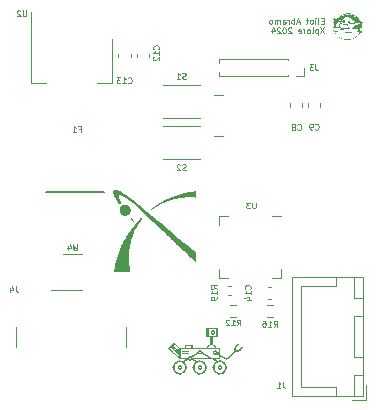
<source format=gbr>
%TF.GenerationSoftware,KiCad,Pcbnew,7.0.8*%
%TF.CreationDate,2024-03-19T19:35:36+01:00*%
%TF.ProjectId,neopixel_eliot_hat,6e656f70-6978-4656-9c5f-656c696f745f,rev?*%
%TF.SameCoordinates,Original*%
%TF.FileFunction,Legend,Bot*%
%TF.FilePolarity,Positive*%
%FSLAX46Y46*%
G04 Gerber Fmt 4.6, Leading zero omitted, Abs format (unit mm)*
G04 Created by KiCad (PCBNEW 7.0.8) date 2024-03-19 19:35:36*
%MOMM*%
%LPD*%
G01*
G04 APERTURE LIST*
%ADD10C,0.000000*%
%ADD11C,0.100000*%
%ADD12C,0.120000*%
%ADD13C,0.200000*%
G04 APERTURE END LIST*
D10*
G36*
X155411222Y-90568022D02*
G01*
X155411789Y-90572798D01*
X155412037Y-90577619D01*
X155411970Y-90582515D01*
X155411591Y-90587513D01*
X155410905Y-90592645D01*
X155409914Y-90597937D01*
X155408622Y-90603419D01*
X155407033Y-90609121D01*
X155402978Y-90621297D01*
X155397778Y-90634697D01*
X155391462Y-90649553D01*
X155384058Y-90666095D01*
X155374435Y-90685010D01*
X155363629Y-90702093D01*
X155351746Y-90717380D01*
X155338892Y-90730907D01*
X155325174Y-90742709D01*
X155310698Y-90752824D01*
X155295572Y-90761288D01*
X155279901Y-90768136D01*
X155263791Y-90773404D01*
X155247350Y-90777130D01*
X155230684Y-90779349D01*
X155213898Y-90780097D01*
X155197100Y-90779410D01*
X155180397Y-90777326D01*
X155163893Y-90773879D01*
X155147697Y-90769106D01*
X155131914Y-90763043D01*
X155116651Y-90755726D01*
X155102015Y-90747192D01*
X155088111Y-90737477D01*
X155075046Y-90726616D01*
X155062927Y-90714647D01*
X155051860Y-90701605D01*
X155041952Y-90687526D01*
X155033309Y-90672447D01*
X155026037Y-90656403D01*
X155020243Y-90639431D01*
X155016034Y-90621567D01*
X155013515Y-90602848D01*
X155012794Y-90583309D01*
X155013687Y-90567967D01*
X155120980Y-90567967D01*
X155120983Y-90573402D01*
X155121307Y-90578927D01*
X155121940Y-90584520D01*
X155122870Y-90590159D01*
X155125575Y-90601491D01*
X155129325Y-90612748D01*
X155134026Y-90623757D01*
X155139583Y-90634345D01*
X155145901Y-90644337D01*
X155152884Y-90653560D01*
X155160438Y-90661841D01*
X155164399Y-90665573D01*
X155168467Y-90669005D01*
X155172630Y-90672115D01*
X155176876Y-90674880D01*
X155181194Y-90677279D01*
X155185571Y-90679291D01*
X155189996Y-90680893D01*
X155194456Y-90682065D01*
X155198940Y-90682784D01*
X155203436Y-90683028D01*
X155207932Y-90682784D01*
X155212416Y-90682065D01*
X155216876Y-90680893D01*
X155221301Y-90679291D01*
X155225678Y-90677279D01*
X155229996Y-90674880D01*
X155234242Y-90672115D01*
X155238405Y-90669005D01*
X155242473Y-90665573D01*
X155246434Y-90661841D01*
X155250277Y-90657829D01*
X155253988Y-90653560D01*
X155257557Y-90649055D01*
X155260971Y-90644337D01*
X155264219Y-90639426D01*
X155267289Y-90634345D01*
X155270168Y-90629115D01*
X155272846Y-90623757D01*
X155275309Y-90618295D01*
X155277547Y-90612748D01*
X155279547Y-90607140D01*
X155281297Y-90601491D01*
X155282786Y-90595824D01*
X155284002Y-90590159D01*
X155284932Y-90584520D01*
X155285565Y-90578927D01*
X155285889Y-90573402D01*
X155285892Y-90567967D01*
X155285563Y-90562644D01*
X155284888Y-90557454D01*
X155283858Y-90552419D01*
X155282458Y-90547561D01*
X155281591Y-90545974D01*
X155280579Y-90544390D01*
X155279426Y-90542813D01*
X155278137Y-90541244D01*
X155276715Y-90539688D01*
X155275166Y-90538148D01*
X155273492Y-90536626D01*
X155271699Y-90535126D01*
X155269789Y-90533651D01*
X155267768Y-90532203D01*
X155263408Y-90529404D01*
X155258651Y-90526754D01*
X155253530Y-90524278D01*
X155248079Y-90522000D01*
X155242330Y-90519945D01*
X155236316Y-90518139D01*
X155230071Y-90516605D01*
X155226872Y-90515948D01*
X155223627Y-90515369D01*
X155220341Y-90514870D01*
X155217018Y-90514455D01*
X155213662Y-90514127D01*
X155210277Y-90513889D01*
X155206867Y-90513744D01*
X155203436Y-90513695D01*
X155196596Y-90513889D01*
X155189854Y-90514455D01*
X155183245Y-90515369D01*
X155176801Y-90516605D01*
X155170556Y-90518139D01*
X155164542Y-90519945D01*
X155158793Y-90522000D01*
X155153342Y-90524278D01*
X155148221Y-90526754D01*
X155143464Y-90529404D01*
X155139104Y-90532203D01*
X155135174Y-90535126D01*
X155131706Y-90538148D01*
X155128735Y-90541244D01*
X155126293Y-90544390D01*
X155124414Y-90547561D01*
X155123014Y-90552419D01*
X155121984Y-90557454D01*
X155121309Y-90562644D01*
X155120980Y-90567967D01*
X155013687Y-90567967D01*
X155013977Y-90562987D01*
X155017170Y-90541917D01*
X155020344Y-90527962D01*
X155024539Y-90514677D01*
X155029700Y-90502073D01*
X155035773Y-90490158D01*
X155042704Y-90478941D01*
X155050439Y-90468433D01*
X155058923Y-90458642D01*
X155068102Y-90449577D01*
X155077922Y-90441249D01*
X155088328Y-90433665D01*
X155099266Y-90426836D01*
X155110683Y-90420771D01*
X155122523Y-90415479D01*
X155134733Y-90410969D01*
X155147258Y-90407251D01*
X155160044Y-90404333D01*
X155173037Y-90402227D01*
X155186182Y-90400939D01*
X155199426Y-90400481D01*
X155212713Y-90400861D01*
X155225990Y-90402088D01*
X155239202Y-90404172D01*
X155252296Y-90407122D01*
X155265216Y-90410948D01*
X155277909Y-90415658D01*
X155290321Y-90421263D01*
X155302396Y-90427770D01*
X155314082Y-90435191D01*
X155325322Y-90443533D01*
X155336065Y-90452806D01*
X155346254Y-90463020D01*
X155355836Y-90474183D01*
X155367780Y-90489733D01*
X155378232Y-90503729D01*
X155387220Y-90516401D01*
X155394774Y-90527982D01*
X155398022Y-90533436D01*
X155400922Y-90538703D01*
X155403478Y-90543814D01*
X155405693Y-90548796D01*
X155407572Y-90553679D01*
X155409117Y-90558492D01*
X155410333Y-90563263D01*
X155411212Y-90567967D01*
X155411222Y-90568022D01*
G37*
G36*
X166400277Y-65025671D02*
G01*
X166399095Y-65029538D01*
X166397632Y-65033545D01*
X166395893Y-65037700D01*
X166393880Y-65042010D01*
X166391599Y-65046482D01*
X166386246Y-65055942D01*
X166379869Y-65066139D01*
X166378396Y-65068470D01*
X166376622Y-65070703D01*
X166374542Y-65072838D01*
X166372152Y-65074875D01*
X166369447Y-65076815D01*
X166366425Y-65078659D01*
X166363079Y-65080406D01*
X166359408Y-65082058D01*
X166355405Y-65083614D01*
X166351068Y-65085076D01*
X166346392Y-65086444D01*
X166341372Y-65087719D01*
X166336005Y-65088900D01*
X166330287Y-65089989D01*
X166317780Y-65091891D01*
X166303818Y-65093430D01*
X166288367Y-65094609D01*
X166271395Y-65095432D01*
X166252869Y-65095904D01*
X166232755Y-65096029D01*
X166211021Y-65095811D01*
X166187633Y-65095253D01*
X166162558Y-65094361D01*
X166099885Y-65091296D01*
X166074315Y-65089673D01*
X166052227Y-65087834D01*
X166033346Y-65085665D01*
X166017401Y-65083050D01*
X166004118Y-65079872D01*
X165993225Y-65076016D01*
X165988589Y-65073798D01*
X165984448Y-65071367D01*
X165980768Y-65068708D01*
X165977515Y-65065808D01*
X165974655Y-65062651D01*
X165972153Y-65059224D01*
X165969976Y-65055511D01*
X165968089Y-65051498D01*
X165965051Y-65042516D01*
X165962764Y-65032162D01*
X165960958Y-65020319D01*
X165959358Y-65006872D01*
X165958442Y-64998405D01*
X165981936Y-64998405D01*
X165982723Y-65002645D01*
X165985029Y-65006885D01*
X165988768Y-65011112D01*
X165993853Y-65015311D01*
X166000199Y-65019467D01*
X166007720Y-65023564D01*
X166025945Y-65031522D01*
X166047840Y-65039068D01*
X166072721Y-65046080D01*
X166099900Y-65052439D01*
X166128691Y-65058025D01*
X166158409Y-65062718D01*
X166188366Y-65066398D01*
X166217877Y-65068945D01*
X166246254Y-65070240D01*
X166272813Y-65070162D01*
X166296867Y-65068592D01*
X166317729Y-65065409D01*
X166326749Y-65063176D01*
X166334714Y-65060494D01*
X166340808Y-65058065D01*
X166346394Y-65055544D01*
X166351475Y-65052941D01*
X166356057Y-65050264D01*
X166360142Y-65047520D01*
X166363735Y-65044719D01*
X166366840Y-65041867D01*
X166369462Y-65038975D01*
X166371604Y-65036049D01*
X166373271Y-65033099D01*
X166374466Y-65030132D01*
X166375195Y-65027157D01*
X166375460Y-65024182D01*
X166375266Y-65021215D01*
X166374618Y-65018264D01*
X166373519Y-65015339D01*
X166371974Y-65012446D01*
X166369986Y-65009595D01*
X166367560Y-65006793D01*
X166364700Y-65004050D01*
X166361410Y-65001372D01*
X166357694Y-64998769D01*
X166353556Y-64996249D01*
X166349001Y-64993819D01*
X166344032Y-64991489D01*
X166338655Y-64989266D01*
X166332872Y-64987159D01*
X166326688Y-64985176D01*
X166320107Y-64983326D01*
X166313133Y-64981615D01*
X166305771Y-64980054D01*
X166298025Y-64978650D01*
X166263779Y-64973787D01*
X166230964Y-64969775D01*
X166199686Y-64966607D01*
X166170054Y-64964274D01*
X166142175Y-64962768D01*
X166116157Y-64962080D01*
X166092106Y-64962203D01*
X166070130Y-64963128D01*
X166050337Y-64964846D01*
X166032835Y-64967350D01*
X166017730Y-64970631D01*
X166005131Y-64974681D01*
X165995144Y-64979492D01*
X165987878Y-64985055D01*
X165985298Y-64988116D01*
X165983439Y-64991362D01*
X165982314Y-64994792D01*
X165981936Y-64998405D01*
X165958442Y-64998405D01*
X165957907Y-64993459D01*
X165956883Y-64981725D01*
X165956601Y-64976454D01*
X165956511Y-64971562D01*
X165956642Y-64967036D01*
X165957021Y-64962863D01*
X165957676Y-64959028D01*
X165958638Y-64955519D01*
X165959933Y-64952322D01*
X165961590Y-64949424D01*
X165963638Y-64946811D01*
X165966105Y-64944470D01*
X165969020Y-64942387D01*
X165972411Y-64940550D01*
X165976305Y-64938943D01*
X165980733Y-64937555D01*
X165985722Y-64936372D01*
X165991301Y-64935379D01*
X165997497Y-64934565D01*
X166004340Y-64933914D01*
X166011858Y-64933415D01*
X166020080Y-64933053D01*
X166038746Y-64932688D01*
X166060566Y-64932711D01*
X166114580Y-64933494D01*
X166148822Y-64934007D01*
X166183195Y-64935479D01*
X166216775Y-64937810D01*
X166248636Y-64940903D01*
X166277850Y-64944656D01*
X166303493Y-64948972D01*
X166324637Y-64953751D01*
X166333233Y-64956284D01*
X166340358Y-64958894D01*
X166352832Y-64964129D01*
X166363818Y-64969290D01*
X166368763Y-64971861D01*
X166373348Y-64974434D01*
X166377578Y-64977018D01*
X166381456Y-64979620D01*
X166384988Y-64982246D01*
X166388176Y-64984905D01*
X166391025Y-64987602D01*
X166393539Y-64990347D01*
X166395723Y-64993144D01*
X166397579Y-64996003D01*
X166399114Y-64998930D01*
X166400330Y-65001933D01*
X166401232Y-65005018D01*
X166401824Y-65008193D01*
X166402110Y-65011466D01*
X166402094Y-65014842D01*
X166401780Y-65018331D01*
X166401173Y-65021938D01*
X166400635Y-65024182D01*
X166400277Y-65025671D01*
G37*
G36*
X166406853Y-64232251D02*
G01*
X166408174Y-64241713D01*
X166408891Y-64251333D01*
X166409017Y-64261056D01*
X166408565Y-64270828D01*
X166407546Y-64280596D01*
X166405973Y-64290306D01*
X166403858Y-64299905D01*
X166401214Y-64309339D01*
X166398054Y-64318553D01*
X166394389Y-64327494D01*
X166390232Y-64336109D01*
X166385596Y-64344344D01*
X166380492Y-64352144D01*
X166374934Y-64359456D01*
X166368933Y-64366227D01*
X166362502Y-64372403D01*
X166355654Y-64377930D01*
X166348401Y-64382754D01*
X166340755Y-64386821D01*
X166332728Y-64390078D01*
X166324334Y-64392471D01*
X166315584Y-64393946D01*
X166306491Y-64394450D01*
X166301906Y-64394230D01*
X166297159Y-64393582D01*
X166292270Y-64392524D01*
X166287259Y-64391076D01*
X166282148Y-64389256D01*
X166276955Y-64387083D01*
X166271702Y-64384574D01*
X166266407Y-64381750D01*
X166255776Y-64375226D01*
X166245224Y-64367661D01*
X166234911Y-64359202D01*
X166225000Y-64350000D01*
X166215650Y-64340202D01*
X166207024Y-64329957D01*
X166199283Y-64319415D01*
X166192588Y-64308725D01*
X166189683Y-64303370D01*
X166187100Y-64298034D01*
X166184859Y-64292735D01*
X166182980Y-64287492D01*
X166181484Y-64282323D01*
X166180390Y-64277248D01*
X166179719Y-64272284D01*
X166179491Y-64267450D01*
X166179833Y-64259565D01*
X166180839Y-64251797D01*
X166182477Y-64244165D01*
X166184717Y-64236686D01*
X166187527Y-64229379D01*
X166189533Y-64225117D01*
X166320602Y-64225117D01*
X166320635Y-64226439D01*
X166320733Y-64227759D01*
X166320895Y-64229074D01*
X166321120Y-64230381D01*
X166321408Y-64231677D01*
X166321756Y-64232961D01*
X166322164Y-64234229D01*
X166322631Y-64235479D01*
X166323156Y-64236709D01*
X166323737Y-64237915D01*
X166324375Y-64239095D01*
X166325067Y-64240247D01*
X166325813Y-64241368D01*
X166326612Y-64242456D01*
X166327462Y-64243507D01*
X166328363Y-64244519D01*
X166329314Y-64245490D01*
X166330313Y-64246418D01*
X166331360Y-64247298D01*
X166332453Y-64248130D01*
X166333592Y-64248910D01*
X166334775Y-64249635D01*
X166336002Y-64250304D01*
X166337271Y-64250913D01*
X166338581Y-64251461D01*
X166339932Y-64251943D01*
X166341322Y-64252359D01*
X166342750Y-64252705D01*
X166344216Y-64252978D01*
X166345717Y-64253177D01*
X166347254Y-64253298D01*
X166348825Y-64253339D01*
X166350147Y-64253298D01*
X166351467Y-64253177D01*
X166352782Y-64252978D01*
X166354089Y-64252705D01*
X166355385Y-64252359D01*
X166356669Y-64251943D01*
X166357937Y-64251461D01*
X166359187Y-64250913D01*
X166360417Y-64250304D01*
X166361623Y-64249635D01*
X166362804Y-64248910D01*
X166363955Y-64248130D01*
X166365076Y-64247298D01*
X166366164Y-64246418D01*
X166367215Y-64245490D01*
X166368227Y-64244519D01*
X166369198Y-64243507D01*
X166370126Y-64242456D01*
X166371006Y-64241368D01*
X166371838Y-64240247D01*
X166372618Y-64239095D01*
X166373343Y-64237915D01*
X166374012Y-64236709D01*
X166374621Y-64235479D01*
X166375169Y-64234229D01*
X166375651Y-64232961D01*
X166376067Y-64231677D01*
X166376413Y-64230381D01*
X166376686Y-64229074D01*
X166376885Y-64227759D01*
X166377006Y-64226439D01*
X166377047Y-64225117D01*
X166377006Y-64223546D01*
X166376885Y-64222009D01*
X166376686Y-64220508D01*
X166376413Y-64219042D01*
X166376067Y-64217614D01*
X166375651Y-64216224D01*
X166375169Y-64214873D01*
X166374621Y-64213563D01*
X166374012Y-64212294D01*
X166373343Y-64211067D01*
X166372618Y-64209884D01*
X166371838Y-64208745D01*
X166371006Y-64207652D01*
X166370126Y-64206605D01*
X166369198Y-64205606D01*
X166368227Y-64204655D01*
X166367215Y-64203754D01*
X166366164Y-64202904D01*
X166365076Y-64202105D01*
X166363955Y-64201359D01*
X166362804Y-64200667D01*
X166361623Y-64200029D01*
X166360417Y-64199448D01*
X166359187Y-64198923D01*
X166357937Y-64198456D01*
X166356669Y-64198048D01*
X166355385Y-64197699D01*
X166354089Y-64197412D01*
X166352782Y-64197187D01*
X166351467Y-64197025D01*
X166350147Y-64196927D01*
X166348825Y-64196894D01*
X166347254Y-64196927D01*
X166345717Y-64197025D01*
X166344216Y-64197187D01*
X166342750Y-64197412D01*
X166341322Y-64197699D01*
X166339932Y-64198048D01*
X166338581Y-64198456D01*
X166337271Y-64198923D01*
X166336002Y-64199448D01*
X166334775Y-64200029D01*
X166333592Y-64200667D01*
X166332453Y-64201359D01*
X166331360Y-64202105D01*
X166330313Y-64202904D01*
X166329314Y-64203754D01*
X166328363Y-64204655D01*
X166327462Y-64205606D01*
X166326612Y-64206605D01*
X166325813Y-64207652D01*
X166325067Y-64208745D01*
X166324375Y-64209884D01*
X166323737Y-64211067D01*
X166323156Y-64212294D01*
X166322631Y-64213563D01*
X166322164Y-64214873D01*
X166321756Y-64216224D01*
X166321408Y-64217614D01*
X166321120Y-64219042D01*
X166320895Y-64220508D01*
X166320733Y-64222009D01*
X166320635Y-64223546D01*
X166320602Y-64225117D01*
X166189533Y-64225117D01*
X166190877Y-64222262D01*
X166194735Y-64215352D01*
X166199070Y-64208668D01*
X166203852Y-64202228D01*
X166209050Y-64196050D01*
X166214632Y-64190152D01*
X166220568Y-64184552D01*
X166226826Y-64179269D01*
X166233375Y-64174320D01*
X166240185Y-64169723D01*
X166247224Y-64165497D01*
X166254462Y-64161659D01*
X166261868Y-64158228D01*
X166269409Y-64155222D01*
X166277056Y-64152659D01*
X166284778Y-64150557D01*
X166292543Y-64148934D01*
X166300320Y-64147807D01*
X166308079Y-64147197D01*
X166315788Y-64147119D01*
X166323416Y-64147593D01*
X166330933Y-64148636D01*
X166338307Y-64150267D01*
X166345508Y-64152503D01*
X166352504Y-64155363D01*
X166359264Y-64158866D01*
X166365758Y-64163027D01*
X166373069Y-64168657D01*
X166379665Y-64174928D01*
X166385558Y-64181786D01*
X166390761Y-64189177D01*
X166395286Y-64197048D01*
X166399145Y-64205344D01*
X166402351Y-64214013D01*
X166404916Y-64223000D01*
X166405359Y-64225117D01*
X166406853Y-64232251D01*
G37*
G36*
X152937484Y-92320303D02*
G01*
X152988389Y-92321416D01*
X153035126Y-92323191D01*
X153076539Y-92325561D01*
X153111469Y-92328461D01*
X153138760Y-92331823D01*
X153149179Y-92333657D01*
X153157253Y-92335582D01*
X153162839Y-92337590D01*
X153165792Y-92339672D01*
X153166801Y-92340515D01*
X153167711Y-92341454D01*
X153168525Y-92342484D01*
X153169242Y-92343603D01*
X153169865Y-92344806D01*
X153170393Y-92346091D01*
X153170828Y-92347453D01*
X153171171Y-92348889D01*
X153171424Y-92350395D01*
X153171586Y-92351968D01*
X153171660Y-92353604D01*
X153171646Y-92355299D01*
X153171544Y-92357051D01*
X153171358Y-92358854D01*
X153171086Y-92360706D01*
X153170731Y-92362603D01*
X153170292Y-92364541D01*
X153169773Y-92366517D01*
X153168493Y-92370568D01*
X153166898Y-92374726D01*
X153164998Y-92378963D01*
X153162800Y-92383250D01*
X153160312Y-92387557D01*
X153157544Y-92391855D01*
X153154503Y-92396117D01*
X153152221Y-92398457D01*
X153149608Y-92400715D01*
X153146664Y-92402891D01*
X153143390Y-92404986D01*
X153139785Y-92407000D01*
X153135849Y-92408935D01*
X153126986Y-92412565D01*
X153116800Y-92415881D01*
X153105290Y-92418888D01*
X153092458Y-92421588D01*
X153078303Y-92423986D01*
X153062825Y-92426087D01*
X153046024Y-92427895D01*
X153027900Y-92429412D01*
X153008453Y-92430645D01*
X152987683Y-92431597D01*
X152965590Y-92432271D01*
X152942175Y-92432673D01*
X152917436Y-92432806D01*
X152838259Y-92431968D01*
X152804153Y-92430871D01*
X152773503Y-92429278D01*
X152746160Y-92427156D01*
X152721975Y-92424472D01*
X152700800Y-92421192D01*
X152682486Y-92417284D01*
X152666884Y-92412714D01*
X152653845Y-92407450D01*
X152643220Y-92401458D01*
X152634861Y-92394706D01*
X152628618Y-92387160D01*
X152624344Y-92378787D01*
X152621888Y-92369554D01*
X152621103Y-92359428D01*
X152621271Y-92356584D01*
X152621787Y-92353869D01*
X152622668Y-92351281D01*
X152623930Y-92348817D01*
X152625592Y-92346476D01*
X152627670Y-92344254D01*
X152630180Y-92342149D01*
X152633141Y-92340158D01*
X152636569Y-92338278D01*
X152640481Y-92336508D01*
X152644895Y-92334844D01*
X152649827Y-92333284D01*
X152655294Y-92331825D01*
X152661313Y-92330465D01*
X152667902Y-92329201D01*
X152675078Y-92328031D01*
X152682857Y-92326952D01*
X152691257Y-92325960D01*
X152700294Y-92325055D01*
X152709986Y-92324233D01*
X152720350Y-92323492D01*
X152731403Y-92322828D01*
X152755643Y-92321725D01*
X152782844Y-92320903D01*
X152813141Y-92320342D01*
X152846670Y-92320020D01*
X152883569Y-92319917D01*
X152937484Y-92320303D01*
G37*
G36*
X153055047Y-92155831D02*
G01*
X153093472Y-92158345D01*
X153109859Y-92160098D01*
X153124357Y-92162181D01*
X153136961Y-92164595D01*
X153147668Y-92167340D01*
X153156473Y-92170416D01*
X153163372Y-92173823D01*
X153168361Y-92177560D01*
X153171436Y-92181628D01*
X153174503Y-92187077D01*
X153176821Y-92192313D01*
X153178385Y-92197336D01*
X153179192Y-92202150D01*
X153179309Y-92204478D01*
X153179235Y-92206754D01*
X153178970Y-92208979D01*
X153178512Y-92211152D01*
X153177861Y-92213273D01*
X153177016Y-92215343D01*
X153175977Y-92217363D01*
X153174743Y-92219331D01*
X153173314Y-92221249D01*
X153171690Y-92223116D01*
X153167850Y-92226700D01*
X153163219Y-92230085D01*
X153157793Y-92233271D01*
X153151568Y-92236262D01*
X153144537Y-92239057D01*
X153136698Y-92241659D01*
X153128044Y-92244070D01*
X153118572Y-92246290D01*
X153108277Y-92248322D01*
X153097154Y-92250166D01*
X153085198Y-92251825D01*
X153072406Y-92253300D01*
X153058771Y-92254593D01*
X153044290Y-92255705D01*
X153028958Y-92256637D01*
X153012770Y-92257392D01*
X152995722Y-92257971D01*
X152977808Y-92258374D01*
X152959025Y-92258605D01*
X152918831Y-92258553D01*
X152875103Y-92257828D01*
X152809696Y-92255414D01*
X152756658Y-92252272D01*
X152734426Y-92250366D01*
X152714865Y-92248204D01*
X152697833Y-92245761D01*
X152683192Y-92243011D01*
X152670799Y-92239931D01*
X152660515Y-92236496D01*
X152652198Y-92232680D01*
X152645709Y-92228459D01*
X152640907Y-92223808D01*
X152637650Y-92218703D01*
X152635800Y-92213118D01*
X152635214Y-92207028D01*
X152635366Y-92203919D01*
X152635835Y-92200938D01*
X152636642Y-92198084D01*
X152637805Y-92195353D01*
X152639344Y-92192742D01*
X152641279Y-92190248D01*
X152643629Y-92187867D01*
X152646415Y-92185597D01*
X152649655Y-92183434D01*
X152653370Y-92181376D01*
X152657578Y-92179419D01*
X152662301Y-92177560D01*
X152667556Y-92175796D01*
X152673365Y-92174125D01*
X152679746Y-92172542D01*
X152686719Y-92171045D01*
X152694305Y-92169630D01*
X152702521Y-92168296D01*
X152711389Y-92167037D01*
X152720928Y-92165852D01*
X152731157Y-92164738D01*
X152742096Y-92163690D01*
X152753765Y-92162707D01*
X152766183Y-92161784D01*
X152779370Y-92160920D01*
X152793345Y-92160110D01*
X152823740Y-92158643D01*
X152857526Y-92157357D01*
X152894858Y-92156228D01*
X152955707Y-92154773D01*
X153009114Y-92154641D01*
X153055047Y-92155831D01*
G37*
G36*
X154297952Y-93572009D02*
G01*
X154297183Y-93582296D01*
X154295901Y-93592530D01*
X154294107Y-93602683D01*
X154291800Y-93612729D01*
X154288981Y-93622640D01*
X154285649Y-93632390D01*
X154281804Y-93641952D01*
X154277447Y-93651299D01*
X154272577Y-93660404D01*
X154267194Y-93669240D01*
X154261299Y-93677781D01*
X154254891Y-93685999D01*
X154247970Y-93693868D01*
X154240537Y-93701361D01*
X154232592Y-93708450D01*
X154219750Y-93717945D01*
X154206654Y-93726336D01*
X154193347Y-93733641D01*
X154179873Y-93739880D01*
X154166275Y-93745074D01*
X154152596Y-93749242D01*
X154138881Y-93752402D01*
X154125171Y-93754576D01*
X154111511Y-93755782D01*
X154097943Y-93756041D01*
X154084513Y-93755371D01*
X154071262Y-93753793D01*
X154058234Y-93751326D01*
X154045473Y-93747990D01*
X154033022Y-93743805D01*
X154020925Y-93738789D01*
X154009224Y-93732963D01*
X153997964Y-93726347D01*
X153987187Y-93718959D01*
X153976938Y-93710821D01*
X153967259Y-93701950D01*
X153958194Y-93692367D01*
X153949786Y-93682092D01*
X153942079Y-93671144D01*
X153935116Y-93659543D01*
X153928941Y-93647308D01*
X153923596Y-93634460D01*
X153919126Y-93621017D01*
X153915574Y-93606999D01*
X153912983Y-93592426D01*
X153911397Y-93577318D01*
X153910858Y-93561695D01*
X154011047Y-93561695D01*
X154011130Y-93564077D01*
X154011378Y-93566466D01*
X154011791Y-93568866D01*
X154012370Y-93571286D01*
X154013114Y-93573730D01*
X154014024Y-93576206D01*
X154015099Y-93578718D01*
X154016339Y-93581274D01*
X154017744Y-93583880D01*
X154019315Y-93586541D01*
X154022953Y-93592056D01*
X154027253Y-93597868D01*
X154032214Y-93604028D01*
X154036045Y-93608224D01*
X154040107Y-93612329D01*
X154044368Y-93616319D01*
X154048794Y-93620168D01*
X154053353Y-93623851D01*
X154058011Y-93627345D01*
X154062735Y-93630623D01*
X154067492Y-93633662D01*
X154072249Y-93636436D01*
X154076973Y-93638920D01*
X154081630Y-93641091D01*
X154086189Y-93642922D01*
X154090615Y-93644390D01*
X154094876Y-93645469D01*
X154098939Y-93646134D01*
X154100885Y-93646304D01*
X154102770Y-93646362D01*
X154104654Y-93646304D01*
X154106600Y-93646134D01*
X154110663Y-93645469D01*
X154114924Y-93644390D01*
X154119350Y-93642922D01*
X154123908Y-93641091D01*
X154128566Y-93638920D01*
X154133290Y-93636436D01*
X154138047Y-93633662D01*
X154142804Y-93630623D01*
X154147528Y-93627345D01*
X154152186Y-93623851D01*
X154156744Y-93620168D01*
X154161171Y-93616319D01*
X154165432Y-93612329D01*
X154169494Y-93608224D01*
X154173325Y-93604028D01*
X154178286Y-93597868D01*
X154182585Y-93592056D01*
X154186223Y-93586541D01*
X154187794Y-93583880D01*
X154189200Y-93581274D01*
X154190440Y-93578718D01*
X154191515Y-93576206D01*
X154192425Y-93573730D01*
X154193169Y-93571286D01*
X154193748Y-93568866D01*
X154194161Y-93566466D01*
X154194409Y-93564077D01*
X154194492Y-93561695D01*
X154194409Y-93559312D01*
X154194161Y-93556924D01*
X154193748Y-93554523D01*
X154193169Y-93552104D01*
X154192425Y-93549659D01*
X154191515Y-93547184D01*
X154190440Y-93544671D01*
X154189200Y-93542116D01*
X154187794Y-93539510D01*
X154186223Y-93536849D01*
X154182585Y-93531334D01*
X154178286Y-93525521D01*
X154173325Y-93519361D01*
X154169494Y-93515165D01*
X154165432Y-93511060D01*
X154161171Y-93507071D01*
X154156744Y-93503222D01*
X154152186Y-93499538D01*
X154147528Y-93496045D01*
X154142804Y-93492767D01*
X154138047Y-93489728D01*
X154133290Y-93486954D01*
X154128566Y-93484469D01*
X154123908Y-93482299D01*
X154119350Y-93480468D01*
X154114924Y-93479000D01*
X154110663Y-93477921D01*
X154106600Y-93477255D01*
X154104654Y-93477085D01*
X154102770Y-93477028D01*
X154100885Y-93477085D01*
X154098939Y-93477255D01*
X154094876Y-93477921D01*
X154090615Y-93479000D01*
X154086189Y-93480468D01*
X154081630Y-93482299D01*
X154076973Y-93484469D01*
X154072249Y-93486954D01*
X154067492Y-93489728D01*
X154062735Y-93492767D01*
X154058011Y-93496045D01*
X154053353Y-93499538D01*
X154048794Y-93503222D01*
X154044368Y-93507071D01*
X154040107Y-93511060D01*
X154036045Y-93515165D01*
X154032214Y-93519361D01*
X154027253Y-93525521D01*
X154022953Y-93531334D01*
X154019315Y-93536849D01*
X154017744Y-93539510D01*
X154016339Y-93542116D01*
X154015099Y-93544671D01*
X154014024Y-93547184D01*
X154013114Y-93549659D01*
X154012370Y-93552104D01*
X154011791Y-93554523D01*
X154011378Y-93556924D01*
X154011130Y-93559312D01*
X154011047Y-93561695D01*
X153910858Y-93561695D01*
X153911112Y-93551692D01*
X153911866Y-93541803D01*
X153913107Y-93532039D01*
X153914821Y-93522415D01*
X153916997Y-93512944D01*
X153919620Y-93503639D01*
X153922679Y-93494514D01*
X153926160Y-93485583D01*
X153930050Y-93476858D01*
X153934337Y-93468353D01*
X153939006Y-93460082D01*
X153944047Y-93452058D01*
X153949445Y-93444294D01*
X153955188Y-93436805D01*
X153961262Y-93429602D01*
X153967655Y-93422700D01*
X153974355Y-93416113D01*
X153981347Y-93409853D01*
X153988619Y-93403934D01*
X153996159Y-93398370D01*
X154003953Y-93393173D01*
X154011988Y-93388358D01*
X154020251Y-93383938D01*
X154028730Y-93379926D01*
X154037412Y-93376336D01*
X154046283Y-93373181D01*
X154055331Y-93370474D01*
X154064543Y-93368229D01*
X154073905Y-93366460D01*
X154083406Y-93365180D01*
X154093032Y-93364402D01*
X154102770Y-93364139D01*
X154109870Y-93364400D01*
X154117377Y-93365164D01*
X154125230Y-93366409D01*
X154133373Y-93368108D01*
X154141747Y-93370237D01*
X154150295Y-93372771D01*
X154158959Y-93375686D01*
X154167680Y-93378956D01*
X154176402Y-93382557D01*
X154185066Y-93386463D01*
X154193614Y-93390651D01*
X154201988Y-93395095D01*
X154210131Y-93399771D01*
X154217984Y-93404653D01*
X154225491Y-93409717D01*
X154232592Y-93414939D01*
X154240537Y-93422028D01*
X154247970Y-93429521D01*
X154254891Y-93437390D01*
X154261299Y-93445608D01*
X154267194Y-93454149D01*
X154272577Y-93462986D01*
X154277447Y-93472091D01*
X154281804Y-93481438D01*
X154285649Y-93490999D01*
X154288981Y-93500749D01*
X154291800Y-93510661D01*
X154294107Y-93520706D01*
X154295901Y-93530859D01*
X154297183Y-93541093D01*
X154297952Y-93551380D01*
X154298208Y-93561695D01*
X154297952Y-93572009D01*
G37*
G36*
X167705873Y-64244299D02*
G01*
X167713671Y-64256009D01*
X167721362Y-64266375D01*
X167729003Y-64275460D01*
X167736652Y-64283325D01*
X167744368Y-64290032D01*
X167752208Y-64295644D01*
X167760229Y-64300223D01*
X167768491Y-64303830D01*
X167777050Y-64306528D01*
X167785964Y-64308378D01*
X167795292Y-64309442D01*
X167805091Y-64309783D01*
X167813863Y-64309996D01*
X167822186Y-64310626D01*
X167830056Y-64311662D01*
X167837470Y-64313090D01*
X167844425Y-64314899D01*
X167850918Y-64317076D01*
X167856946Y-64319608D01*
X167862506Y-64322483D01*
X167867594Y-64325689D01*
X167872209Y-64329213D01*
X167876345Y-64333044D01*
X167880001Y-64337167D01*
X167883174Y-64341572D01*
X167885859Y-64346246D01*
X167888055Y-64351176D01*
X167889758Y-64356350D01*
X167890965Y-64361755D01*
X167891672Y-64367380D01*
X167891877Y-64373211D01*
X167891577Y-64379236D01*
X167890768Y-64385444D01*
X167889448Y-64391820D01*
X167887613Y-64398354D01*
X167886539Y-64401401D01*
X167885260Y-64405033D01*
X167882386Y-64411844D01*
X167878988Y-64418775D01*
X167875064Y-64425813D01*
X167870609Y-64432947D01*
X167865620Y-64440163D01*
X167860096Y-64447449D01*
X167854031Y-64454793D01*
X167847425Y-64462183D01*
X167837000Y-64473318D01*
X167827923Y-64483664D01*
X167823876Y-64488645D01*
X167820152Y-64493555D01*
X167816743Y-64498434D01*
X167813646Y-64503326D01*
X167810855Y-64508271D01*
X167808364Y-64513312D01*
X167806169Y-64518490D01*
X167804264Y-64523848D01*
X167802645Y-64529426D01*
X167801306Y-64535268D01*
X167800241Y-64541415D01*
X167799447Y-64547908D01*
X167798917Y-64554790D01*
X167798646Y-64562103D01*
X167798630Y-64569887D01*
X167798863Y-64578186D01*
X167799339Y-64587041D01*
X167800055Y-64596494D01*
X167801003Y-64606587D01*
X167802181Y-64617361D01*
X167802545Y-64620228D01*
X167805200Y-64641122D01*
X167809071Y-64668112D01*
X167813752Y-64698665D01*
X167819202Y-64733116D01*
X167827012Y-64792593D01*
X167832470Y-64849224D01*
X167835605Y-64902880D01*
X167836444Y-64953426D01*
X167835942Y-64970111D01*
X167835019Y-65000731D01*
X167831357Y-65044663D01*
X167825487Y-65085089D01*
X167817439Y-65121878D01*
X167807240Y-65154895D01*
X167794921Y-65184011D01*
X167780511Y-65209091D01*
X167764037Y-65230004D01*
X167755035Y-65238856D01*
X167745529Y-65246618D01*
X167741194Y-65249500D01*
X167735521Y-65253271D01*
X167725016Y-65258799D01*
X167714017Y-65263187D01*
X167702527Y-65266417D01*
X167690551Y-65268473D01*
X167678091Y-65269339D01*
X167675629Y-65269735D01*
X167673008Y-65270389D01*
X167670236Y-65271297D01*
X167667321Y-65272453D01*
X167661088Y-65275484D01*
X167654367Y-65279437D01*
X167647216Y-65284266D01*
X167639694Y-65289926D01*
X167631857Y-65296372D01*
X167623763Y-65303558D01*
X167615472Y-65311438D01*
X167607040Y-65319968D01*
X167598525Y-65329101D01*
X167589985Y-65338792D01*
X167581478Y-65348995D01*
X167573063Y-65359666D01*
X167564796Y-65370759D01*
X167556736Y-65382227D01*
X167536986Y-65408796D01*
X167514893Y-65435497D01*
X167490625Y-65462198D01*
X167464352Y-65488766D01*
X167436244Y-65515070D01*
X167406469Y-65540977D01*
X167375198Y-65566355D01*
X167342600Y-65591072D01*
X167308844Y-65614995D01*
X167274100Y-65637991D01*
X167238538Y-65659930D01*
X167202326Y-65680677D01*
X167165635Y-65700102D01*
X167128634Y-65718072D01*
X167091493Y-65734454D01*
X167054380Y-65749116D01*
X167032790Y-65757224D01*
X167011303Y-65764633D01*
X166989758Y-65771373D01*
X166967994Y-65777471D01*
X166945849Y-65782958D01*
X166923163Y-65787861D01*
X166899775Y-65792211D01*
X166875522Y-65796036D01*
X166850244Y-65799365D01*
X166823779Y-65802226D01*
X166795967Y-65804649D01*
X166766646Y-65806663D01*
X166702832Y-65809579D01*
X166631047Y-65811205D01*
X166555052Y-65810290D01*
X166483459Y-65807457D01*
X166415910Y-65802573D01*
X166352044Y-65795507D01*
X166291502Y-65786125D01*
X166233924Y-65774296D01*
X166178950Y-65759887D01*
X166126222Y-65742766D01*
X166075378Y-65722801D01*
X166026060Y-65699860D01*
X165977908Y-65673809D01*
X165930562Y-65644518D01*
X165883663Y-65611853D01*
X165836850Y-65575682D01*
X165789765Y-65535873D01*
X165742047Y-65492294D01*
X165726650Y-65477631D01*
X165711212Y-65462302D01*
X165695823Y-65446436D01*
X165680575Y-65430161D01*
X165650865Y-65396895D01*
X165622808Y-65363530D01*
X165597132Y-65331091D01*
X165574565Y-65300604D01*
X165564675Y-65286412D01*
X165555835Y-65273092D01*
X165548136Y-65260773D01*
X165541669Y-65249583D01*
X165536154Y-65238384D01*
X165530231Y-65227060D01*
X165523952Y-65215687D01*
X165517371Y-65204339D01*
X165510542Y-65193090D01*
X165503519Y-65182015D01*
X165489105Y-65160683D01*
X165481821Y-65150575D01*
X165474559Y-65140939D01*
X165467370Y-65131848D01*
X165464352Y-65128227D01*
X165530380Y-65128227D01*
X165586825Y-65241117D01*
X165603124Y-65271210D01*
X165620778Y-65300624D01*
X165639751Y-65329340D01*
X165660010Y-65357340D01*
X165681519Y-65384607D01*
X165704244Y-65411122D01*
X165728150Y-65436866D01*
X165753203Y-65461823D01*
X165779369Y-65485974D01*
X165806611Y-65509300D01*
X165834897Y-65531784D01*
X165864191Y-65553408D01*
X165894458Y-65574153D01*
X165925664Y-65594001D01*
X165957775Y-65612935D01*
X165990755Y-65630936D01*
X166024570Y-65647986D01*
X166059186Y-65664067D01*
X166094568Y-65679162D01*
X166130681Y-65693251D01*
X166167491Y-65706317D01*
X166204962Y-65718342D01*
X166243061Y-65729307D01*
X166281753Y-65739195D01*
X166321002Y-65747987D01*
X166360776Y-65755666D01*
X166401038Y-65762213D01*
X166441754Y-65767610D01*
X166482890Y-65771839D01*
X166524411Y-65774882D01*
X166566282Y-65776722D01*
X166608469Y-65777339D01*
X166675034Y-65775856D01*
X166740276Y-65771430D01*
X166804128Y-65764093D01*
X166866526Y-65753879D01*
X166927402Y-65740821D01*
X166986691Y-65724951D01*
X167044326Y-65706304D01*
X167100241Y-65684911D01*
X167154371Y-65660806D01*
X167206648Y-65634023D01*
X167257007Y-65604593D01*
X167305382Y-65572551D01*
X167351706Y-65537929D01*
X167395913Y-65500761D01*
X167437938Y-65461079D01*
X167477714Y-65418917D01*
X167498230Y-65395172D01*
X167516431Y-65373557D01*
X167532383Y-65353885D01*
X167546152Y-65335970D01*
X167557805Y-65319625D01*
X167567407Y-65304666D01*
X167575025Y-65290906D01*
X167578110Y-65284417D01*
X167580725Y-65278158D01*
X167582876Y-65272106D01*
X167584572Y-65266237D01*
X167585822Y-65260529D01*
X167586634Y-65254957D01*
X167587015Y-65249500D01*
X167586975Y-65244132D01*
X167586522Y-65238832D01*
X167585663Y-65233576D01*
X167584408Y-65228340D01*
X167582764Y-65223102D01*
X167578343Y-65212525D01*
X167572467Y-65201658D01*
X167565202Y-65190316D01*
X167563478Y-65187497D01*
X167561463Y-65184859D01*
X167559131Y-65182401D01*
X167556454Y-65180124D01*
X167553408Y-65178027D01*
X167549966Y-65176110D01*
X167546101Y-65174371D01*
X167541787Y-65172810D01*
X167536997Y-65171427D01*
X167531706Y-65170221D01*
X167525886Y-65169192D01*
X167519512Y-65168340D01*
X167512557Y-65167663D01*
X167504995Y-65167161D01*
X167496799Y-65166833D01*
X167487944Y-65166680D01*
X167478402Y-65166701D01*
X167468148Y-65166895D01*
X167445396Y-65167799D01*
X167419477Y-65169390D01*
X167390180Y-65171663D01*
X167357296Y-65174614D01*
X167320612Y-65178239D01*
X167279917Y-65182534D01*
X167235002Y-65187494D01*
X167096471Y-65197857D01*
X166923676Y-65203722D01*
X166728392Y-65205353D01*
X166522391Y-65203016D01*
X166317450Y-65196975D01*
X166125340Y-65187494D01*
X165957837Y-65174838D01*
X165826714Y-65159272D01*
X165796419Y-65154124D01*
X165765330Y-65149306D01*
X165734242Y-65144885D01*
X165703947Y-65140928D01*
X165648913Y-65134666D01*
X165625762Y-65132494D01*
X165606580Y-65131050D01*
X165530380Y-65128227D01*
X165464352Y-65128227D01*
X165460310Y-65123377D01*
X165453431Y-65115601D01*
X165446788Y-65108593D01*
X165440435Y-65102429D01*
X165434424Y-65097183D01*
X165431282Y-65094422D01*
X165428207Y-65091431D01*
X165425197Y-65088213D01*
X165422254Y-65084770D01*
X165416565Y-65077215D01*
X165411141Y-65068785D01*
X165405982Y-65059494D01*
X165401087Y-65049360D01*
X165396457Y-65038399D01*
X165392091Y-65026628D01*
X165387990Y-65014063D01*
X165384153Y-65000720D01*
X165380582Y-64986618D01*
X165377274Y-64971771D01*
X165374232Y-64956196D01*
X165371454Y-64939910D01*
X165368940Y-64922930D01*
X165366691Y-64905272D01*
X165363186Y-64861814D01*
X165362053Y-64843781D01*
X165361831Y-64838416D01*
X165392372Y-64838416D01*
X165392417Y-64843597D01*
X165392576Y-64849092D01*
X165392847Y-64854910D01*
X165393228Y-64861058D01*
X165393717Y-64867542D01*
X165394313Y-64874371D01*
X165395820Y-64889090D01*
X165397736Y-64905272D01*
X165401407Y-64929514D01*
X165405938Y-64953161D01*
X165411130Y-64975618D01*
X165416786Y-64996289D01*
X165422706Y-65014578D01*
X165425703Y-65022644D01*
X165428692Y-65029891D01*
X165431648Y-65036245D01*
X165434546Y-65041632D01*
X165437361Y-65045977D01*
X165440069Y-65049205D01*
X165451553Y-65057354D01*
X165469370Y-65065384D01*
X165522608Y-65081005D01*
X165596996Y-65095906D01*
X165689747Y-65109927D01*
X165919196Y-65134682D01*
X166188663Y-65153980D01*
X166475858Y-65166531D01*
X166758488Y-65171046D01*
X166891125Y-65169886D01*
X167014263Y-65166234D01*
X167125113Y-65159927D01*
X167220891Y-65150805D01*
X167511580Y-65114116D01*
X167517225Y-64978650D01*
X167517614Y-64965619D01*
X167560837Y-64965619D01*
X167560931Y-64994368D01*
X167562380Y-65023100D01*
X167565153Y-65051369D01*
X167569215Y-65078729D01*
X167574535Y-65104732D01*
X167581077Y-65128933D01*
X167588811Y-65150885D01*
X167597702Y-65170142D01*
X167602571Y-65178620D01*
X167607718Y-65186257D01*
X167613137Y-65192996D01*
X167618825Y-65198783D01*
X167624575Y-65203842D01*
X167630163Y-65208429D01*
X167635562Y-65212537D01*
X167640741Y-65216157D01*
X167645672Y-65219281D01*
X167650327Y-65221901D01*
X167654675Y-65224008D01*
X167658689Y-65225594D01*
X167662338Y-65226651D01*
X167664018Y-65226978D01*
X167665595Y-65227171D01*
X167667067Y-65227226D01*
X167668431Y-65227144D01*
X167669681Y-65226924D01*
X167670815Y-65226564D01*
X167671830Y-65226064D01*
X167672720Y-65225422D01*
X167673484Y-65224637D01*
X167674117Y-65223709D01*
X167674616Y-65222636D01*
X167674976Y-65221417D01*
X167675195Y-65220052D01*
X167675269Y-65218538D01*
X167675318Y-65216703D01*
X167675464Y-65214903D01*
X167675704Y-65213138D01*
X167676035Y-65211411D01*
X167676455Y-65209724D01*
X167676962Y-65208077D01*
X167677552Y-65206473D01*
X167678224Y-65204913D01*
X167678974Y-65203398D01*
X167679799Y-65201930D01*
X167680699Y-65200511D01*
X167681669Y-65199141D01*
X167682707Y-65197824D01*
X167683811Y-65196560D01*
X167684978Y-65195350D01*
X167686205Y-65194197D01*
X167687490Y-65193102D01*
X167688831Y-65192066D01*
X167690224Y-65191091D01*
X167691668Y-65190179D01*
X167693159Y-65189330D01*
X167694695Y-65188548D01*
X167696273Y-65187832D01*
X167697891Y-65187185D01*
X167699546Y-65186609D01*
X167701236Y-65186104D01*
X167702958Y-65185673D01*
X167704709Y-65185317D01*
X167706488Y-65185037D01*
X167708290Y-65184835D01*
X167710115Y-65184713D01*
X167711958Y-65184672D01*
X167720538Y-65183932D01*
X167728809Y-65181764D01*
X167736759Y-65178242D01*
X167744375Y-65173444D01*
X167751646Y-65167444D01*
X167758560Y-65160320D01*
X167765105Y-65152147D01*
X167771269Y-65143000D01*
X167777040Y-65132956D01*
X167782407Y-65122092D01*
X167787357Y-65110482D01*
X167791879Y-65098203D01*
X167795960Y-65085330D01*
X167799589Y-65071941D01*
X167802755Y-65058110D01*
X167805444Y-65043914D01*
X167807645Y-65029428D01*
X167809347Y-65014729D01*
X167810537Y-64999892D01*
X167811204Y-64984994D01*
X167811336Y-64970111D01*
X167810920Y-64955318D01*
X167809945Y-64940691D01*
X167808399Y-64926306D01*
X167806270Y-64912240D01*
X167803546Y-64898569D01*
X167800215Y-64885367D01*
X167796266Y-64872712D01*
X167791687Y-64860679D01*
X167786465Y-64849344D01*
X167780589Y-64838783D01*
X167774047Y-64829072D01*
X167766584Y-64819647D01*
X167759985Y-64811483D01*
X167754122Y-64804584D01*
X167751427Y-64801610D01*
X167748867Y-64798954D01*
X167746428Y-64796616D01*
X167744092Y-64794597D01*
X167741844Y-64792897D01*
X167739668Y-64791518D01*
X167737547Y-64790458D01*
X167735467Y-64789720D01*
X167733410Y-64789303D01*
X167731361Y-64789208D01*
X167729303Y-64789436D01*
X167727222Y-64789986D01*
X167725100Y-64790860D01*
X167722922Y-64792058D01*
X167720671Y-64793580D01*
X167718332Y-64795428D01*
X167715889Y-64797601D01*
X167713325Y-64800100D01*
X167710625Y-64802926D01*
X167707772Y-64806079D01*
X167701546Y-64813368D01*
X167686558Y-64831894D01*
X167681000Y-64839540D01*
X167675958Y-64847686D01*
X167671421Y-64856370D01*
X167667376Y-64865629D01*
X167663810Y-64875499D01*
X167660711Y-64886018D01*
X167658068Y-64897224D01*
X167655866Y-64909153D01*
X167654095Y-64921842D01*
X167652741Y-64935330D01*
X167651792Y-64949652D01*
X167651236Y-64964847D01*
X167651060Y-64980952D01*
X167651253Y-64998003D01*
X167651800Y-65016038D01*
X167652691Y-65035094D01*
X167655216Y-65064639D01*
X167656484Y-65091539D01*
X167656667Y-65103831D01*
X167656561Y-65115263D01*
X167656174Y-65125769D01*
X167655514Y-65135283D01*
X167654589Y-65143739D01*
X167653408Y-65151070D01*
X167651979Y-65157210D01*
X167650310Y-65162094D01*
X167648410Y-65165655D01*
X167647375Y-65166919D01*
X167646286Y-65167827D01*
X167645143Y-65168371D01*
X167643947Y-65168543D01*
X167642700Y-65168335D01*
X167641402Y-65167739D01*
X167638343Y-65165173D01*
X167635512Y-65161234D01*
X167632910Y-65156006D01*
X167630532Y-65149571D01*
X167626445Y-65133409D01*
X167623234Y-65113411D01*
X167620883Y-65090238D01*
X167619376Y-65064551D01*
X167618695Y-65037012D01*
X167618825Y-65008283D01*
X167619748Y-64979025D01*
X167621448Y-64949898D01*
X167623910Y-64921566D01*
X167627115Y-64894689D01*
X167631048Y-64869928D01*
X167635692Y-64847946D01*
X167641030Y-64829403D01*
X167643955Y-64821628D01*
X167647047Y-64814961D01*
X167650984Y-64808313D01*
X167654339Y-64802123D01*
X167657124Y-64796388D01*
X167659350Y-64791104D01*
X167661030Y-64786267D01*
X167662178Y-64781871D01*
X167662555Y-64779838D01*
X167662804Y-64777914D01*
X167662926Y-64776099D01*
X167662922Y-64774391D01*
X167662794Y-64772792D01*
X167662543Y-64771298D01*
X167662172Y-64769912D01*
X167661682Y-64768631D01*
X167661073Y-64767456D01*
X167660348Y-64766386D01*
X167659509Y-64765420D01*
X167658556Y-64764558D01*
X167657492Y-64763799D01*
X167656317Y-64763143D01*
X167655035Y-64762590D01*
X167653645Y-64762138D01*
X167652150Y-64761788D01*
X167650550Y-64761538D01*
X167647047Y-64761339D01*
X167645236Y-64761273D01*
X167643509Y-64761077D01*
X167641865Y-64760753D01*
X167640305Y-64760302D01*
X167638831Y-64759728D01*
X167637441Y-64759032D01*
X167636137Y-64758216D01*
X167634920Y-64757282D01*
X167633789Y-64756232D01*
X167632746Y-64755069D01*
X167631791Y-64753794D01*
X167630924Y-64752409D01*
X167630146Y-64750917D01*
X167629457Y-64749319D01*
X167628858Y-64747619D01*
X167628350Y-64745817D01*
X167627932Y-64743915D01*
X167627606Y-64741917D01*
X167627372Y-64739823D01*
X167627231Y-64737636D01*
X167627182Y-64735359D01*
X167627227Y-64732992D01*
X167627366Y-64730539D01*
X167627600Y-64728001D01*
X167627929Y-64725381D01*
X167628353Y-64722679D01*
X167628874Y-64719899D01*
X167629491Y-64717043D01*
X167630205Y-64714112D01*
X167631017Y-64711109D01*
X167631927Y-64708036D01*
X167632936Y-64704894D01*
X167636118Y-64692840D01*
X167638288Y-64681087D01*
X167639490Y-64669740D01*
X167639771Y-64658901D01*
X167639175Y-64648674D01*
X167637748Y-64639162D01*
X167635535Y-64630468D01*
X167634149Y-64626461D01*
X167633654Y-64625272D01*
X167664141Y-64625272D01*
X167664161Y-64628463D01*
X167664302Y-64631698D01*
X167664564Y-64634973D01*
X167664947Y-64638287D01*
X167665448Y-64641639D01*
X167666067Y-64645027D01*
X167666802Y-64648450D01*
X167669056Y-64656587D01*
X167671569Y-64664070D01*
X167674320Y-64670906D01*
X167677286Y-64677102D01*
X167680447Y-64682666D01*
X167683781Y-64687604D01*
X167687266Y-64691924D01*
X167690879Y-64695634D01*
X167694601Y-64698740D01*
X167698408Y-64701249D01*
X167702279Y-64703170D01*
X167706192Y-64704508D01*
X167710126Y-64705272D01*
X167714059Y-64705469D01*
X167717970Y-64705105D01*
X167721836Y-64704189D01*
X167725636Y-64702726D01*
X167729347Y-64700726D01*
X167732950Y-64698194D01*
X167736421Y-64695138D01*
X167739739Y-64691565D01*
X167742883Y-64687483D01*
X167745830Y-64682898D01*
X167748559Y-64677819D01*
X167751048Y-64672251D01*
X167753276Y-64666203D01*
X167755220Y-64659682D01*
X167756860Y-64652694D01*
X167758173Y-64645248D01*
X167759138Y-64637350D01*
X167759733Y-64629007D01*
X167759936Y-64620228D01*
X167759861Y-64606757D01*
X167759600Y-64594883D01*
X167759099Y-64584546D01*
X167758304Y-64575689D01*
X167757163Y-64568255D01*
X167756445Y-64565053D01*
X167755620Y-64562185D01*
X167754681Y-64559643D01*
X167753622Y-64557421D01*
X167752436Y-64555511D01*
X167751116Y-64553905D01*
X167749656Y-64552598D01*
X167748048Y-64551581D01*
X167746286Y-64550847D01*
X167744364Y-64550389D01*
X167742274Y-64550199D01*
X167740010Y-64550271D01*
X167737565Y-64550598D01*
X167734933Y-64551171D01*
X167729078Y-64553030D01*
X167722392Y-64555790D01*
X167714822Y-64559394D01*
X167706313Y-64563783D01*
X167702948Y-64565412D01*
X167699731Y-64567121D01*
X167696660Y-64568911D01*
X167693735Y-64570778D01*
X167690954Y-64572722D01*
X167688318Y-64574741D01*
X167685824Y-64576833D01*
X167683471Y-64578997D01*
X167681259Y-64581231D01*
X167679187Y-64583534D01*
X167677253Y-64585904D01*
X167675456Y-64588340D01*
X167673796Y-64590840D01*
X167672272Y-64593402D01*
X167670882Y-64596025D01*
X167669625Y-64598708D01*
X167668500Y-64601449D01*
X167667507Y-64604246D01*
X167666643Y-64607097D01*
X167665909Y-64610002D01*
X167665304Y-64612959D01*
X167664825Y-64615966D01*
X167664472Y-64619021D01*
X167664245Y-64622124D01*
X167664141Y-64625272D01*
X167633654Y-64625272D01*
X167632583Y-64622697D01*
X167630843Y-64619189D01*
X167628936Y-64615951D01*
X167626866Y-64612994D01*
X167624640Y-64610333D01*
X167622263Y-64607980D01*
X167619740Y-64605948D01*
X167617078Y-64604249D01*
X167614283Y-64602897D01*
X167611359Y-64601905D01*
X167608312Y-64601286D01*
X167605149Y-64601052D01*
X167601875Y-64601216D01*
X167598495Y-64601792D01*
X167595016Y-64602792D01*
X167591442Y-64604229D01*
X167587780Y-64606116D01*
X167586466Y-64607232D01*
X167585170Y-64608459D01*
X167583893Y-64609794D01*
X167582637Y-64611232D01*
X167580196Y-64614401D01*
X167577858Y-64617934D01*
X167575636Y-64621799D01*
X167573542Y-64625960D01*
X167571589Y-64630386D01*
X167569789Y-64635044D01*
X167568154Y-64639900D01*
X167566696Y-64644922D01*
X167565429Y-64650076D01*
X167564365Y-64655329D01*
X167563515Y-64660648D01*
X167562893Y-64666000D01*
X167562511Y-64671353D01*
X167562380Y-64676672D01*
X167562542Y-64682022D01*
X167563014Y-64687459D01*
X167563776Y-64692938D01*
X167564806Y-64698412D01*
X167566084Y-64703837D01*
X167567589Y-64709166D01*
X167569301Y-64714355D01*
X167571200Y-64719358D01*
X167573263Y-64724130D01*
X167575472Y-64728624D01*
X167577804Y-64732796D01*
X167580240Y-64736600D01*
X167582758Y-64739991D01*
X167582793Y-64740031D01*
X167585338Y-64742922D01*
X167587960Y-64745350D01*
X167590602Y-64747227D01*
X167592397Y-64748319D01*
X167594075Y-64749477D01*
X167595638Y-64750702D01*
X167597085Y-64751995D01*
X167598416Y-64753357D01*
X167599631Y-64754787D01*
X167600731Y-64756286D01*
X167601715Y-64757855D01*
X167602583Y-64759494D01*
X167603335Y-64761204D01*
X167603972Y-64762986D01*
X167604493Y-64764839D01*
X167604898Y-64766764D01*
X167605187Y-64768763D01*
X167605361Y-64770835D01*
X167605419Y-64772980D01*
X167605361Y-64775200D01*
X167605187Y-64777495D01*
X167604898Y-64779866D01*
X167604493Y-64782312D01*
X167603972Y-64784835D01*
X167603335Y-64787435D01*
X167602583Y-64790113D01*
X167601715Y-64792868D01*
X167600731Y-64795702D01*
X167599631Y-64798615D01*
X167598416Y-64801608D01*
X167597085Y-64804681D01*
X167595638Y-64807834D01*
X167594075Y-64811069D01*
X167590602Y-64817783D01*
X167586038Y-64827158D01*
X167581866Y-64837255D01*
X167574683Y-64859389D01*
X167569022Y-64883739D01*
X167564850Y-64909858D01*
X167564604Y-64912334D01*
X167562132Y-64937300D01*
X167560837Y-64965619D01*
X167517614Y-64965619D01*
X167518630Y-64931587D01*
X167518744Y-64912334D01*
X167518415Y-64895835D01*
X167517607Y-64882015D01*
X167516282Y-64870799D01*
X167514403Y-64862113D01*
X167513244Y-64858696D01*
X167511933Y-64855883D01*
X167510465Y-64853666D01*
X167508834Y-64852034D01*
X167507038Y-64850980D01*
X167505070Y-64850492D01*
X167502927Y-64850563D01*
X167500603Y-64851183D01*
X167498095Y-64852342D01*
X167495396Y-64854031D01*
X167491023Y-64857635D01*
X167489412Y-64858963D01*
X167482614Y-64865904D01*
X167474964Y-64874780D01*
X167466424Y-64885517D01*
X167463801Y-64888601D01*
X167460646Y-64891505D01*
X167456895Y-64894230D01*
X167452479Y-64896778D01*
X167447331Y-64899150D01*
X167441384Y-64901348D01*
X167434571Y-64903374D01*
X167426825Y-64905228D01*
X167418079Y-64906913D01*
X167408265Y-64908430D01*
X167397315Y-64909780D01*
X167385164Y-64910966D01*
X167356988Y-64912849D01*
X167323197Y-64914091D01*
X167283254Y-64914705D01*
X167236623Y-64914703D01*
X167182765Y-64914098D01*
X167121143Y-64912901D01*
X167051220Y-64911125D01*
X166972459Y-64908783D01*
X166786269Y-64902450D01*
X166325674Y-64879431D01*
X165910322Y-64851650D01*
X165740035Y-64837461D01*
X165605566Y-64823869D01*
X165515084Y-64811466D01*
X165488891Y-64805898D01*
X165476758Y-64800850D01*
X165476171Y-64800321D01*
X165475473Y-64799793D01*
X165473759Y-64798744D01*
X165471648Y-64797712D01*
X165469173Y-64796705D01*
X165466367Y-64795730D01*
X165463264Y-64794797D01*
X165459896Y-64793914D01*
X165456297Y-64793089D01*
X165452499Y-64792329D01*
X165448536Y-64791644D01*
X165444440Y-64791042D01*
X165440245Y-64790531D01*
X165435985Y-64790119D01*
X165431691Y-64789814D01*
X165427397Y-64789626D01*
X165423136Y-64789561D01*
X165420300Y-64789636D01*
X165417611Y-64789868D01*
X165415067Y-64790263D01*
X165412668Y-64790829D01*
X165410412Y-64791572D01*
X165408296Y-64792500D01*
X165406320Y-64793621D01*
X165404483Y-64794941D01*
X165402781Y-64796467D01*
X165401214Y-64798208D01*
X165399781Y-64800170D01*
X165398480Y-64802360D01*
X165397308Y-64804786D01*
X165396266Y-64807455D01*
X165395350Y-64810374D01*
X165394561Y-64813550D01*
X165393895Y-64816990D01*
X165393351Y-64820703D01*
X165392929Y-64824695D01*
X165392626Y-64828973D01*
X165392441Y-64833544D01*
X165392372Y-64838416D01*
X165361831Y-64838416D01*
X165361400Y-64828014D01*
X165361276Y-64814363D01*
X165361730Y-64802680D01*
X165362814Y-64792816D01*
X165364575Y-64784622D01*
X165365725Y-64781105D01*
X165367063Y-64777950D01*
X165368596Y-64775137D01*
X165370329Y-64772650D01*
X165372269Y-64770468D01*
X165374422Y-64768573D01*
X165376794Y-64766948D01*
X165379391Y-64765572D01*
X165385286Y-64763497D01*
X165392157Y-64762199D01*
X165400054Y-64761529D01*
X165409025Y-64761339D01*
X165417035Y-64760640D01*
X165424660Y-64758592D01*
X165431891Y-64755269D01*
X165438724Y-64750744D01*
X165445152Y-64745091D01*
X165451168Y-64738382D01*
X165456766Y-64730691D01*
X165461941Y-64722092D01*
X165466686Y-64712658D01*
X165470995Y-64702462D01*
X165471134Y-64702072D01*
X165530380Y-64702072D01*
X165530511Y-64707919D01*
X165530898Y-64713791D01*
X165531534Y-64719646D01*
X165532409Y-64725444D01*
X165533515Y-64731142D01*
X165534845Y-64736699D01*
X165536390Y-64742075D01*
X165538141Y-64747227D01*
X165540091Y-64752115D01*
X165542231Y-64756697D01*
X165544553Y-64760932D01*
X165547049Y-64764778D01*
X165549710Y-64768194D01*
X165552528Y-64771139D01*
X165555495Y-64773571D01*
X165557031Y-64774582D01*
X165558602Y-64775450D01*
X165560173Y-64776401D01*
X165561710Y-64777142D01*
X165563211Y-64777676D01*
X165564677Y-64778007D01*
X165566105Y-64778140D01*
X165567495Y-64778079D01*
X165568845Y-64777828D01*
X165570156Y-64777390D01*
X165571425Y-64776771D01*
X165572651Y-64775974D01*
X165573834Y-64775003D01*
X165574973Y-64773862D01*
X165576067Y-64772557D01*
X165577113Y-64771090D01*
X165578113Y-64769466D01*
X165579063Y-64767689D01*
X165579965Y-64765763D01*
X165580815Y-64763692D01*
X165581614Y-64761481D01*
X165582360Y-64759134D01*
X165583052Y-64756654D01*
X165583690Y-64754046D01*
X165584271Y-64751314D01*
X165584796Y-64748462D01*
X165585263Y-64745495D01*
X165585671Y-64742416D01*
X165586020Y-64739229D01*
X165586307Y-64735939D01*
X165586532Y-64732549D01*
X165586694Y-64729065D01*
X165586792Y-64725490D01*
X165586825Y-64721828D01*
X165586663Y-64714492D01*
X165586191Y-64707331D01*
X165585430Y-64700384D01*
X165584399Y-64693694D01*
X165583121Y-64687301D01*
X165581616Y-64681247D01*
X165579904Y-64675574D01*
X165578005Y-64670322D01*
X165575942Y-64665533D01*
X165573733Y-64661249D01*
X165571401Y-64657510D01*
X165568965Y-64654359D01*
X165566447Y-64651836D01*
X165565163Y-64650823D01*
X165563866Y-64649982D01*
X165562559Y-64649320D01*
X165561245Y-64648840D01*
X165559925Y-64648548D01*
X165558602Y-64648450D01*
X165557031Y-64648524D01*
X165555495Y-64648742D01*
X165553993Y-64649101D01*
X165552528Y-64649596D01*
X165551100Y-64650224D01*
X165549710Y-64650980D01*
X165548359Y-64651860D01*
X165547049Y-64652860D01*
X165545780Y-64653975D01*
X165544553Y-64655202D01*
X165543370Y-64656537D01*
X165542231Y-64657975D01*
X165541138Y-64659512D01*
X165540091Y-64661144D01*
X165539092Y-64662868D01*
X165538141Y-64664678D01*
X165537240Y-64666570D01*
X165536390Y-64668542D01*
X165535591Y-64670587D01*
X165534845Y-64672703D01*
X165534153Y-64674885D01*
X165533515Y-64677130D01*
X165532933Y-64679432D01*
X165532409Y-64681787D01*
X165531942Y-64684193D01*
X165531534Y-64686644D01*
X165531185Y-64689136D01*
X165530898Y-64691665D01*
X165530673Y-64694228D01*
X165530511Y-64696819D01*
X165530413Y-64699435D01*
X165530380Y-64702072D01*
X165471134Y-64702072D01*
X165474861Y-64691578D01*
X165478279Y-64680079D01*
X165481242Y-64668038D01*
X165483745Y-64655529D01*
X165485780Y-64642625D01*
X165487341Y-64629400D01*
X165488423Y-64615927D01*
X165489020Y-64602279D01*
X165489124Y-64588529D01*
X165488730Y-64574752D01*
X165487832Y-64561021D01*
X165486423Y-64547408D01*
X165486139Y-64545428D01*
X165586360Y-64545428D01*
X165586374Y-64548513D01*
X165586549Y-64551789D01*
X165586886Y-64555263D01*
X165587383Y-64558943D01*
X165588039Y-64562839D01*
X165588853Y-64566958D01*
X165589824Y-64571309D01*
X165590952Y-64575899D01*
X165592234Y-64580737D01*
X165593671Y-64585832D01*
X165597001Y-64596823D01*
X165600936Y-64608939D01*
X165605241Y-64620123D01*
X165609717Y-64630414D01*
X165614398Y-64639845D01*
X165619324Y-64648450D01*
X165621890Y-64652452D01*
X165624531Y-64656260D01*
X165627252Y-64659878D01*
X165630056Y-64663310D01*
X165632950Y-64666561D01*
X165635937Y-64669633D01*
X165639023Y-64672532D01*
X165642211Y-64675261D01*
X165645506Y-64677825D01*
X165648914Y-64680227D01*
X165652439Y-64682473D01*
X165656085Y-64684565D01*
X165659857Y-64686509D01*
X165663760Y-64688308D01*
X165667798Y-64689966D01*
X165671976Y-64691489D01*
X165680772Y-64694140D01*
X165690183Y-64696295D01*
X165700247Y-64697987D01*
X165711002Y-64699250D01*
X165722051Y-64700840D01*
X165731921Y-64702447D01*
X165740625Y-64704087D01*
X165748176Y-64705776D01*
X165754586Y-64707532D01*
X165759868Y-64709370D01*
X165764033Y-64711308D01*
X165765701Y-64712319D01*
X165767094Y-64713361D01*
X165768215Y-64714436D01*
X165769064Y-64715546D01*
X165769644Y-64716694D01*
X165769955Y-64717881D01*
X165770000Y-64719109D01*
X165769779Y-64720381D01*
X165769295Y-64721698D01*
X165769224Y-64721828D01*
X165768549Y-64723062D01*
X165767543Y-64724476D01*
X165766278Y-64725942D01*
X165762976Y-64729037D01*
X165758658Y-64732364D01*
X165753335Y-64735939D01*
X165747383Y-64739982D01*
X165742229Y-64743678D01*
X165739952Y-64745411D01*
X165737876Y-64747076D01*
X165736002Y-64748679D01*
X165734330Y-64750226D01*
X165732860Y-64751724D01*
X165731594Y-64753178D01*
X165730531Y-64754595D01*
X165729672Y-64755981D01*
X165729018Y-64757342D01*
X165728569Y-64758685D01*
X165728325Y-64760015D01*
X165728288Y-64761339D01*
X165728458Y-64762663D01*
X165728835Y-64763993D01*
X165729419Y-64765335D01*
X165730212Y-64766696D01*
X165731214Y-64768082D01*
X165732425Y-64769499D01*
X165733845Y-64770954D01*
X165735476Y-64772451D01*
X165737318Y-64773998D01*
X165739371Y-64775601D01*
X165741636Y-64777266D01*
X165744114Y-64779000D01*
X165749708Y-64782696D01*
X165756158Y-64786739D01*
X165760870Y-64789757D01*
X165765480Y-64792461D01*
X165769985Y-64794852D01*
X165774381Y-64796931D01*
X165778665Y-64798697D01*
X165782835Y-64800152D01*
X165786887Y-64801296D01*
X165790818Y-64802129D01*
X165794625Y-64802652D01*
X165798305Y-64802865D01*
X165801855Y-64802770D01*
X165805271Y-64802366D01*
X165808551Y-64801654D01*
X165811691Y-64800634D01*
X165814689Y-64799308D01*
X165817541Y-64797675D01*
X165819162Y-64796512D01*
X165871727Y-64796512D01*
X165871828Y-64797784D01*
X165872166Y-64799023D01*
X165872734Y-64800227D01*
X165873528Y-64801396D01*
X165874542Y-64802529D01*
X165875769Y-64803626D01*
X165877205Y-64804686D01*
X165878843Y-64805709D01*
X165880678Y-64806695D01*
X165882704Y-64807642D01*
X165884916Y-64808550D01*
X165887308Y-64809419D01*
X165889874Y-64810249D01*
X165892608Y-64811038D01*
X165895505Y-64811786D01*
X165901765Y-64813158D01*
X165908607Y-64814360D01*
X165915988Y-64815389D01*
X165923860Y-64816240D01*
X165932178Y-64816909D01*
X165940898Y-64817392D01*
X165949973Y-64817685D01*
X165959358Y-64817783D01*
X166046847Y-64817783D01*
X165981936Y-64747227D01*
X165970907Y-64735316D01*
X165961045Y-64724958D01*
X165952257Y-64716122D01*
X165944453Y-64708775D01*
X165937542Y-64702882D01*
X165934393Y-64700471D01*
X165931433Y-64698412D01*
X165928651Y-64696700D01*
X165926035Y-64695331D01*
X165923575Y-64694300D01*
X165921258Y-64693605D01*
X165919073Y-64693241D01*
X165917009Y-64693203D01*
X165915055Y-64693487D01*
X165913199Y-64694090D01*
X165911430Y-64695007D01*
X165909736Y-64696234D01*
X165908106Y-64697768D01*
X165906529Y-64699602D01*
X165904994Y-64701735D01*
X165903488Y-64704161D01*
X165900521Y-64709877D01*
X165897538Y-64716718D01*
X165894447Y-64724650D01*
X165890236Y-64735321D01*
X165886157Y-64745993D01*
X165882342Y-64756400D01*
X165878924Y-64766277D01*
X165876036Y-64775361D01*
X165873809Y-64783387D01*
X165872985Y-64786920D01*
X165872376Y-64790090D01*
X165871998Y-64792863D01*
X165871869Y-64795205D01*
X165871727Y-64796512D01*
X165819162Y-64796512D01*
X165820244Y-64795736D01*
X165822796Y-64793492D01*
X165825192Y-64790943D01*
X165827430Y-64788089D01*
X165829507Y-64784932D01*
X165831419Y-64781471D01*
X165833165Y-64777708D01*
X165834739Y-64773642D01*
X165836140Y-64769274D01*
X165837364Y-64764605D01*
X165838409Y-64759636D01*
X165839270Y-64754366D01*
X165839945Y-64748796D01*
X165840432Y-64742927D01*
X165840726Y-64736760D01*
X165840825Y-64730294D01*
X165841020Y-64724219D01*
X165841596Y-64717677D01*
X165842536Y-64710729D01*
X165843823Y-64703439D01*
X165845441Y-64695867D01*
X165847373Y-64688076D01*
X165849602Y-64680129D01*
X165852113Y-64672086D01*
X165854889Y-64664010D01*
X165857912Y-64655963D01*
X165861167Y-64648007D01*
X165864637Y-64640204D01*
X165868305Y-64632615D01*
X165872155Y-64625304D01*
X165876171Y-64618332D01*
X165877150Y-64616788D01*
X165956800Y-64616788D01*
X165957013Y-64623047D01*
X165957460Y-64629076D01*
X165958154Y-64634900D01*
X165959104Y-64640545D01*
X165960324Y-64646038D01*
X165961823Y-64651403D01*
X165963614Y-64656667D01*
X165965708Y-64661855D01*
X165968116Y-64666994D01*
X165970849Y-64672109D01*
X165973920Y-64677227D01*
X165977339Y-64682372D01*
X165981117Y-64687570D01*
X165985266Y-64692849D01*
X165994724Y-64703748D01*
X166005802Y-64715275D01*
X166018591Y-64727637D01*
X166033183Y-64741042D01*
X166049669Y-64755694D01*
X166067685Y-64771126D01*
X166083993Y-64784694D01*
X166099136Y-64796517D01*
X166106439Y-64801811D01*
X166113654Y-64806715D01*
X166120848Y-64811242D01*
X166128090Y-64815408D01*
X166132663Y-64817783D01*
X166135446Y-64819228D01*
X166142984Y-64822717D01*
X166150773Y-64825889D01*
X166158879Y-64828760D01*
X166167371Y-64831345D01*
X166176316Y-64833658D01*
X166185782Y-64835715D01*
X166195837Y-64837531D01*
X166206548Y-64839121D01*
X166217983Y-64840499D01*
X166230209Y-64841681D01*
X166243295Y-64842681D01*
X166272316Y-64844198D01*
X166305586Y-64845168D01*
X166343649Y-64845713D01*
X166436313Y-64846005D01*
X166715713Y-64846005D01*
X166659269Y-64733116D01*
X166647116Y-64710751D01*
X166634938Y-64690188D01*
X166622645Y-64671378D01*
X166610145Y-64654271D01*
X166597347Y-64638817D01*
X166590808Y-64631695D01*
X166584160Y-64624968D01*
X166577393Y-64618629D01*
X166570494Y-64612673D01*
X166563453Y-64607093D01*
X166556258Y-64601883D01*
X166548897Y-64597037D01*
X166541360Y-64592548D01*
X166533635Y-64588411D01*
X166525710Y-64584619D01*
X166517574Y-64581166D01*
X166509216Y-64578046D01*
X166500624Y-64575252D01*
X166491788Y-64572779D01*
X166482695Y-64570620D01*
X166473334Y-64568769D01*
X166453765Y-64565966D01*
X166432988Y-64564320D01*
X166410913Y-64563783D01*
X166402237Y-64563361D01*
X166392167Y-64562124D01*
X166380832Y-64560118D01*
X166368360Y-64557389D01*
X166354879Y-64553982D01*
X166340518Y-64549942D01*
X166338921Y-64549453D01*
X166618111Y-64549453D01*
X166618563Y-64553937D01*
X166619670Y-64558756D01*
X166623709Y-64569481D01*
X166629955Y-64581786D01*
X166647980Y-64611761D01*
X166699056Y-64694344D01*
X166739614Y-64757546D01*
X166756714Y-64782686D01*
X166772103Y-64803948D01*
X166786086Y-64821654D01*
X166798969Y-64836128D01*
X166809297Y-64846005D01*
X166811059Y-64847691D01*
X166822660Y-64856666D01*
X166834080Y-64863376D01*
X166845624Y-64868142D01*
X166857598Y-64871288D01*
X166870307Y-64873136D01*
X166884059Y-64874008D01*
X166899158Y-64874228D01*
X166910975Y-64873461D01*
X166922122Y-64872194D01*
X166932657Y-64870389D01*
X166942638Y-64868010D01*
X166952123Y-64865019D01*
X166961170Y-64861379D01*
X166969836Y-64857052D01*
X166978180Y-64852002D01*
X166986260Y-64846192D01*
X166994132Y-64839584D01*
X167001856Y-64832140D01*
X167007262Y-64826250D01*
X167054380Y-64826250D01*
X167054470Y-64827738D01*
X167054738Y-64829031D01*
X167055180Y-64830131D01*
X167055791Y-64831040D01*
X167056568Y-64831761D01*
X167057505Y-64832296D01*
X167058600Y-64832648D01*
X167059848Y-64832820D01*
X167061245Y-64832814D01*
X167062786Y-64832634D01*
X167064468Y-64832280D01*
X167066286Y-64831756D01*
X167068237Y-64831065D01*
X167070316Y-64830210D01*
X167072519Y-64829191D01*
X167074841Y-64828014D01*
X167077280Y-64826679D01*
X167079830Y-64825189D01*
X167082487Y-64823548D01*
X167085248Y-64821757D01*
X167088108Y-64819820D01*
X167091063Y-64817738D01*
X167094806Y-64814961D01*
X167167269Y-64814961D01*
X167167351Y-64816292D01*
X167167594Y-64817638D01*
X167167995Y-64818997D01*
X167168548Y-64820368D01*
X167169250Y-64821750D01*
X167170097Y-64823140D01*
X167171084Y-64824538D01*
X167172208Y-64825941D01*
X167173464Y-64827348D01*
X167174848Y-64828758D01*
X167176357Y-64830170D01*
X167177985Y-64831580D01*
X167179729Y-64832988D01*
X167181584Y-64834393D01*
X167183547Y-64835793D01*
X167185614Y-64837186D01*
X167190040Y-64839945D01*
X167194830Y-64842660D01*
X167199951Y-64845316D01*
X167205369Y-64847902D01*
X167211052Y-64850405D01*
X167216967Y-64852813D01*
X167223080Y-64855114D01*
X167229358Y-64857294D01*
X167246371Y-64861691D01*
X167261483Y-64865347D01*
X167274775Y-64868252D01*
X167286331Y-64870391D01*
X167296234Y-64871753D01*
X167304566Y-64872326D01*
X167311409Y-64872096D01*
X167314298Y-64871677D01*
X167316847Y-64871052D01*
X167319064Y-64870221D01*
X167320962Y-64869182D01*
X167322549Y-64867933D01*
X167323836Y-64866472D01*
X167324834Y-64864798D01*
X167325542Y-64862939D01*
X167364825Y-64862939D01*
X167364866Y-64865022D01*
X167364987Y-64867038D01*
X167365185Y-64868984D01*
X167365459Y-64870860D01*
X167365804Y-64872663D01*
X167366220Y-64874392D01*
X167366703Y-64876046D01*
X167367250Y-64877623D01*
X167367859Y-64879122D01*
X167368528Y-64880540D01*
X167369254Y-64881876D01*
X167370034Y-64883130D01*
X167370865Y-64884298D01*
X167371746Y-64885381D01*
X167372673Y-64886375D01*
X167373644Y-64887280D01*
X167374657Y-64888095D01*
X167375708Y-64888816D01*
X167376795Y-64889444D01*
X167377916Y-64889976D01*
X167379068Y-64890411D01*
X167380248Y-64890747D01*
X167381455Y-64890983D01*
X167382684Y-64891117D01*
X167383934Y-64891148D01*
X167385202Y-64891073D01*
X167386486Y-64890893D01*
X167387783Y-64890604D01*
X167389090Y-64890206D01*
X167390404Y-64889697D01*
X167391724Y-64889075D01*
X167393047Y-64888339D01*
X167394601Y-64887256D01*
X167396089Y-64886126D01*
X167397509Y-64884952D01*
X167398862Y-64883736D01*
X167400147Y-64882481D01*
X167401363Y-64881189D01*
X167402509Y-64879863D01*
X167403586Y-64878505D01*
X167404593Y-64877118D01*
X167405528Y-64875705D01*
X167406393Y-64874269D01*
X167407185Y-64872811D01*
X167407906Y-64871334D01*
X167408553Y-64869842D01*
X167409127Y-64868336D01*
X167409627Y-64866819D01*
X167410053Y-64865294D01*
X167410404Y-64863763D01*
X167410679Y-64862230D01*
X167410879Y-64860695D01*
X167411002Y-64859163D01*
X167411047Y-64857635D01*
X167411016Y-64856115D01*
X167410906Y-64854604D01*
X167410718Y-64853106D01*
X167410451Y-64851623D01*
X167410104Y-64850157D01*
X167409677Y-64848712D01*
X167409170Y-64847289D01*
X167408581Y-64845892D01*
X167407911Y-64844522D01*
X167407158Y-64843183D01*
X167404802Y-64839619D01*
X167402497Y-64836336D01*
X167400245Y-64833331D01*
X167398046Y-64830604D01*
X167395904Y-64828155D01*
X167393819Y-64825981D01*
X167391793Y-64824082D01*
X167389828Y-64822458D01*
X167387924Y-64821105D01*
X167386084Y-64820025D01*
X167384309Y-64819216D01*
X167382601Y-64818676D01*
X167380961Y-64818405D01*
X167379391Y-64818402D01*
X167377892Y-64818665D01*
X167376466Y-64819194D01*
X167375115Y-64819988D01*
X167373839Y-64821045D01*
X167372641Y-64822365D01*
X167371522Y-64823946D01*
X167370483Y-64825787D01*
X167369527Y-64827888D01*
X167368655Y-64830248D01*
X167367867Y-64832864D01*
X167367167Y-64835737D01*
X167366555Y-64838866D01*
X167366033Y-64842248D01*
X167365602Y-64845884D01*
X167365264Y-64849772D01*
X167365021Y-64853911D01*
X167364874Y-64858300D01*
X167364872Y-64858485D01*
X167364825Y-64862939D01*
X167325542Y-64862939D01*
X167325553Y-64862910D01*
X167326003Y-64860806D01*
X167326195Y-64858485D01*
X167326139Y-64855944D01*
X167325845Y-64853183D01*
X167324586Y-64846992D01*
X167322499Y-64839900D01*
X167319669Y-64831894D01*
X167317742Y-64827753D01*
X167315167Y-64823798D01*
X167311990Y-64820034D01*
X167308259Y-64816466D01*
X167304019Y-64813098D01*
X167299317Y-64809936D01*
X167294199Y-64806983D01*
X167288713Y-64804245D01*
X167282904Y-64801726D01*
X167276819Y-64799431D01*
X167264007Y-64795531D01*
X167250650Y-64792581D01*
X167237119Y-64790619D01*
X167223787Y-64789683D01*
X167211025Y-64789809D01*
X167204974Y-64790282D01*
X167199205Y-64791035D01*
X167193765Y-64792072D01*
X167188700Y-64793397D01*
X167184057Y-64795017D01*
X167179882Y-64796934D01*
X167176222Y-64799154D01*
X167173123Y-64801682D01*
X167170632Y-64804522D01*
X167168795Y-64807679D01*
X167167658Y-64811157D01*
X167167269Y-64814961D01*
X167094806Y-64814961D01*
X167097243Y-64813153D01*
X167103753Y-64808022D01*
X167110560Y-64802366D01*
X167117632Y-64796205D01*
X167124936Y-64789561D01*
X167134772Y-64780527D01*
X167144223Y-64772457D01*
X167153368Y-64765320D01*
X167162286Y-64759090D01*
X167171055Y-64753735D01*
X167175409Y-64751378D01*
X167179754Y-64749228D01*
X167184102Y-64747284D01*
X167188461Y-64745540D01*
X167192842Y-64743994D01*
X167197255Y-64742641D01*
X167201709Y-64741479D01*
X167206214Y-64740503D01*
X167210781Y-64739711D01*
X167215418Y-64739097D01*
X167220135Y-64738659D01*
X167224943Y-64738394D01*
X167234870Y-64738364D01*
X167245276Y-64738979D01*
X167256241Y-64740211D01*
X167267842Y-64742029D01*
X167280158Y-64744405D01*
X167289911Y-64745860D01*
X167299048Y-64747046D01*
X167307549Y-64747959D01*
X167315392Y-64748595D01*
X167322557Y-64748949D01*
X167329023Y-64749019D01*
X167334770Y-64748799D01*
X167339777Y-64748286D01*
X167344024Y-64747475D01*
X167347489Y-64746362D01*
X167350152Y-64744943D01*
X167351176Y-64744118D01*
X167351992Y-64743215D01*
X167352597Y-64742233D01*
X167352989Y-64741172D01*
X167353165Y-64740031D01*
X167353122Y-64738810D01*
X167352858Y-64737509D01*
X167352370Y-64736127D01*
X167350713Y-64733116D01*
X167347686Y-64729048D01*
X167343925Y-64725308D01*
X167339474Y-64721893D01*
X167334375Y-64718801D01*
X167328673Y-64716030D01*
X167322411Y-64713577D01*
X167315632Y-64711438D01*
X167308380Y-64709613D01*
X167292629Y-64706889D01*
X167275506Y-64705385D01*
X167257357Y-64705079D01*
X167238530Y-64705952D01*
X167219373Y-64707983D01*
X167200232Y-64711150D01*
X167181455Y-64715434D01*
X167163389Y-64720813D01*
X167146381Y-64727267D01*
X167138382Y-64730891D01*
X167130779Y-64734775D01*
X167123613Y-64738918D01*
X167116929Y-64743317D01*
X167110771Y-64747969D01*
X167105180Y-64752872D01*
X167099959Y-64757727D01*
X167094895Y-64762739D01*
X167090012Y-64767866D01*
X167085336Y-64773069D01*
X167080892Y-64778304D01*
X167076704Y-64783531D01*
X167072798Y-64788708D01*
X167069197Y-64793794D01*
X167065927Y-64798748D01*
X167063012Y-64803529D01*
X167060478Y-64808094D01*
X167058349Y-64812403D01*
X167056650Y-64816415D01*
X167055405Y-64820087D01*
X167054641Y-64823379D01*
X167054446Y-64824870D01*
X167054380Y-64826250D01*
X167007262Y-64826250D01*
X167009489Y-64823824D01*
X167017089Y-64814599D01*
X167024714Y-64804427D01*
X167032421Y-64793271D01*
X167040269Y-64781094D01*
X167046345Y-64771577D01*
X167052892Y-64762110D01*
X167059852Y-64752742D01*
X167067168Y-64743523D01*
X167074782Y-64734503D01*
X167082635Y-64725730D01*
X167090671Y-64717255D01*
X167098830Y-64709127D01*
X167107056Y-64701397D01*
X167115289Y-64694112D01*
X167123474Y-64687324D01*
X167131550Y-64681082D01*
X167139462Y-64675434D01*
X167147150Y-64670432D01*
X167154557Y-64666124D01*
X167161625Y-64662561D01*
X167167903Y-64659690D01*
X167174016Y-64656393D01*
X167179931Y-64652707D01*
X167185614Y-64648670D01*
X167191032Y-64644319D01*
X167196153Y-64639691D01*
X167200943Y-64634823D01*
X167205369Y-64629752D01*
X167209398Y-64624517D01*
X167212998Y-64619153D01*
X167216134Y-64613698D01*
X167218775Y-64608189D01*
X167219898Y-64605426D01*
X167220886Y-64602664D01*
X167221733Y-64599906D01*
X167222435Y-64597159D01*
X167222988Y-64594426D01*
X167223388Y-64591712D01*
X167223632Y-64589022D01*
X167223714Y-64586361D01*
X167223469Y-64579501D01*
X167222746Y-64572688D01*
X167221565Y-64565937D01*
X167219943Y-64559263D01*
X167217900Y-64552680D01*
X167215454Y-64546202D01*
X167212623Y-64539844D01*
X167209426Y-64533621D01*
X167205882Y-64527546D01*
X167202009Y-64521634D01*
X167197827Y-64515901D01*
X167193353Y-64510359D01*
X167188606Y-64505025D01*
X167183604Y-64499911D01*
X167178367Y-64495033D01*
X167172914Y-64490405D01*
X167167261Y-64486042D01*
X167161429Y-64481958D01*
X167155436Y-64478167D01*
X167149299Y-64474685D01*
X167143039Y-64471524D01*
X167136674Y-64468701D01*
X167130222Y-64466229D01*
X167123701Y-64464123D01*
X167117131Y-64462398D01*
X167110530Y-64461067D01*
X167103916Y-64460145D01*
X167097309Y-64459648D01*
X167090726Y-64459588D01*
X167084187Y-64459981D01*
X167077710Y-64460841D01*
X167071313Y-64462183D01*
X167064188Y-64464331D01*
X167055587Y-64466532D01*
X167034404Y-64471047D01*
X167008657Y-64475627D01*
X166979239Y-64480175D01*
X166947042Y-64484590D01*
X166912960Y-64488774D01*
X166877887Y-64492627D01*
X166842714Y-64496050D01*
X166760726Y-64503800D01*
X166727682Y-64507373D01*
X166699574Y-64510955D01*
X166676129Y-64514702D01*
X166657075Y-64518771D01*
X166642139Y-64523320D01*
X166636129Y-64525823D01*
X166631047Y-64528505D01*
X166626857Y-64531386D01*
X166623527Y-64534485D01*
X166621021Y-64537821D01*
X166619306Y-64541415D01*
X166618347Y-64545286D01*
X166618111Y-64549453D01*
X166338921Y-64549453D01*
X166325404Y-64545315D01*
X166309666Y-64540147D01*
X166293432Y-64534483D01*
X166276830Y-64528367D01*
X166243035Y-64514967D01*
X166226099Y-64507773D01*
X166209306Y-64500311D01*
X166192787Y-64492625D01*
X166176669Y-64484761D01*
X166145305Y-64469597D01*
X166115197Y-64456054D01*
X166087074Y-64444428D01*
X166061663Y-64435019D01*
X166050202Y-64431239D01*
X166039692Y-64428123D01*
X166030223Y-64425711D01*
X166021888Y-64424039D01*
X166014776Y-64423144D01*
X166008978Y-64423063D01*
X166004586Y-64423834D01*
X166002946Y-64424551D01*
X166001691Y-64425494D01*
X166000360Y-64426684D01*
X165999015Y-64428130D01*
X165997657Y-64429827D01*
X165996289Y-64431767D01*
X165993530Y-64436346D01*
X165990755Y-64441810D01*
X165987980Y-64448101D01*
X165985221Y-64455161D01*
X165982495Y-64462931D01*
X165979819Y-64471355D01*
X165977209Y-64480375D01*
X165974682Y-64489931D01*
X165972253Y-64499968D01*
X165969941Y-64510425D01*
X165967761Y-64521247D01*
X165965730Y-64532375D01*
X165963864Y-64543751D01*
X165962180Y-64555316D01*
X165959814Y-64572946D01*
X165958068Y-64588930D01*
X165957033Y-64603475D01*
X165956800Y-64616788D01*
X165877150Y-64616788D01*
X165880336Y-64611761D01*
X165891509Y-64593211D01*
X165901723Y-64573694D01*
X165910945Y-64553433D01*
X165919141Y-64532650D01*
X165926279Y-64511571D01*
X165932326Y-64490416D01*
X165937249Y-64469411D01*
X165941013Y-64448777D01*
X165943588Y-64428739D01*
X165944938Y-64409520D01*
X165945032Y-64391342D01*
X165943836Y-64374430D01*
X165941317Y-64359005D01*
X165937875Y-64346825D01*
X166096589Y-64346825D01*
X166097056Y-64355694D01*
X166098060Y-64364183D01*
X166099600Y-64372302D01*
X166101676Y-64380058D01*
X166104288Y-64387460D01*
X166106019Y-64391342D01*
X166107434Y-64394518D01*
X166111115Y-64401240D01*
X166115330Y-64407635D01*
X166120078Y-64413711D01*
X166125358Y-64419478D01*
X166131171Y-64424945D01*
X166137516Y-64430119D01*
X166144392Y-64435010D01*
X166151799Y-64439627D01*
X166168202Y-64448072D01*
X166202690Y-64462187D01*
X166239050Y-64474867D01*
X166276642Y-64486067D01*
X166314825Y-64495741D01*
X166352959Y-64503845D01*
X166390403Y-64510332D01*
X166426515Y-64515157D01*
X166460655Y-64518275D01*
X166492183Y-64519640D01*
X166520456Y-64519206D01*
X166544836Y-64516929D01*
X166564680Y-64512763D01*
X166572702Y-64509957D01*
X166579349Y-64506661D01*
X166584542Y-64502871D01*
X166588201Y-64498580D01*
X166590245Y-64493782D01*
X166590595Y-64488473D01*
X166589170Y-64482645D01*
X166585891Y-64476294D01*
X166585065Y-64474996D01*
X166584175Y-64473749D01*
X166583226Y-64472553D01*
X166582220Y-64471411D01*
X166581160Y-64470321D01*
X166580050Y-64469287D01*
X166578892Y-64468308D01*
X166577689Y-64467387D01*
X166576445Y-64466523D01*
X166575163Y-64465718D01*
X166573846Y-64464973D01*
X166572497Y-64464289D01*
X166571118Y-64463667D01*
X166569714Y-64463108D01*
X166568288Y-64462613D01*
X166566841Y-64462183D01*
X166565378Y-64461819D01*
X166563902Y-64461523D01*
X166562415Y-64461295D01*
X166560921Y-64461136D01*
X166559423Y-64461047D01*
X166557924Y-64461030D01*
X166556427Y-64461085D01*
X166554935Y-64461213D01*
X166553451Y-64461416D01*
X166551979Y-64461694D01*
X166550521Y-64462049D01*
X166549081Y-64462481D01*
X166547661Y-64462991D01*
X166546266Y-64463582D01*
X166544897Y-64464253D01*
X166543558Y-64465005D01*
X166542243Y-64466006D01*
X166540947Y-64466894D01*
X166539670Y-64467671D01*
X166538415Y-64468340D01*
X166537182Y-64468904D01*
X166535974Y-64469365D01*
X166534791Y-64469725D01*
X166533636Y-64469988D01*
X166532510Y-64470156D01*
X166531414Y-64470232D01*
X166530350Y-64470217D01*
X166529320Y-64470115D01*
X166528325Y-64469928D01*
X166527367Y-64469660D01*
X166526446Y-64469311D01*
X166525566Y-64468886D01*
X166524727Y-64468386D01*
X166523931Y-64467814D01*
X166523179Y-64467174D01*
X166522474Y-64466466D01*
X166521816Y-64465694D01*
X166521207Y-64464861D01*
X166520648Y-64463969D01*
X166520142Y-64463021D01*
X166519690Y-64462019D01*
X166519293Y-64460966D01*
X166518952Y-64459864D01*
X166518671Y-64458716D01*
X166518449Y-64457525D01*
X166518288Y-64456293D01*
X166518191Y-64455022D01*
X166518158Y-64453716D01*
X166518377Y-64449880D01*
X166519017Y-64446307D01*
X166520053Y-64442996D01*
X166521460Y-64439947D01*
X166523211Y-64437158D01*
X166525283Y-64434629D01*
X166527649Y-64432358D01*
X166530285Y-64430345D01*
X166533164Y-64428588D01*
X166536262Y-64427086D01*
X166539553Y-64425838D01*
X166543012Y-64424844D01*
X166546614Y-64424102D01*
X166550333Y-64423610D01*
X166554144Y-64423369D01*
X166558022Y-64423378D01*
X166561941Y-64423634D01*
X166565876Y-64424137D01*
X166569802Y-64424886D01*
X166573693Y-64425880D01*
X166577524Y-64427118D01*
X166581270Y-64428599D01*
X166584905Y-64430322D01*
X166588405Y-64432285D01*
X166591743Y-64434488D01*
X166594895Y-64436931D01*
X166597834Y-64439610D01*
X166600537Y-64442527D01*
X166602977Y-64445679D01*
X166605129Y-64449066D01*
X166606969Y-64452686D01*
X166608469Y-64456539D01*
X166609312Y-64458349D01*
X166610252Y-64460077D01*
X166611285Y-64461721D01*
X166612410Y-64463280D01*
X166613624Y-64464755D01*
X166614925Y-64466144D01*
X166616308Y-64467448D01*
X166617774Y-64468665D01*
X166619317Y-64469796D01*
X166620937Y-64470839D01*
X166622630Y-64471795D01*
X166624394Y-64472662D01*
X166626226Y-64473440D01*
X166628123Y-64474129D01*
X166630084Y-64474727D01*
X166632105Y-64475236D01*
X166634184Y-64475653D01*
X166636318Y-64475979D01*
X166638506Y-64476213D01*
X166640743Y-64476355D01*
X166643027Y-64476403D01*
X166645357Y-64476358D01*
X166647729Y-64476219D01*
X166650141Y-64475985D01*
X166652590Y-64475657D01*
X166655074Y-64475232D01*
X166657589Y-64474712D01*
X166660134Y-64474095D01*
X166662706Y-64473381D01*
X166665303Y-64472569D01*
X166667921Y-64471658D01*
X166670558Y-64470650D01*
X166679488Y-64467127D01*
X166687232Y-64463903D01*
X166693794Y-64460877D01*
X166696632Y-64459407D01*
X166699177Y-64457950D01*
X166701428Y-64456492D01*
X166703386Y-64455023D01*
X166705052Y-64453528D01*
X166706425Y-64451997D01*
X166707508Y-64450415D01*
X166708299Y-64448772D01*
X166708800Y-64447054D01*
X166709011Y-64445250D01*
X166708932Y-64443346D01*
X166708565Y-64441331D01*
X166707909Y-64439191D01*
X166706966Y-64436915D01*
X166705735Y-64434491D01*
X166704217Y-64431905D01*
X166702413Y-64429145D01*
X166700324Y-64426200D01*
X166695289Y-64419701D01*
X166689117Y-64412309D01*
X166681813Y-64403925D01*
X166673380Y-64394450D01*
X166664830Y-64384256D01*
X166657666Y-64373822D01*
X166651834Y-64363204D01*
X166647280Y-64352458D01*
X166643953Y-64341642D01*
X166641798Y-64330813D01*
X166640762Y-64320028D01*
X166640792Y-64309342D01*
X166641836Y-64298814D01*
X166643839Y-64288499D01*
X166646748Y-64278456D01*
X166650510Y-64268740D01*
X166654121Y-64261355D01*
X166754154Y-64261355D01*
X166754166Y-64262864D01*
X166754286Y-64264397D01*
X166754514Y-64265955D01*
X166754851Y-64267537D01*
X166755296Y-64269142D01*
X166755851Y-64270770D01*
X166756516Y-64272420D01*
X166757292Y-64274091D01*
X166758179Y-64275784D01*
X166759177Y-64277498D01*
X166760288Y-64279231D01*
X166761511Y-64280985D01*
X166762848Y-64282757D01*
X166764298Y-64284548D01*
X166765862Y-64286357D01*
X166767541Y-64288184D01*
X166769336Y-64290027D01*
X166772773Y-64293278D01*
X166776199Y-64296158D01*
X166779601Y-64298677D01*
X166782967Y-64300842D01*
X166786286Y-64302665D01*
X166789545Y-64304154D01*
X166792733Y-64305318D01*
X166795838Y-64306167D01*
X166798848Y-64306710D01*
X166801751Y-64306957D01*
X166804535Y-64306916D01*
X166807188Y-64306597D01*
X166809698Y-64306009D01*
X166812054Y-64305162D01*
X166814244Y-64304065D01*
X166816255Y-64302728D01*
X166818076Y-64301158D01*
X166819695Y-64299366D01*
X166821101Y-64297362D01*
X166822280Y-64295154D01*
X166823222Y-64292751D01*
X166823914Y-64290164D01*
X166824344Y-64287401D01*
X166824501Y-64284471D01*
X166824373Y-64281385D01*
X166823948Y-64278150D01*
X166823214Y-64274777D01*
X166822159Y-64271275D01*
X166820771Y-64267653D01*
X166819038Y-64263921D01*
X166816949Y-64260087D01*
X166814491Y-64256161D01*
X166813657Y-64254606D01*
X166812743Y-64253119D01*
X166811754Y-64251698D01*
X166810693Y-64250346D01*
X166809564Y-64249061D01*
X166808371Y-64247845D01*
X166807116Y-64246698D01*
X166805804Y-64245622D01*
X166804438Y-64244615D01*
X166803023Y-64243679D01*
X166801560Y-64242815D01*
X166800055Y-64242022D01*
X166798510Y-64241302D01*
X166796930Y-64240654D01*
X166795318Y-64240080D01*
X166793677Y-64239580D01*
X166792012Y-64239155D01*
X166790325Y-64238804D01*
X166788621Y-64238528D01*
X166786903Y-64238329D01*
X166785174Y-64238206D01*
X166783439Y-64238160D01*
X166781701Y-64238192D01*
X166779963Y-64238301D01*
X166778229Y-64238490D01*
X166776504Y-64238757D01*
X166774789Y-64239104D01*
X166773089Y-64239531D01*
X166771409Y-64240038D01*
X166769750Y-64240627D01*
X166768117Y-64241297D01*
X166766514Y-64242050D01*
X166764976Y-64243125D01*
X166763538Y-64244232D01*
X166762200Y-64245371D01*
X166760963Y-64246542D01*
X166759827Y-64247744D01*
X166758793Y-64248977D01*
X166757861Y-64250239D01*
X166757033Y-64251531D01*
X166756307Y-64252851D01*
X166755685Y-64254201D01*
X166755168Y-64255578D01*
X166754756Y-64256982D01*
X166754449Y-64258414D01*
X166754248Y-64259871D01*
X166754154Y-64261355D01*
X166654121Y-64261355D01*
X166655073Y-64259408D01*
X166660382Y-64250518D01*
X166666385Y-64242126D01*
X166673027Y-64234289D01*
X166680257Y-64227063D01*
X166688021Y-64220507D01*
X166696266Y-64214676D01*
X166704937Y-64209627D01*
X166713983Y-64205418D01*
X166723350Y-64202105D01*
X166732984Y-64199744D01*
X166742833Y-64198393D01*
X166752843Y-64198109D01*
X166762962Y-64198949D01*
X166773135Y-64200968D01*
X166783309Y-64204225D01*
X166793432Y-64208776D01*
X166803450Y-64214678D01*
X166813310Y-64221987D01*
X166822958Y-64230761D01*
X166827547Y-64235677D01*
X166831791Y-64240885D01*
X166835690Y-64246362D01*
X166839246Y-64252087D01*
X166842462Y-64258038D01*
X166845338Y-64264191D01*
X166847876Y-64270526D01*
X166850078Y-64277019D01*
X166851945Y-64283648D01*
X166852132Y-64284471D01*
X166853478Y-64290392D01*
X166854680Y-64297228D01*
X166855551Y-64304133D01*
X166856094Y-64311086D01*
X166856310Y-64318064D01*
X166856200Y-64325046D01*
X166855766Y-64332008D01*
X166855010Y-64338929D01*
X166853933Y-64345786D01*
X166852536Y-64352558D01*
X166850822Y-64359222D01*
X166848791Y-64365755D01*
X166846446Y-64372136D01*
X166843787Y-64378342D01*
X166840817Y-64384352D01*
X166837537Y-64390142D01*
X166833949Y-64395691D01*
X166830053Y-64400976D01*
X166825852Y-64405976D01*
X166821347Y-64410667D01*
X166816540Y-64415029D01*
X166811432Y-64419038D01*
X166806025Y-64422672D01*
X166802776Y-64424731D01*
X166799915Y-64426675D01*
X166797448Y-64428506D01*
X166795381Y-64430224D01*
X166793721Y-64431830D01*
X166792475Y-64433326D01*
X166792009Y-64434032D01*
X166791650Y-64434712D01*
X166791397Y-64435364D01*
X166791252Y-64435989D01*
X166791215Y-64436588D01*
X166791288Y-64437159D01*
X166791471Y-64437705D01*
X166791765Y-64438223D01*
X166792171Y-64438715D01*
X166792690Y-64439181D01*
X166793322Y-64439621D01*
X166794069Y-64440035D01*
X166795908Y-64440786D01*
X166798216Y-64441434D01*
X166800998Y-64441981D01*
X166804261Y-64442428D01*
X166808011Y-64442775D01*
X166812257Y-64443024D01*
X166817003Y-64443176D01*
X166822258Y-64443232D01*
X166828027Y-64443193D01*
X166834318Y-64443060D01*
X166848490Y-64442516D01*
X166864829Y-64441608D01*
X166883388Y-64440344D01*
X166904220Y-64438733D01*
X166927380Y-64436783D01*
X166962421Y-64431795D01*
X166997098Y-64425450D01*
X167030518Y-64417981D01*
X167056363Y-64411070D01*
X167176165Y-64411070D01*
X167176171Y-64412481D01*
X167176315Y-64413891D01*
X167176592Y-64415300D01*
X167177001Y-64416704D01*
X167177540Y-64418104D01*
X167178205Y-64419497D01*
X167178994Y-64420882D01*
X167179905Y-64422257D01*
X167180935Y-64423620D01*
X167182080Y-64424971D01*
X167183340Y-64426307D01*
X167184710Y-64427627D01*
X167186189Y-64428929D01*
X167187774Y-64430213D01*
X167189463Y-64431475D01*
X167191252Y-64432716D01*
X167193139Y-64433933D01*
X167195122Y-64435124D01*
X167197198Y-64436288D01*
X167199364Y-64437425D01*
X167201619Y-64438531D01*
X167203958Y-64439605D01*
X167206330Y-64440448D01*
X167208683Y-64441386D01*
X167213312Y-64443536D01*
X167217818Y-64446024D01*
X167222170Y-64448822D01*
X167226341Y-64451901D01*
X167230300Y-64455232D01*
X167234020Y-64458787D01*
X167237472Y-64462536D01*
X167240625Y-64466450D01*
X167243452Y-64470501D01*
X167245924Y-64474659D01*
X167247017Y-64476770D01*
X167248011Y-64478896D01*
X167248901Y-64481035D01*
X167249685Y-64483182D01*
X167250357Y-64485335D01*
X167250916Y-64487489D01*
X167251357Y-64489642D01*
X167251676Y-64491788D01*
X167251870Y-64493925D01*
X167251936Y-64496050D01*
X167252862Y-64502840D01*
X167255573Y-64508933D01*
X167259970Y-64514342D01*
X167265953Y-64519080D01*
X167273422Y-64523160D01*
X167282278Y-64526597D01*
X167292420Y-64529403D01*
X167303750Y-64531592D01*
X167316167Y-64533178D01*
X167329571Y-64534173D01*
X167358943Y-64534447D01*
X167391069Y-64532522D01*
X167425150Y-64528505D01*
X167460388Y-64522504D01*
X167495986Y-64514626D01*
X167531146Y-64504978D01*
X167565070Y-64493669D01*
X167596960Y-64480805D01*
X167611893Y-64473823D01*
X167626018Y-64466494D01*
X167639236Y-64458829D01*
X167651446Y-64450843D01*
X167662550Y-64442549D01*
X167672447Y-64433961D01*
X167675480Y-64431364D01*
X167678228Y-64428863D01*
X167680684Y-64426454D01*
X167682843Y-64424133D01*
X167684700Y-64421897D01*
X167686251Y-64419742D01*
X167687489Y-64417664D01*
X167688410Y-64415661D01*
X167689009Y-64413727D01*
X167689185Y-64412786D01*
X167689280Y-64411861D01*
X167689291Y-64410951D01*
X167689218Y-64410057D01*
X167689060Y-64409178D01*
X167688818Y-64408313D01*
X167688490Y-64407462D01*
X167688075Y-64406625D01*
X167687573Y-64405800D01*
X167686984Y-64404988D01*
X167685539Y-64403401D01*
X167683736Y-64401858D01*
X167681569Y-64400357D01*
X167679032Y-64398893D01*
X167676122Y-64397464D01*
X167672833Y-64396065D01*
X167669159Y-64394693D01*
X167665095Y-64393344D01*
X167660637Y-64392015D01*
X167655778Y-64390702D01*
X167650515Y-64389401D01*
X167644841Y-64388109D01*
X167638751Y-64386822D01*
X167632241Y-64385537D01*
X167617939Y-64382956D01*
X167601891Y-64380339D01*
X167579253Y-64376932D01*
X167556251Y-64373195D01*
X167511933Y-64365522D01*
X167474494Y-64358907D01*
X167449491Y-64354939D01*
X167436621Y-64352779D01*
X167421539Y-64351549D01*
X167404613Y-64351187D01*
X167386212Y-64351631D01*
X167366702Y-64352820D01*
X167346453Y-64354691D01*
X167325831Y-64357181D01*
X167305205Y-64360230D01*
X167284943Y-64363775D01*
X167265413Y-64367754D01*
X167246982Y-64372106D01*
X167230019Y-64376767D01*
X167214892Y-64381676D01*
X167201968Y-64386771D01*
X167191615Y-64391991D01*
X167184202Y-64397272D01*
X167182697Y-64398603D01*
X167181355Y-64399949D01*
X167180172Y-64401308D01*
X167179148Y-64402679D01*
X167178278Y-64404061D01*
X167177561Y-64405451D01*
X167176994Y-64406849D01*
X167176574Y-64408252D01*
X167176298Y-64409660D01*
X167176165Y-64411070D01*
X167056363Y-64411070D01*
X167061789Y-64409619D01*
X167076339Y-64405176D01*
X167090016Y-64400596D01*
X167102710Y-64395908D01*
X167114308Y-64391142D01*
X167124699Y-64386327D01*
X167133772Y-64381491D01*
X167141414Y-64376663D01*
X167147514Y-64371872D01*
X167158089Y-64363759D01*
X167170667Y-64356348D01*
X167185102Y-64349628D01*
X167201246Y-64343589D01*
X167238075Y-64333518D01*
X167279982Y-64326055D01*
X167325790Y-64321122D01*
X167374328Y-64318641D01*
X167424419Y-64318533D01*
X167474891Y-64320719D01*
X167524570Y-64325121D01*
X167572280Y-64331661D01*
X167616849Y-64340259D01*
X167657101Y-64350838D01*
X167691863Y-64363318D01*
X167706819Y-64370247D01*
X167719962Y-64377621D01*
X167731145Y-64385432D01*
X167740222Y-64393669D01*
X167747045Y-64402323D01*
X167751258Y-64410951D01*
X167751469Y-64411383D01*
X167752308Y-64415449D01*
X167752197Y-64419702D01*
X167751159Y-64424131D01*
X167749220Y-64428724D01*
X167746405Y-64433470D01*
X167742738Y-64438358D01*
X167738244Y-64443376D01*
X167732948Y-64448513D01*
X167726875Y-64453757D01*
X167720050Y-64459098D01*
X167712497Y-64464523D01*
X167704241Y-64470021D01*
X167685720Y-64481193D01*
X167664686Y-64492522D01*
X167641336Y-64503917D01*
X167615870Y-64515287D01*
X167588486Y-64526542D01*
X167559382Y-64537589D01*
X167528756Y-64548339D01*
X167496808Y-64558701D01*
X167463735Y-64568583D01*
X167429736Y-64577894D01*
X167396999Y-64586361D01*
X167266047Y-64620228D01*
X167404336Y-64606116D01*
X167431323Y-64602192D01*
X167461089Y-64595886D01*
X167493037Y-64587463D01*
X167526573Y-64577189D01*
X167561101Y-64565327D01*
X167596026Y-64552141D01*
X167630753Y-64537898D01*
X167664686Y-64522861D01*
X167697230Y-64507295D01*
X167727789Y-64491464D01*
X167755769Y-64475633D01*
X167780573Y-64460066D01*
X167801608Y-64445029D01*
X167818276Y-64430786D01*
X167829984Y-64417601D01*
X167833792Y-64411488D01*
X167836136Y-64405739D01*
X167836537Y-64401401D01*
X167835145Y-64396870D01*
X167832035Y-64392164D01*
X167827283Y-64387306D01*
X167820964Y-64382315D01*
X167813154Y-64377213D01*
X167793361Y-64366757D01*
X167768509Y-64356102D01*
X167739199Y-64345414D01*
X167706037Y-64334858D01*
X167669625Y-64324600D01*
X167630567Y-64314805D01*
X167589467Y-64305638D01*
X167546928Y-64297265D01*
X167503555Y-64289851D01*
X167459949Y-64283562D01*
X167416716Y-64278562D01*
X167374458Y-64275018D01*
X167333780Y-64273094D01*
X167150336Y-64267450D01*
X166992291Y-64106583D01*
X166951771Y-64066423D01*
X166912602Y-64030570D01*
X166874550Y-63998968D01*
X166837378Y-63971557D01*
X166819048Y-63959406D01*
X166800851Y-63948281D01*
X166782756Y-63938175D01*
X166764733Y-63929081D01*
X166746754Y-63920991D01*
X166728789Y-63913899D01*
X166710808Y-63907797D01*
X166692783Y-63902678D01*
X166674683Y-63898534D01*
X166656479Y-63895359D01*
X166638142Y-63893145D01*
X166619642Y-63891885D01*
X166600950Y-63891571D01*
X166582036Y-63892198D01*
X166562871Y-63893756D01*
X166543425Y-63896239D01*
X166523670Y-63899641D01*
X166503575Y-63903952D01*
X166483111Y-63909167D01*
X166462248Y-63915278D01*
X166419210Y-63930160D01*
X166374224Y-63948539D01*
X166352934Y-63958385D01*
X166333412Y-63967908D01*
X166315512Y-63977250D01*
X166299083Y-63986550D01*
X166283977Y-63995950D01*
X166270045Y-64005589D01*
X166257138Y-64015609D01*
X166245108Y-64026150D01*
X166233805Y-64037352D01*
X166223081Y-64049356D01*
X166212787Y-64062303D01*
X166202775Y-64076332D01*
X166192894Y-64091586D01*
X166182997Y-64108204D01*
X166172935Y-64126326D01*
X166162558Y-64146094D01*
X166146715Y-64177856D01*
X166139259Y-64194072D01*
X166133051Y-64207571D01*
X166121562Y-64235310D01*
X166112243Y-64261144D01*
X166105090Y-64285142D01*
X166101613Y-64300631D01*
X166100100Y-64307374D01*
X166097267Y-64327912D01*
X166096659Y-64337567D01*
X166096589Y-64346825D01*
X165937875Y-64346825D01*
X165937442Y-64345292D01*
X165934985Y-64339148D01*
X165932177Y-64333514D01*
X165929014Y-64328421D01*
X165925491Y-64323894D01*
X165918116Y-64315593D01*
X165910939Y-64307755D01*
X165904159Y-64300578D01*
X165897975Y-64294261D01*
X165892584Y-64289002D01*
X165888185Y-64285000D01*
X165886420Y-64283533D01*
X165884977Y-64282454D01*
X165883881Y-64281788D01*
X165883158Y-64281561D01*
X165882746Y-64281700D01*
X165882044Y-64282114D01*
X165879806Y-64283738D01*
X165876510Y-64286379D01*
X165872222Y-64289983D01*
X165860933Y-64299867D01*
X165846469Y-64312958D01*
X165829359Y-64328828D01*
X165810133Y-64347045D01*
X165789319Y-64367181D01*
X165767447Y-64388805D01*
X165743998Y-64411620D01*
X165720616Y-64433211D01*
X165703680Y-64448072D01*
X165697895Y-64453149D01*
X165676430Y-64471003D01*
X165656818Y-64486343D01*
X165639653Y-64498740D01*
X165632174Y-64503700D01*
X165625531Y-64507763D01*
X165619797Y-64510875D01*
X165615047Y-64512983D01*
X165611963Y-64514059D01*
X165609059Y-64515177D01*
X165606336Y-64516344D01*
X165603791Y-64517569D01*
X165601424Y-64518860D01*
X165599234Y-64520226D01*
X165597219Y-64521674D01*
X165595380Y-64523214D01*
X165593713Y-64524852D01*
X165592220Y-64526598D01*
X165590898Y-64528460D01*
X165589746Y-64530446D01*
X165588764Y-64532564D01*
X165587951Y-64534822D01*
X165587304Y-64537230D01*
X165586825Y-64539794D01*
X165586510Y-64542524D01*
X165586360Y-64545428D01*
X165486139Y-64545428D01*
X165484498Y-64533987D01*
X165482049Y-64520832D01*
X165479072Y-64508017D01*
X165475559Y-64495613D01*
X165471504Y-64483695D01*
X165466902Y-64472337D01*
X165461746Y-64461610D01*
X165456029Y-64451590D01*
X165449747Y-64442349D01*
X165442891Y-64433961D01*
X165436980Y-64427564D01*
X165431416Y-64421087D01*
X165421339Y-64407966D01*
X165412667Y-64394745D01*
X165405408Y-64381573D01*
X165399572Y-64368601D01*
X165395167Y-64355975D01*
X165393503Y-64349839D01*
X165392200Y-64343845D01*
X165391259Y-64338013D01*
X165390752Y-64333066D01*
X165423136Y-64333066D01*
X165423434Y-64335111D01*
X165424063Y-64337285D01*
X165425026Y-64339601D01*
X165426322Y-64342073D01*
X165427953Y-64344715D01*
X165429920Y-64347540D01*
X165432224Y-64350561D01*
X165434866Y-64353792D01*
X165441167Y-64360937D01*
X165448834Y-64369083D01*
X165457872Y-64378336D01*
X165468292Y-64388805D01*
X165474895Y-64395083D01*
X165481962Y-64401191D01*
X165489425Y-64407093D01*
X165497219Y-64412750D01*
X165505278Y-64418127D01*
X165513535Y-64423185D01*
X165521925Y-64427887D01*
X165530380Y-64432197D01*
X165538836Y-64436077D01*
X165547225Y-64439490D01*
X165555482Y-64442398D01*
X165563541Y-64444765D01*
X165571335Y-64446553D01*
X165578799Y-64447725D01*
X165585865Y-64448244D01*
X165592469Y-64448072D01*
X165657380Y-64448072D01*
X165598113Y-64422672D01*
X165585198Y-64417070D01*
X165572972Y-64410931D01*
X165561533Y-64404379D01*
X165550973Y-64397537D01*
X165541390Y-64390529D01*
X165532877Y-64383481D01*
X165525530Y-64376515D01*
X165519444Y-64369755D01*
X165514714Y-64363327D01*
X165512887Y-64360275D01*
X165511435Y-64357353D01*
X165510369Y-64354575D01*
X165509702Y-64351958D01*
X165509445Y-64349516D01*
X165509610Y-64347266D01*
X165510210Y-64345222D01*
X165511255Y-64343400D01*
X165512758Y-64341816D01*
X165514731Y-64340486D01*
X165517186Y-64339424D01*
X165520134Y-64338646D01*
X165523587Y-64338168D01*
X165527558Y-64338005D01*
X165529137Y-64338038D01*
X165530697Y-64338136D01*
X165532237Y-64338298D01*
X165533754Y-64338523D01*
X165535246Y-64338811D01*
X165536711Y-64339159D01*
X165538147Y-64339567D01*
X165539552Y-64340034D01*
X165540925Y-64340559D01*
X165542262Y-64341140D01*
X165543561Y-64341778D01*
X165544822Y-64342470D01*
X165546041Y-64343216D01*
X165547217Y-64344015D01*
X165548347Y-64344865D01*
X165549430Y-64345766D01*
X165550463Y-64346717D01*
X165551445Y-64347716D01*
X165552373Y-64348763D01*
X165553245Y-64349856D01*
X165554059Y-64350995D01*
X165554813Y-64352178D01*
X165555505Y-64353405D01*
X165556133Y-64354674D01*
X165556695Y-64355984D01*
X165557188Y-64357335D01*
X165557612Y-64358725D01*
X165557963Y-64360153D01*
X165558239Y-64361619D01*
X165558440Y-64363120D01*
X165558561Y-64364657D01*
X165558602Y-64366228D01*
X165558643Y-64367550D01*
X165558764Y-64368870D01*
X165558963Y-64370185D01*
X165559236Y-64371492D01*
X165559582Y-64372788D01*
X165559997Y-64374072D01*
X165560480Y-64375340D01*
X165561028Y-64376590D01*
X165561637Y-64377820D01*
X165562306Y-64379026D01*
X165563031Y-64380206D01*
X165563811Y-64381358D01*
X165564643Y-64382479D01*
X165565524Y-64383567D01*
X165566451Y-64384618D01*
X165567422Y-64385630D01*
X165568434Y-64386601D01*
X165569485Y-64387529D01*
X165570573Y-64388409D01*
X165571694Y-64389241D01*
X165572846Y-64390021D01*
X165574026Y-64390746D01*
X165575232Y-64391415D01*
X165576462Y-64392024D01*
X165577712Y-64392572D01*
X165578980Y-64393054D01*
X165580264Y-64393470D01*
X165581561Y-64393816D01*
X165582868Y-64394089D01*
X165584182Y-64394288D01*
X165585502Y-64394409D01*
X165586825Y-64394450D01*
X165588355Y-64394384D01*
X165589769Y-64394188D01*
X165591069Y-64393864D01*
X165592254Y-64393413D01*
X165593326Y-64392839D01*
X165594285Y-64392143D01*
X165595131Y-64391327D01*
X165595865Y-64390393D01*
X165596487Y-64389343D01*
X165596998Y-64388180D01*
X165597399Y-64386905D01*
X165597689Y-64385520D01*
X165597870Y-64384028D01*
X165597942Y-64382430D01*
X165597905Y-64380730D01*
X165597761Y-64378927D01*
X165597509Y-64377026D01*
X165597150Y-64375028D01*
X165596684Y-64372934D01*
X165596113Y-64370747D01*
X165595436Y-64368470D01*
X165594654Y-64366103D01*
X165593768Y-64363650D01*
X165592778Y-64361112D01*
X165591684Y-64358492D01*
X165590488Y-64355790D01*
X165589190Y-64353010D01*
X165587789Y-64350154D01*
X165586288Y-64347223D01*
X165584685Y-64344220D01*
X165582983Y-64341147D01*
X165581180Y-64338005D01*
X165574206Y-64327084D01*
X165567984Y-64317572D01*
X165562341Y-64309424D01*
X165559682Y-64305848D01*
X165557103Y-64302595D01*
X165554582Y-64299661D01*
X165552096Y-64297040D01*
X165549626Y-64294725D01*
X165547148Y-64292712D01*
X165544641Y-64290994D01*
X165542084Y-64289567D01*
X165539454Y-64288423D01*
X165536730Y-64287558D01*
X165533890Y-64286966D01*
X165530913Y-64286641D01*
X165527777Y-64286578D01*
X165524460Y-64286770D01*
X165520940Y-64287212D01*
X165517196Y-64287899D01*
X165513206Y-64288825D01*
X165508948Y-64289983D01*
X165499543Y-64292977D01*
X165488807Y-64296835D01*
X165462646Y-64306961D01*
X165453222Y-64310485D01*
X165445063Y-64313719D01*
X165438177Y-64316771D01*
X165435214Y-64318263D01*
X165432572Y-64319749D01*
X165430253Y-64321244D01*
X165428258Y-64322760D01*
X165426587Y-64324312D01*
X165425241Y-64325912D01*
X165424222Y-64327574D01*
X165423531Y-64329311D01*
X165423169Y-64331138D01*
X165423136Y-64333066D01*
X165390752Y-64333066D01*
X165390680Y-64332361D01*
X165390465Y-64326907D01*
X165390615Y-64321670D01*
X165391131Y-64316669D01*
X165392014Y-64311922D01*
X165393265Y-64307448D01*
X165394885Y-64303265D01*
X165396874Y-64299392D01*
X165399235Y-64295848D01*
X165401968Y-64292652D01*
X165405074Y-64289821D01*
X165408554Y-64287375D01*
X165412409Y-64285331D01*
X165416641Y-64283710D01*
X165421249Y-64282528D01*
X165426236Y-64281806D01*
X165431603Y-64281561D01*
X165436473Y-64281420D01*
X165441028Y-64280997D01*
X165445270Y-64280289D01*
X165449197Y-64279295D01*
X165452811Y-64278015D01*
X165456110Y-64276445D01*
X165456959Y-64275916D01*
X165953713Y-64275916D01*
X165953811Y-64279322D01*
X165954101Y-64282656D01*
X165954574Y-64285912D01*
X165955224Y-64289085D01*
X165956043Y-64292169D01*
X165957025Y-64295159D01*
X165958161Y-64298048D01*
X165959446Y-64300831D01*
X165960871Y-64303503D01*
X165962429Y-64306058D01*
X165964114Y-64308489D01*
X165965917Y-64310792D01*
X165967832Y-64312960D01*
X165969852Y-64314989D01*
X165971968Y-64316871D01*
X165974174Y-64318603D01*
X165976464Y-64320177D01*
X165978828Y-64321588D01*
X165981261Y-64322831D01*
X165983755Y-64323900D01*
X165986302Y-64324789D01*
X165988896Y-64325492D01*
X165991529Y-64326004D01*
X165994195Y-64326320D01*
X165996885Y-64326432D01*
X165999592Y-64326337D01*
X166002310Y-64326027D01*
X166005032Y-64325498D01*
X166007748Y-64324744D01*
X166010454Y-64323759D01*
X166013141Y-64322536D01*
X166015802Y-64321072D01*
X166018292Y-64319388D01*
X166020475Y-64317521D01*
X166022358Y-64315486D01*
X166023949Y-64313300D01*
X166025255Y-64310977D01*
X166026282Y-64308533D01*
X166027039Y-64305984D01*
X166027532Y-64303345D01*
X166027769Y-64300631D01*
X166027757Y-64297859D01*
X166027503Y-64295043D01*
X166027014Y-64292199D01*
X166026298Y-64289343D01*
X166025362Y-64286490D01*
X166024213Y-64283656D01*
X166022858Y-64280855D01*
X166021305Y-64278105D01*
X166019560Y-64275419D01*
X166017632Y-64272814D01*
X166015527Y-64270305D01*
X166013252Y-64267908D01*
X166010815Y-64265638D01*
X166008223Y-64263510D01*
X166005484Y-64261541D01*
X166002603Y-64259745D01*
X165999590Y-64258138D01*
X165996450Y-64256736D01*
X165993192Y-64255555D01*
X165989821Y-64254608D01*
X165986347Y-64253913D01*
X165982775Y-64253485D01*
X165979113Y-64253339D01*
X165977799Y-64253371D01*
X165976503Y-64253468D01*
X165975226Y-64253627D01*
X165973971Y-64253846D01*
X165972738Y-64254122D01*
X165971529Y-64254455D01*
X165970347Y-64254841D01*
X165969192Y-64255279D01*
X165968065Y-64255766D01*
X165966969Y-64256302D01*
X165965906Y-64256882D01*
X165964876Y-64257506D01*
X165963880Y-64258171D01*
X165962922Y-64258876D01*
X165962002Y-64259617D01*
X165961122Y-64260394D01*
X165960283Y-64261204D01*
X165959487Y-64262045D01*
X165958735Y-64262915D01*
X165958029Y-64263812D01*
X165957371Y-64264733D01*
X165956762Y-64265678D01*
X165956204Y-64266643D01*
X165955698Y-64267626D01*
X165955245Y-64268626D01*
X165954848Y-64269641D01*
X165954508Y-64270668D01*
X165954226Y-64271705D01*
X165954004Y-64272751D01*
X165953844Y-64273802D01*
X165953746Y-64274858D01*
X165953713Y-64275916D01*
X165456959Y-64275916D01*
X165459094Y-64274585D01*
X165461765Y-64272433D01*
X165462982Y-64271247D01*
X165464121Y-64269987D01*
X165466164Y-64267247D01*
X165467892Y-64264209D01*
X165469306Y-64260874D01*
X165470405Y-64257239D01*
X165471191Y-64253302D01*
X165471662Y-64249063D01*
X165471819Y-64244519D01*
X165471662Y-64239670D01*
X165471191Y-64234513D01*
X165470405Y-64229046D01*
X165469306Y-64223270D01*
X165468993Y-64221922D01*
X165851753Y-64221922D01*
X165851849Y-64223044D01*
X165852085Y-64224137D01*
X165852462Y-64225198D01*
X165852982Y-64226226D01*
X165853646Y-64227216D01*
X165854454Y-64228168D01*
X165855408Y-64229078D01*
X165856509Y-64229943D01*
X165857757Y-64230761D01*
X165861914Y-64232722D01*
X165866931Y-64234380D01*
X165879288Y-64236824D01*
X165894307Y-64238177D01*
X165911468Y-64238522D01*
X165930250Y-64237940D01*
X165950131Y-64236516D01*
X165970590Y-64234330D01*
X165991108Y-64231466D01*
X166011163Y-64228008D01*
X166030233Y-64224036D01*
X166047799Y-64219635D01*
X166063339Y-64214886D01*
X166076333Y-64209873D01*
X166086259Y-64204677D01*
X166089909Y-64202037D01*
X166092596Y-64199383D01*
X166094257Y-64196724D01*
X166094825Y-64194072D01*
X166094442Y-64191253D01*
X166093316Y-64188615D01*
X166091483Y-64186159D01*
X166088976Y-64183886D01*
X166085831Y-64181794D01*
X166082081Y-64179884D01*
X166077762Y-64178156D01*
X166072908Y-64176609D01*
X166067554Y-64175245D01*
X166061735Y-64174063D01*
X166048837Y-64172244D01*
X166034492Y-64171152D01*
X166018977Y-64170789D01*
X166002570Y-64171152D01*
X165985546Y-64172244D01*
X165968184Y-64174063D01*
X165950759Y-64176609D01*
X165933549Y-64179884D01*
X165916832Y-64183886D01*
X165900883Y-64188615D01*
X165893283Y-64191253D01*
X165885980Y-64194072D01*
X165880392Y-64196251D01*
X165875276Y-64198542D01*
X165870638Y-64200924D01*
X165866489Y-64203377D01*
X165862836Y-64205878D01*
X165859687Y-64208409D01*
X165858305Y-64209679D01*
X165857051Y-64210948D01*
X165855928Y-64212214D01*
X165854936Y-64213475D01*
X165854076Y-64214727D01*
X165853350Y-64215968D01*
X165852757Y-64217196D01*
X165852301Y-64218408D01*
X165851981Y-64219601D01*
X165851798Y-64220774D01*
X165851753Y-64221922D01*
X165468993Y-64221922D01*
X165467892Y-64217181D01*
X165466164Y-64210779D01*
X165464121Y-64204061D01*
X165461765Y-64197026D01*
X165459094Y-64189674D01*
X165456110Y-64182001D01*
X165452811Y-64174007D01*
X165449197Y-64165690D01*
X165445270Y-64157048D01*
X165441028Y-64148081D01*
X165436473Y-64138785D01*
X165431603Y-64129161D01*
X165424195Y-64115143D01*
X165417850Y-64102614D01*
X165412571Y-64091408D01*
X165411835Y-64089650D01*
X165756158Y-64089650D01*
X165756346Y-64091056D01*
X165756905Y-64092105D01*
X165757825Y-64092803D01*
X165759096Y-64093155D01*
X165760707Y-64093169D01*
X165762650Y-64092850D01*
X165764915Y-64092204D01*
X165767491Y-64091237D01*
X165770369Y-64089957D01*
X165773538Y-64088368D01*
X165780715Y-64084292D01*
X165788941Y-64079058D01*
X165798138Y-64072716D01*
X165808229Y-64065316D01*
X165819134Y-64056907D01*
X165830775Y-64047540D01*
X165843074Y-64037262D01*
X165855951Y-64026125D01*
X165869328Y-64014177D01*
X165883127Y-64001469D01*
X165897269Y-63988050D01*
X165937153Y-63951214D01*
X165975569Y-63917863D01*
X166012902Y-63887845D01*
X166049537Y-63861006D01*
X166085857Y-63837192D01*
X166122247Y-63816252D01*
X166159093Y-63798033D01*
X166196777Y-63782380D01*
X166235686Y-63769142D01*
X166276202Y-63758165D01*
X166318711Y-63749297D01*
X166363597Y-63742384D01*
X166411245Y-63737274D01*
X166462039Y-63733813D01*
X166516363Y-63731848D01*
X166574603Y-63731228D01*
X166659049Y-63731646D01*
X166694756Y-63732344D01*
X166726826Y-63733521D01*
X166755787Y-63735293D01*
X166782168Y-63737776D01*
X166806499Y-63741086D01*
X166829308Y-63745339D01*
X166851125Y-63750650D01*
X166872479Y-63757135D01*
X166893899Y-63764910D01*
X166915915Y-63774090D01*
X166939055Y-63784792D01*
X166963849Y-63797131D01*
X167020514Y-63827183D01*
X167051524Y-63845102D01*
X167083920Y-63865763D01*
X167117233Y-63888730D01*
X167150997Y-63913570D01*
X167184745Y-63939848D01*
X167218008Y-63967131D01*
X167250321Y-63994985D01*
X167281216Y-64022975D01*
X167310226Y-64050667D01*
X167336884Y-64077628D01*
X167360722Y-64103423D01*
X167381273Y-64127618D01*
X167398071Y-64149778D01*
X167410647Y-64169471D01*
X167418536Y-64186262D01*
X167420576Y-64193433D01*
X167421269Y-64199716D01*
X167421327Y-64201031D01*
X167421497Y-64202327D01*
X167421776Y-64203604D01*
X167422162Y-64204859D01*
X167422651Y-64206092D01*
X167423241Y-64207300D01*
X167423928Y-64208483D01*
X167424709Y-64209638D01*
X167425581Y-64210765D01*
X167426540Y-64211860D01*
X167427585Y-64212924D01*
X167428711Y-64213954D01*
X167429915Y-64214949D01*
X167431195Y-64215908D01*
X167432548Y-64216828D01*
X167433969Y-64217708D01*
X167435457Y-64218547D01*
X167437008Y-64219343D01*
X167438618Y-64220095D01*
X167440286Y-64220800D01*
X167442007Y-64221459D01*
X167443779Y-64222068D01*
X167445599Y-64222626D01*
X167447463Y-64223132D01*
X167449368Y-64223585D01*
X167451312Y-64223982D01*
X167453290Y-64224322D01*
X167455301Y-64224604D01*
X167457341Y-64224826D01*
X167459406Y-64224986D01*
X167461495Y-64225084D01*
X167463603Y-64225117D01*
X167469490Y-64224425D01*
X167473956Y-64222395D01*
X167477054Y-64219094D01*
X167478833Y-64214588D01*
X167479344Y-64208946D01*
X167478640Y-64202234D01*
X167476771Y-64194520D01*
X167473789Y-64185870D01*
X167469744Y-64176352D01*
X167464688Y-64166033D01*
X167451746Y-64143261D01*
X167435373Y-64118091D01*
X167415977Y-64091061D01*
X167393969Y-64062708D01*
X167369758Y-64033569D01*
X167343752Y-64004183D01*
X167316362Y-63975085D01*
X167287995Y-63946815D01*
X167259063Y-63919909D01*
X167229973Y-63894904D01*
X167201136Y-63872339D01*
X167143802Y-63833119D01*
X167084179Y-63798029D01*
X167022554Y-63767099D01*
X166959218Y-63740356D01*
X166894460Y-63717830D01*
X166828569Y-63699549D01*
X166761835Y-63685544D01*
X166694547Y-63675841D01*
X166626994Y-63670472D01*
X166559466Y-63669464D01*
X166492252Y-63672846D01*
X166425642Y-63680648D01*
X166359925Y-63692898D01*
X166295390Y-63709625D01*
X166232327Y-63730859D01*
X166171025Y-63756628D01*
X166140321Y-63772367D01*
X166107822Y-63790731D01*
X166074051Y-63811303D01*
X166039527Y-63833665D01*
X166004771Y-63857400D01*
X165970305Y-63882090D01*
X165936649Y-63907317D01*
X165904324Y-63932664D01*
X165873852Y-63957713D01*
X165845752Y-63982047D01*
X165820547Y-64005248D01*
X165798756Y-64026899D01*
X165780900Y-64046583D01*
X165767502Y-64063880D01*
X165759081Y-64078375D01*
X165756899Y-64084441D01*
X165756158Y-64089650D01*
X165411835Y-64089650D01*
X165408363Y-64081359D01*
X165406662Y-64076717D01*
X165405230Y-64072303D01*
X165404068Y-64068095D01*
X165403176Y-64064073D01*
X165402555Y-64060217D01*
X165402205Y-64056505D01*
X165402127Y-64052917D01*
X165402322Y-64049433D01*
X165402789Y-64046031D01*
X165403530Y-64042692D01*
X165404544Y-64039393D01*
X165405833Y-64036116D01*
X165407397Y-64032838D01*
X165409236Y-64029540D01*
X165411351Y-64026200D01*
X165413743Y-64022798D01*
X165419358Y-64015726D01*
X165426085Y-64008158D01*
X165433928Y-63999928D01*
X165442891Y-63990872D01*
X165451939Y-63981444D01*
X165460106Y-63973261D01*
X165467504Y-63966309D01*
X165470949Y-63963291D01*
X165474244Y-63960577D01*
X165477403Y-63958165D01*
X165480439Y-63956052D01*
X165483367Y-63954239D01*
X165486200Y-63952722D01*
X165488953Y-63951501D01*
X165491639Y-63950575D01*
X165494272Y-63949940D01*
X165496866Y-63949597D01*
X165499436Y-63949543D01*
X165501995Y-63949777D01*
X165504557Y-63950297D01*
X165507136Y-63951102D01*
X165509745Y-63952190D01*
X165512400Y-63953559D01*
X165515114Y-63955209D01*
X165517901Y-63957138D01*
X165520774Y-63959343D01*
X165523749Y-63961824D01*
X165530055Y-63967605D01*
X165536932Y-63974470D01*
X165544491Y-63982405D01*
X165563832Y-64001258D01*
X165581743Y-64017606D01*
X165598380Y-64031457D01*
X165606270Y-64037448D01*
X165613900Y-64042819D01*
X165621291Y-64047569D01*
X165628462Y-64051700D01*
X165635432Y-64055213D01*
X165642222Y-64058109D01*
X165648850Y-64060389D01*
X165655337Y-64062055D01*
X165661701Y-64063106D01*
X165667964Y-64063544D01*
X165674143Y-64063371D01*
X165680260Y-64062586D01*
X165686333Y-64061192D01*
X165692382Y-64059190D01*
X165698428Y-64056579D01*
X165704488Y-64053362D01*
X165710584Y-64049539D01*
X165716735Y-64045112D01*
X165722960Y-64040080D01*
X165729279Y-64034447D01*
X165735712Y-64028212D01*
X165742278Y-64021376D01*
X165755889Y-64005908D01*
X165770269Y-63988050D01*
X165792592Y-63961104D01*
X165819074Y-63933353D01*
X165849309Y-63905047D01*
X165882893Y-63876440D01*
X165919421Y-63847783D01*
X165958487Y-63819328D01*
X165999686Y-63791329D01*
X166042613Y-63764036D01*
X166086864Y-63737702D01*
X166132032Y-63712580D01*
X166177712Y-63688921D01*
X166223500Y-63666978D01*
X166268991Y-63647002D01*
X166313778Y-63629247D01*
X166357458Y-63613964D01*
X166357821Y-63613856D01*
X166582485Y-63613856D01*
X166583056Y-63614639D01*
X166584480Y-63615516D01*
X166589915Y-63617574D01*
X166598856Y-63620069D01*
X166611368Y-63623045D01*
X166627519Y-63626541D01*
X166670999Y-63635261D01*
X166729825Y-63646561D01*
X166791342Y-63658898D01*
X166851015Y-63673692D01*
X166908853Y-63690949D01*
X166964863Y-63710678D01*
X167019054Y-63732888D01*
X167071435Y-63757587D01*
X167122013Y-63784782D01*
X167170797Y-63814483D01*
X167217795Y-63846698D01*
X167263015Y-63881434D01*
X167306466Y-63918700D01*
X167348156Y-63958505D01*
X167388093Y-64000856D01*
X167426285Y-64045762D01*
X167462741Y-64093231D01*
X167497469Y-64143272D01*
X167509381Y-64160286D01*
X167521723Y-64176328D01*
X167534329Y-64191288D01*
X167547034Y-64205052D01*
X167550985Y-64208946D01*
X167559674Y-64217510D01*
X167572082Y-64228551D01*
X167584093Y-64238061D01*
X167595541Y-64245930D01*
X167606262Y-64252047D01*
X167611298Y-64254413D01*
X167616091Y-64256299D01*
X167620618Y-64257691D01*
X167624860Y-64258575D01*
X167628797Y-64258937D01*
X167632406Y-64258763D01*
X167635669Y-64258039D01*
X167638564Y-64256751D01*
X167641070Y-64254886D01*
X167643166Y-64252429D01*
X167644833Y-64249367D01*
X167646049Y-64245684D01*
X167646794Y-64241369D01*
X167647047Y-64236405D01*
X167646542Y-64232173D01*
X167645056Y-64226923D01*
X167639324Y-64213596D01*
X167630211Y-64196879D01*
X167618075Y-64177227D01*
X167603277Y-64155094D01*
X167586176Y-64130936D01*
X167567132Y-64105206D01*
X167546505Y-64078361D01*
X167524654Y-64050854D01*
X167501939Y-64023140D01*
X167478720Y-63995674D01*
X167455356Y-63968912D01*
X167432207Y-63943306D01*
X167409633Y-63919313D01*
X167387993Y-63897387D01*
X167367647Y-63877983D01*
X167331352Y-63847036D01*
X167293453Y-63817730D01*
X167254066Y-63790119D01*
X167213306Y-63764256D01*
X167171290Y-63740196D01*
X167128133Y-63717993D01*
X167083950Y-63697699D01*
X167038858Y-63679369D01*
X166992972Y-63663057D01*
X166946408Y-63648815D01*
X166899282Y-63636699D01*
X166851709Y-63626761D01*
X166803806Y-63619056D01*
X166755688Y-63613637D01*
X166707470Y-63610558D01*
X166659269Y-63609872D01*
X166621786Y-63610059D01*
X166607576Y-63610356D01*
X166596474Y-63610842D01*
X166588548Y-63611560D01*
X166585796Y-63612019D01*
X166583863Y-63612551D01*
X166582756Y-63613161D01*
X166582485Y-63613856D01*
X166357821Y-63613856D01*
X166399625Y-63601405D01*
X166473355Y-63581005D01*
X166505838Y-63572936D01*
X166535973Y-63566260D01*
X166564190Y-63560956D01*
X166590918Y-63557005D01*
X166616589Y-63554384D01*
X166641630Y-63553075D01*
X166666474Y-63553055D01*
X166691548Y-63554304D01*
X166717285Y-63556802D01*
X166744112Y-63560527D01*
X166772461Y-63565460D01*
X166802762Y-63571579D01*
X166870936Y-63587294D01*
X166914577Y-63598780D01*
X166956672Y-63611052D01*
X166997328Y-63624166D01*
X167036653Y-63638182D01*
X167074755Y-63653158D01*
X167111740Y-63669150D01*
X167147716Y-63686217D01*
X167182791Y-63704416D01*
X167217073Y-63723807D01*
X167250668Y-63744446D01*
X167283684Y-63766391D01*
X167316230Y-63789700D01*
X167348411Y-63814432D01*
X167380336Y-63840644D01*
X167412112Y-63868393D01*
X167443847Y-63897739D01*
X167460894Y-63914582D01*
X167478094Y-63932212D01*
X167512506Y-63969264D01*
X167546191Y-64007772D01*
X167578255Y-64046611D01*
X167607806Y-64084656D01*
X167633950Y-64120782D01*
X167645466Y-64137775D01*
X167655795Y-64153866D01*
X167664826Y-64168916D01*
X167672447Y-64182783D01*
X167681254Y-64200487D01*
X167689722Y-64216600D01*
X167697909Y-64231183D01*
X167701080Y-64236405D01*
X167705873Y-64244299D01*
G37*
G36*
X155612658Y-90993473D02*
G01*
X155245769Y-90993473D01*
X155245769Y-91261584D01*
X155245769Y-91543806D01*
X155341725Y-91620006D01*
X155351834Y-91628390D01*
X155362010Y-91637601D01*
X155372185Y-91647539D01*
X155382294Y-91658106D01*
X155392271Y-91669202D01*
X155402050Y-91680728D01*
X155411564Y-91692584D01*
X155420747Y-91704672D01*
X155429534Y-91716893D01*
X155437857Y-91729146D01*
X155445651Y-91741334D01*
X155452850Y-91753356D01*
X155459387Y-91765113D01*
X155465197Y-91776507D01*
X155470213Y-91787438D01*
X155474369Y-91797806D01*
X155480899Y-91815193D01*
X155486915Y-91830410D01*
X155492700Y-91843602D01*
X155495594Y-91849483D01*
X155498535Y-91854912D01*
X155501558Y-91859907D01*
X155504700Y-91864486D01*
X155507995Y-91868667D01*
X155510300Y-91871184D01*
X155511477Y-91872468D01*
X155515183Y-91875908D01*
X155519147Y-91879003D01*
X155523405Y-91881774D01*
X155527992Y-91884236D01*
X155532942Y-91886410D01*
X155538291Y-91888312D01*
X155544074Y-91889961D01*
X155550327Y-91891375D01*
X155557084Y-91892571D01*
X155564380Y-91893569D01*
X155572251Y-91894386D01*
X155580732Y-91895040D01*
X155599663Y-91895933D01*
X155621456Y-91896391D01*
X155674747Y-91896584D01*
X155835614Y-91896584D01*
X155838934Y-92009472D01*
X155844080Y-92184450D01*
X155852547Y-92472317D01*
X156109369Y-92633184D01*
X156369014Y-92794050D01*
X156702036Y-92458206D01*
X157035058Y-92125184D01*
X157035058Y-91984072D01*
X157035717Y-91960466D01*
X157036756Y-91939154D01*
X157038357Y-91919785D01*
X157040703Y-91902008D01*
X157043974Y-91885470D01*
X157046014Y-91877557D01*
X157048354Y-91869822D01*
X157051016Y-91862221D01*
X157054023Y-91854711D01*
X157057398Y-91847248D01*
X157061164Y-91839786D01*
X157065343Y-91832284D01*
X157069959Y-91824696D01*
X157080589Y-91809089D01*
X157093236Y-91792614D01*
X157108083Y-91774919D01*
X157125312Y-91755654D01*
X157145103Y-91734466D01*
X157193103Y-91684917D01*
X157224726Y-91653939D01*
X157255589Y-91624945D01*
X157284930Y-91598597D01*
X157311989Y-91575556D01*
X157336005Y-91556484D01*
X157346635Y-91548643D01*
X157356218Y-91542042D01*
X157364661Y-91536764D01*
X157371867Y-91532892D01*
X157377743Y-91530508D01*
X157382192Y-91529695D01*
X157388981Y-91530006D01*
X157395065Y-91530932D01*
X157400449Y-91532455D01*
X157405139Y-91534562D01*
X157409140Y-91537237D01*
X157410885Y-91538784D01*
X157412460Y-91540466D01*
X157415102Y-91544234D01*
X157417073Y-91548524D01*
X157418378Y-91553324D01*
X157419023Y-91558616D01*
X157419014Y-91564388D01*
X157418357Y-91570623D01*
X157417057Y-91577306D01*
X157415119Y-91584423D01*
X157412550Y-91591958D01*
X157409356Y-91599898D01*
X157405541Y-91608225D01*
X157401111Y-91616927D01*
X157396073Y-91625987D01*
X157390432Y-91635390D01*
X157384194Y-91645123D01*
X157377364Y-91655169D01*
X157369948Y-91665513D01*
X157361951Y-91676142D01*
X157353380Y-91687039D01*
X157344240Y-91698190D01*
X157334536Y-91709579D01*
X157324275Y-91721192D01*
X157313463Y-91733015D01*
X157302104Y-91745030D01*
X157290204Y-91757225D01*
X157277769Y-91769584D01*
X157251175Y-91796819D01*
X157227471Y-91822500D01*
X157206636Y-91846726D01*
X157188649Y-91869596D01*
X157173490Y-91891209D01*
X157161138Y-91911665D01*
X157156008Y-91921490D01*
X157151572Y-91931062D01*
X157147828Y-91940395D01*
X157144772Y-91949500D01*
X157142403Y-91958391D01*
X157140717Y-91967079D01*
X157139713Y-91975576D01*
X157139387Y-91983896D01*
X157139737Y-91992051D01*
X157140760Y-92000052D01*
X157142454Y-92007913D01*
X157144816Y-92015646D01*
X157147844Y-92023263D01*
X157151535Y-92030777D01*
X157155886Y-92038200D01*
X157160895Y-92045544D01*
X157166560Y-92052822D01*
X157172877Y-92060047D01*
X157179844Y-92067230D01*
X157187458Y-92074384D01*
X157195341Y-92081245D01*
X157203129Y-92087538D01*
X157210841Y-92093255D01*
X157218497Y-92098389D01*
X157226119Y-92102934D01*
X157233725Y-92106884D01*
X157241337Y-92110231D01*
X157248974Y-92112969D01*
X157256656Y-92115090D01*
X157264405Y-92116590D01*
X157272238Y-92117459D01*
X157280178Y-92117693D01*
X157288244Y-92117283D01*
X157296456Y-92116224D01*
X157304835Y-92114509D01*
X157313400Y-92112131D01*
X157322172Y-92109083D01*
X157331170Y-92105358D01*
X157340416Y-92100951D01*
X157349929Y-92095853D01*
X157359729Y-92090059D01*
X157369837Y-92083562D01*
X157380272Y-92076355D01*
X157391055Y-92068431D01*
X157402206Y-92059783D01*
X157413745Y-92050405D01*
X157438068Y-92029432D01*
X157464186Y-92005458D01*
X157492258Y-91978428D01*
X157527707Y-91944837D01*
X157544230Y-91929848D01*
X157559948Y-91916075D01*
X157574854Y-91903525D01*
X157588947Y-91892207D01*
X157602221Y-91882129D01*
X157614672Y-91873300D01*
X157626297Y-91865728D01*
X157637090Y-91859421D01*
X157647049Y-91854387D01*
X157656168Y-91850634D01*
X157664444Y-91848172D01*
X157671872Y-91847007D01*
X157675267Y-91846914D01*
X157678449Y-91847149D01*
X157681416Y-91847713D01*
X157684169Y-91848606D01*
X157690533Y-91851256D01*
X157696386Y-91853933D01*
X157701711Y-91856664D01*
X157706494Y-91859476D01*
X157710718Y-91862395D01*
X157714369Y-91865448D01*
X157717431Y-91868663D01*
X157718736Y-91870339D01*
X157719888Y-91872066D01*
X157720885Y-91873846D01*
X157721725Y-91875683D01*
X157722406Y-91877581D01*
X157722927Y-91879543D01*
X157723284Y-91881572D01*
X157723477Y-91883671D01*
X157723503Y-91885844D01*
X157723361Y-91888095D01*
X157723048Y-91890426D01*
X157722562Y-91892841D01*
X157721903Y-91895344D01*
X157721066Y-91897937D01*
X157718857Y-91903409D01*
X157715919Y-91909284D01*
X157712238Y-91915588D01*
X157707796Y-91922350D01*
X157702579Y-91929596D01*
X157696572Y-91937352D01*
X157689758Y-91945645D01*
X157682123Y-91954503D01*
X157673651Y-91963951D01*
X157664326Y-91974018D01*
X157654133Y-91984730D01*
X157643056Y-91996114D01*
X157618189Y-92021004D01*
X157589602Y-92048904D01*
X157557169Y-92080028D01*
X157500896Y-92133215D01*
X157477528Y-92154758D01*
X157456760Y-92173205D01*
X157438159Y-92188759D01*
X157421289Y-92201621D01*
X157413369Y-92207106D01*
X157405718Y-92211994D01*
X157398284Y-92216310D01*
X157391011Y-92220081D01*
X157383846Y-92223330D01*
X157376734Y-92226084D01*
X157369621Y-92228368D01*
X157362453Y-92230207D01*
X157355175Y-92231626D01*
X157347733Y-92232651D01*
X157340073Y-92233306D01*
X157332141Y-92233619D01*
X157315243Y-92233313D01*
X157296604Y-92231937D01*
X157275791Y-92229693D01*
X157252369Y-92226784D01*
X157116903Y-92209850D01*
X156766947Y-92562628D01*
X156696166Y-92632765D01*
X156628791Y-92698271D01*
X156566376Y-92757692D01*
X156510478Y-92809573D01*
X156462649Y-92852457D01*
X156424444Y-92884891D01*
X156397418Y-92905418D01*
X156388583Y-92910762D01*
X156383125Y-92912584D01*
X156378750Y-92911867D01*
X156372068Y-92909762D01*
X156363219Y-92906333D01*
X156352345Y-92901648D01*
X156325082Y-92888771D01*
X156291403Y-92871661D01*
X156252432Y-92850847D01*
X156209294Y-92826859D01*
X156163113Y-92800224D01*
X156115014Y-92771473D01*
X156022101Y-92717277D01*
X155943211Y-92672342D01*
X155911423Y-92654918D01*
X155886017Y-92641694D01*
X155867954Y-92633299D01*
X155861975Y-92631109D01*
X155858192Y-92630361D01*
X155857142Y-92630509D01*
X155856109Y-92630947D01*
X155855096Y-92631668D01*
X155854102Y-92632666D01*
X155853128Y-92633931D01*
X155852176Y-92635459D01*
X155851247Y-92637240D01*
X155850342Y-92639269D01*
X155849462Y-92641537D01*
X155848607Y-92644038D01*
X155846980Y-92649709D01*
X155845468Y-92656223D01*
X155844081Y-92663522D01*
X155842825Y-92671549D01*
X155841710Y-92680246D01*
X155840744Y-92689555D01*
X155839935Y-92699417D01*
X155839292Y-92709776D01*
X155838822Y-92720573D01*
X155838534Y-92731750D01*
X155838436Y-92743250D01*
X155838436Y-92809708D01*
X155838436Y-92853317D01*
X155618303Y-92861784D01*
X155400992Y-92870250D01*
X155533636Y-92937984D01*
X155554335Y-92948937D01*
X155573153Y-92958538D01*
X155590259Y-92966825D01*
X155605823Y-92973835D01*
X155620015Y-92979604D01*
X155633004Y-92984170D01*
X155644959Y-92987570D01*
X155656050Y-92989842D01*
X155666446Y-92991022D01*
X155676318Y-92991148D01*
X155685834Y-92990258D01*
X155695164Y-92988387D01*
X155704478Y-92985574D01*
X155713944Y-92981855D01*
X155723733Y-92977268D01*
X155734014Y-92971850D01*
X155742880Y-92967352D01*
X155751498Y-92963384D01*
X155759885Y-92959944D01*
X155768057Y-92957034D01*
X155776030Y-92954652D01*
X155783822Y-92952800D01*
X155791448Y-92951477D01*
X155798925Y-92950684D01*
X155806270Y-92950419D01*
X155813499Y-92950684D01*
X155820629Y-92951477D01*
X155827676Y-92952800D01*
X155834658Y-92954652D01*
X155841589Y-92957033D01*
X155848488Y-92959944D01*
X155855369Y-92963383D01*
X155886513Y-92979666D01*
X155928835Y-92999984D01*
X155978698Y-93022816D01*
X156032464Y-93046639D01*
X156137151Y-93091177D01*
X156180796Y-93108849D01*
X156213792Y-93121428D01*
X156218980Y-93123177D01*
X156223945Y-93125231D01*
X156228662Y-93127567D01*
X156233106Y-93130159D01*
X156237253Y-93132983D01*
X156241077Y-93136013D01*
X156244554Y-93139226D01*
X156247658Y-93142595D01*
X156249063Y-93144331D01*
X156250366Y-93146096D01*
X156251564Y-93147889D01*
X156252652Y-93149705D01*
X156253630Y-93151543D01*
X156254492Y-93153397D01*
X156255237Y-93155266D01*
X156255860Y-93157147D01*
X156256360Y-93159036D01*
X156256733Y-93160930D01*
X156256975Y-93162826D01*
X156257084Y-93164720D01*
X156257057Y-93166611D01*
X156256890Y-93168495D01*
X156256580Y-93170368D01*
X156256125Y-93172228D01*
X156255856Y-93176352D01*
X156256092Y-93181273D01*
X156256807Y-93186931D01*
X156257977Y-93193262D01*
X156259577Y-93200206D01*
X156261582Y-93207699D01*
X156263967Y-93215680D01*
X156266708Y-93224086D01*
X156269780Y-93232857D01*
X156273157Y-93241929D01*
X156276816Y-93251241D01*
X156280731Y-93260731D01*
X156284878Y-93270337D01*
X156289231Y-93279996D01*
X156293766Y-93289647D01*
X156298458Y-93299228D01*
X156307812Y-93318454D01*
X156316670Y-93337681D01*
X156324801Y-93356378D01*
X156331972Y-93374017D01*
X156337953Y-93390069D01*
X156342511Y-93404003D01*
X156344185Y-93410012D01*
X156345416Y-93415292D01*
X156346176Y-93419779D01*
X156346436Y-93423406D01*
X156346665Y-93427334D01*
X156347340Y-93431680D01*
X156348445Y-93436397D01*
X156349964Y-93441442D01*
X156351879Y-93446767D01*
X156354175Y-93452328D01*
X156356835Y-93458079D01*
X156359842Y-93463975D01*
X156363179Y-93469970D01*
X156366831Y-93476019D01*
X156370781Y-93482076D01*
X156375011Y-93488096D01*
X156379506Y-93494034D01*
X156384250Y-93499843D01*
X156389224Y-93505478D01*
X156394414Y-93510895D01*
X156401855Y-93519415D01*
X156408305Y-93527067D01*
X156413762Y-93533975D01*
X156416118Y-93537189D01*
X156418226Y-93540263D01*
X156420087Y-93543214D01*
X156421699Y-93546055D01*
X156423063Y-93548804D01*
X156424180Y-93551475D01*
X156425048Y-93554084D01*
X156425668Y-93556647D01*
X156426040Y-93559179D01*
X156426164Y-93561695D01*
X156426040Y-93564211D01*
X156425668Y-93566743D01*
X156425048Y-93569305D01*
X156424180Y-93571914D01*
X156423063Y-93574586D01*
X156421699Y-93577334D01*
X156420087Y-93580176D01*
X156418226Y-93583126D01*
X156416118Y-93586200D01*
X156413762Y-93589414D01*
X156408305Y-93596322D01*
X156401855Y-93603975D01*
X156394414Y-93612495D01*
X156389224Y-93617944D01*
X156384250Y-93623674D01*
X156379506Y-93629635D01*
X156375011Y-93635778D01*
X156370781Y-93642054D01*
X156366831Y-93648412D01*
X156363179Y-93654803D01*
X156359842Y-93661178D01*
X156356835Y-93667487D01*
X156354175Y-93673680D01*
X156351879Y-93679707D01*
X156349964Y-93685520D01*
X156348445Y-93691068D01*
X156347340Y-93696302D01*
X156346665Y-93701172D01*
X156346436Y-93705628D01*
X156346143Y-93710280D01*
X156345284Y-93715726D01*
X156343887Y-93721900D01*
X156341982Y-93728735D01*
X156339598Y-93736165D01*
X156336762Y-93744125D01*
X156333505Y-93752548D01*
X156329856Y-93761367D01*
X156325842Y-93770517D01*
X156321494Y-93779932D01*
X156316839Y-93789545D01*
X156311908Y-93799291D01*
X156306729Y-93809102D01*
X156301330Y-93818914D01*
X156295742Y-93828659D01*
X156289992Y-93838273D01*
X156284307Y-93847821D01*
X156278912Y-93857378D01*
X156273831Y-93866885D01*
X156269090Y-93876284D01*
X156264712Y-93885519D01*
X156260722Y-93894530D01*
X156257146Y-93903260D01*
X156254008Y-93911650D01*
X156251334Y-93919644D01*
X156249147Y-93927184D01*
X156247472Y-93934210D01*
X156246335Y-93940666D01*
X156245761Y-93946494D01*
X156245773Y-93951636D01*
X156246397Y-93956033D01*
X156246947Y-93957935D01*
X156247658Y-93959628D01*
X156248634Y-93960967D01*
X156249448Y-93962336D01*
X156250103Y-93963732D01*
X156250602Y-93965152D01*
X156250948Y-93966592D01*
X156251143Y-93968050D01*
X156251192Y-93969522D01*
X156251098Y-93971005D01*
X156250863Y-93972497D01*
X156250490Y-93973994D01*
X156249983Y-93975494D01*
X156249345Y-93976992D01*
X156248579Y-93978486D01*
X156247687Y-93979972D01*
X156246674Y-93981449D01*
X156245542Y-93982912D01*
X156244294Y-93984358D01*
X156242933Y-93985785D01*
X156241463Y-93987189D01*
X156239886Y-93988567D01*
X156238206Y-93989916D01*
X156236426Y-93991234D01*
X156234549Y-93992516D01*
X156232577Y-93993760D01*
X156230515Y-93994962D01*
X156228364Y-93996120D01*
X156226129Y-93997231D01*
X156223813Y-93998290D01*
X156221418Y-93999297D01*
X156218947Y-94000246D01*
X156216404Y-94001135D01*
X156213792Y-94001961D01*
X156201075Y-94006266D01*
X156184555Y-94012589D01*
X156164926Y-94020565D01*
X156142883Y-94029831D01*
X156044458Y-94072517D01*
X156019025Y-94082924D01*
X155993923Y-94092802D01*
X155969747Y-94101886D01*
X155947092Y-94109912D01*
X155926553Y-94116614D01*
X155908727Y-94121730D01*
X155901017Y-94123609D01*
X155894208Y-94124993D01*
X155888375Y-94125847D01*
X155883592Y-94126139D01*
X155881475Y-94126188D01*
X155879362Y-94126334D01*
X155875153Y-94126900D01*
X155870985Y-94127814D01*
X155866879Y-94129050D01*
X155862856Y-94130584D01*
X155858936Y-94132390D01*
X155855140Y-94134445D01*
X155851489Y-94136723D01*
X155848003Y-94139199D01*
X155844703Y-94141849D01*
X155841610Y-94144648D01*
X155838745Y-94147570D01*
X155836127Y-94150592D01*
X155833778Y-94153689D01*
X155831719Y-94156835D01*
X155829969Y-94160006D01*
X155829150Y-94162569D01*
X155828276Y-94164967D01*
X155827342Y-94167201D01*
X155826342Y-94169272D01*
X155825273Y-94171179D01*
X155824128Y-94172923D01*
X155822902Y-94174505D01*
X155821591Y-94175925D01*
X155820189Y-94177184D01*
X155818690Y-94178282D01*
X155817090Y-94179220D01*
X155815384Y-94179999D01*
X155813566Y-94180618D01*
X155811632Y-94181078D01*
X155809575Y-94181381D01*
X155807392Y-94181525D01*
X155805076Y-94181513D01*
X155802622Y-94181344D01*
X155800026Y-94181019D01*
X155797282Y-94180539D01*
X155794386Y-94179903D01*
X155791331Y-94179113D01*
X155788112Y-94178169D01*
X155784726Y-94177072D01*
X155781165Y-94175821D01*
X155777426Y-94174418D01*
X155773503Y-94172864D01*
X155769391Y-94171157D01*
X155765084Y-94169300D01*
X155760578Y-94167293D01*
X155750947Y-94162828D01*
X155655433Y-94119040D01*
X155545631Y-94070753D01*
X155445353Y-94028288D01*
X155406228Y-94012462D01*
X155378414Y-94001961D01*
X155373225Y-94000213D01*
X155368260Y-93998158D01*
X155363543Y-93995822D01*
X155359099Y-93993230D01*
X155354953Y-93990407D01*
X155351129Y-93987376D01*
X155347652Y-93984164D01*
X155344547Y-93980795D01*
X155343142Y-93979059D01*
X155341839Y-93977293D01*
X155340642Y-93975501D01*
X155339553Y-93973684D01*
X155338576Y-93971847D01*
X155337714Y-93969992D01*
X155336969Y-93968123D01*
X155336345Y-93966243D01*
X155335845Y-93964354D01*
X155335473Y-93962460D01*
X155335230Y-93960564D01*
X155335121Y-93958669D01*
X155335149Y-93956778D01*
X155335316Y-93954895D01*
X155335625Y-93953021D01*
X155336081Y-93951162D01*
X155336349Y-93947038D01*
X155336114Y-93942116D01*
X155335398Y-93936459D01*
X155334228Y-93930127D01*
X155332628Y-93923184D01*
X155330623Y-93915691D01*
X155328238Y-93907710D01*
X155325497Y-93899303D01*
X155322426Y-93890533D01*
X155319048Y-93881460D01*
X155315389Y-93872148D01*
X155311474Y-93862658D01*
X155307328Y-93853053D01*
X155302975Y-93843393D01*
X155298439Y-93833742D01*
X155293747Y-93824162D01*
X155284393Y-93804935D01*
X155275535Y-93785709D01*
X155267405Y-93767011D01*
X155260233Y-93749372D01*
X155254253Y-93733321D01*
X155249694Y-93719386D01*
X155248020Y-93713378D01*
X155246789Y-93708098D01*
X155246029Y-93703611D01*
X155245769Y-93699984D01*
X155245541Y-93696056D01*
X155244865Y-93691710D01*
X155243760Y-93686992D01*
X155242242Y-93681948D01*
X155240326Y-93676622D01*
X155238030Y-93671061D01*
X155235371Y-93665310D01*
X155232364Y-93659414D01*
X155229026Y-93653419D01*
X155225374Y-93647370D01*
X155221425Y-93641313D01*
X155217194Y-93635293D01*
X155212699Y-93629356D01*
X155207956Y-93623547D01*
X155202981Y-93617911D01*
X155197791Y-93612495D01*
X155190350Y-93603975D01*
X155183901Y-93596322D01*
X155178444Y-93589414D01*
X155176087Y-93586200D01*
X155173979Y-93583126D01*
X155172119Y-93580176D01*
X155170506Y-93577334D01*
X155170206Y-93576729D01*
X155346541Y-93576729D01*
X155347345Y-93598613D01*
X155349229Y-93620370D01*
X155352215Y-93641946D01*
X155356322Y-93663289D01*
X155361574Y-93684345D01*
X155367990Y-93705061D01*
X155375592Y-93725384D01*
X155384803Y-93745013D01*
X155396367Y-93765606D01*
X155409990Y-93786868D01*
X155425377Y-93808507D01*
X155442237Y-93830228D01*
X155460275Y-93851739D01*
X155479197Y-93872745D01*
X155498711Y-93892953D01*
X155518522Y-93912070D01*
X155538338Y-93929802D01*
X155557864Y-93945855D01*
X155576807Y-93959937D01*
X155594874Y-93971753D01*
X155611771Y-93981010D01*
X155619689Y-93984587D01*
X155627204Y-93987414D01*
X155634280Y-93989455D01*
X155640880Y-93990672D01*
X155731572Y-93998373D01*
X155770851Y-94000737D01*
X155806554Y-94002006D01*
X155839032Y-94002100D01*
X155868637Y-94000942D01*
X155895720Y-93998452D01*
X155920633Y-93994553D01*
X155943727Y-93989166D01*
X155965353Y-93982211D01*
X155985863Y-93973612D01*
X156005609Y-93963288D01*
X156024941Y-93951162D01*
X156044210Y-93937155D01*
X156063769Y-93921188D01*
X156083969Y-93903184D01*
X156105648Y-93883040D01*
X156125239Y-93863739D01*
X156142837Y-93845066D01*
X156158538Y-93826807D01*
X156172436Y-93808747D01*
X156178739Y-93799724D01*
X156184627Y-93790670D01*
X156190112Y-93781558D01*
X156195205Y-93772361D01*
X156199920Y-93763053D01*
X156204267Y-93753606D01*
X156208258Y-93743994D01*
X156211906Y-93734189D01*
X156215222Y-93724166D01*
X156218218Y-93713896D01*
X156220906Y-93703354D01*
X156223298Y-93692512D01*
X156227241Y-93669821D01*
X156230143Y-93645609D01*
X156232098Y-93619661D01*
X156233201Y-93591761D01*
X156233547Y-93561695D01*
X156232680Y-93525503D01*
X156230053Y-93490974D01*
X156225622Y-93458048D01*
X156219348Y-93426669D01*
X156211189Y-93396778D01*
X156201103Y-93368317D01*
X156189049Y-93341229D01*
X156174986Y-93315456D01*
X156158873Y-93290939D01*
X156140667Y-93267621D01*
X156120329Y-93245445D01*
X156097816Y-93224351D01*
X156073087Y-93204283D01*
X156046101Y-93185182D01*
X156016816Y-93166990D01*
X155985192Y-93149650D01*
X155968668Y-93142176D01*
X155949974Y-93135633D01*
X155929387Y-93130023D01*
X155907184Y-93125352D01*
X155883641Y-93121624D01*
X155859035Y-93118843D01*
X155833644Y-93117012D01*
X155807744Y-93116136D01*
X155781613Y-93116220D01*
X155755528Y-93117266D01*
X155729765Y-93119280D01*
X155704601Y-93122266D01*
X155680314Y-93126227D01*
X155657180Y-93131168D01*
X155635477Y-93137093D01*
X155615481Y-93144006D01*
X155596169Y-93151769D01*
X155577409Y-93160736D01*
X155559220Y-93170853D01*
X155541623Y-93182067D01*
X155524641Y-93194325D01*
X155508293Y-93207574D01*
X155492602Y-93221760D01*
X155477588Y-93236830D01*
X155463273Y-93252732D01*
X155449678Y-93269411D01*
X155436824Y-93286814D01*
X155424732Y-93304889D01*
X155413424Y-93323582D01*
X155402920Y-93342839D01*
X155393242Y-93362609D01*
X155384411Y-93382836D01*
X155376448Y-93403469D01*
X155369375Y-93424454D01*
X155363212Y-93445737D01*
X155357980Y-93467266D01*
X155353702Y-93488987D01*
X155350398Y-93510847D01*
X155348089Y-93532793D01*
X155346796Y-93554771D01*
X155346541Y-93576729D01*
X155170206Y-93576729D01*
X155169142Y-93574586D01*
X155168026Y-93571914D01*
X155167158Y-93569305D01*
X155166538Y-93566743D01*
X155166165Y-93564211D01*
X155166041Y-93561695D01*
X155166165Y-93559179D01*
X155166538Y-93556647D01*
X155167158Y-93554084D01*
X155168026Y-93551475D01*
X155169142Y-93548804D01*
X155170506Y-93546055D01*
X155172119Y-93543214D01*
X155173979Y-93540263D01*
X155176087Y-93537189D01*
X155178444Y-93533975D01*
X155183901Y-93527067D01*
X155190350Y-93519415D01*
X155197791Y-93510895D01*
X155202981Y-93505446D01*
X155207956Y-93499716D01*
X155212699Y-93493755D01*
X155217194Y-93487611D01*
X155221425Y-93481336D01*
X155225374Y-93474978D01*
X155229026Y-93468586D01*
X155232364Y-93462211D01*
X155235371Y-93455903D01*
X155238030Y-93449710D01*
X155240326Y-93443682D01*
X155242242Y-93437870D01*
X155243760Y-93432322D01*
X155244865Y-93427088D01*
X155245541Y-93422218D01*
X155245769Y-93417761D01*
X155246062Y-93413109D01*
X155246921Y-93407663D01*
X155248318Y-93401490D01*
X155250223Y-93394655D01*
X155252608Y-93387224D01*
X155255443Y-93379265D01*
X155258700Y-93370842D01*
X155262350Y-93362023D01*
X155266364Y-93352872D01*
X155270712Y-93343458D01*
X155275366Y-93333844D01*
X155280298Y-93324099D01*
X155285477Y-93314287D01*
X155290875Y-93304476D01*
X155296464Y-93294730D01*
X155302214Y-93285117D01*
X155307931Y-93275537D01*
X155313420Y-93265891D01*
X155318653Y-93256244D01*
X155323601Y-93246664D01*
X155328235Y-93237216D01*
X155332525Y-93227967D01*
X155336444Y-93218982D01*
X155339961Y-93210328D01*
X155343049Y-93202071D01*
X155345677Y-93194277D01*
X155347818Y-93187012D01*
X155349442Y-93180342D01*
X155350520Y-93174334D01*
X155351024Y-93169053D01*
X155350924Y-93164566D01*
X155350192Y-93160939D01*
X155350001Y-93159087D01*
X155349956Y-93157238D01*
X155350054Y-93155394D01*
X155350291Y-93153558D01*
X155350664Y-93151732D01*
X155351171Y-93149920D01*
X155351809Y-93148122D01*
X155352573Y-93146343D01*
X155353461Y-93144584D01*
X155354470Y-93142849D01*
X155355598Y-93141139D01*
X155356839Y-93139458D01*
X155358193Y-93137808D01*
X155359655Y-93136192D01*
X155361222Y-93134611D01*
X155362892Y-93133070D01*
X155364661Y-93131570D01*
X155366526Y-93130113D01*
X155368484Y-93128703D01*
X155370532Y-93127343D01*
X155372666Y-93126034D01*
X155374885Y-93124779D01*
X155377184Y-93123581D01*
X155379560Y-93122442D01*
X155382011Y-93121366D01*
X155384534Y-93120354D01*
X155387124Y-93119409D01*
X155389780Y-93118534D01*
X155392498Y-93117731D01*
X155395274Y-93117004D01*
X155398107Y-93116354D01*
X155400992Y-93115784D01*
X155411450Y-93113632D01*
X155421126Y-93111404D01*
X155430015Y-93109089D01*
X155438111Y-93106677D01*
X155445408Y-93104158D01*
X155451903Y-93101521D01*
X155457590Y-93098755D01*
X155462463Y-93095852D01*
X155466518Y-93092799D01*
X155469749Y-93089587D01*
X155472151Y-93086206D01*
X155473719Y-93082644D01*
X155474448Y-93078893D01*
X155474332Y-93074941D01*
X155473367Y-93070779D01*
X155471547Y-93066395D01*
X155468867Y-93061779D01*
X155465323Y-93056922D01*
X155460908Y-93051813D01*
X155455617Y-93046441D01*
X155449446Y-93040796D01*
X155442389Y-93034868D01*
X155434442Y-93028647D01*
X155425598Y-93022121D01*
X155415853Y-93015282D01*
X155405202Y-93008118D01*
X155381159Y-92992775D01*
X155353429Y-92976009D01*
X155321969Y-92957739D01*
X155138525Y-92856139D01*
X154387814Y-92856139D01*
X154096684Y-92857639D01*
X153857942Y-92861784D01*
X153696458Y-92868045D01*
X153652460Y-92871805D01*
X153641007Y-92873812D01*
X153637103Y-92875895D01*
X153637250Y-92877283D01*
X153637689Y-92878800D01*
X153638412Y-92880440D01*
X153639412Y-92882201D01*
X153640683Y-92884077D01*
X153642219Y-92886065D01*
X153644011Y-92888160D01*
X153646054Y-92890359D01*
X153650866Y-92895049D01*
X153656599Y-92900104D01*
X153663201Y-92905489D01*
X153670617Y-92911173D01*
X153678793Y-92917120D01*
X153687677Y-92923299D01*
X153697213Y-92929677D01*
X153707350Y-92936220D01*
X153718031Y-92942895D01*
X153729205Y-92949669D01*
X153740817Y-92956510D01*
X153752813Y-92963383D01*
X153774904Y-92975258D01*
X153797644Y-92985487D01*
X153820822Y-92994079D01*
X153844227Y-93001043D01*
X153867649Y-93006385D01*
X153890877Y-93010116D01*
X153913699Y-93012242D01*
X153935905Y-93012773D01*
X153957285Y-93011716D01*
X153977627Y-93009080D01*
X153996720Y-93004872D01*
X154014354Y-92999103D01*
X154022558Y-92995634D01*
X154030318Y-92991778D01*
X154037608Y-92987536D01*
X154044401Y-92982908D01*
X154050671Y-92977895D01*
X154056392Y-92972499D01*
X154061537Y-92966721D01*
X154066080Y-92960561D01*
X154067429Y-92958511D01*
X154068830Y-92956593D01*
X154070286Y-92954807D01*
X154071802Y-92953153D01*
X154073380Y-92951632D01*
X154075023Y-92950243D01*
X154076734Y-92948986D01*
X154078516Y-92947861D01*
X154080373Y-92946869D01*
X154082307Y-92946009D01*
X154084322Y-92945282D01*
X154086420Y-92944686D01*
X154088606Y-92944223D01*
X154090881Y-92943893D01*
X154093249Y-92943694D01*
X154095714Y-92943628D01*
X154098278Y-92943694D01*
X154100944Y-92943893D01*
X154103715Y-92944223D01*
X154106595Y-92944686D01*
X154109586Y-92945282D01*
X154112693Y-92946009D01*
X154115917Y-92946869D01*
X154119262Y-92947861D01*
X154122731Y-92948986D01*
X154126327Y-92950243D01*
X154130053Y-92951632D01*
X154133913Y-92953153D01*
X154142045Y-92956593D01*
X154150747Y-92960561D01*
X154193477Y-92981243D01*
X154243351Y-93004306D01*
X154351830Y-93052284D01*
X154450785Y-93093911D01*
X154488752Y-93109037D01*
X154514814Y-93118605D01*
X154517203Y-93119481D01*
X154519604Y-93120517D01*
X154522013Y-93121708D01*
X154524427Y-93123049D01*
X154526841Y-93124534D01*
X154529250Y-93126159D01*
X154531651Y-93127918D01*
X154534040Y-93129807D01*
X154538764Y-93133950D01*
X154543389Y-93138549D01*
X154547881Y-93143561D01*
X154552208Y-93148945D01*
X154556337Y-93154660D01*
X154560234Y-93160664D01*
X154563866Y-93166916D01*
X154567201Y-93173375D01*
X154570205Y-93179999D01*
X154572846Y-93186747D01*
X154575089Y-93193578D01*
X154576052Y-93197012D01*
X154576903Y-93200450D01*
X154582112Y-93222076D01*
X154588153Y-93244476D01*
X154602347Y-93290717D01*
X154618723Y-93337422D01*
X154636522Y-93382836D01*
X154654982Y-93425208D01*
X154673343Y-93462785D01*
X154682249Y-93479227D01*
X154690844Y-93493812D01*
X154699035Y-93506323D01*
X154706725Y-93516539D01*
X154712645Y-93523663D01*
X154717705Y-93530270D01*
X154719913Y-93533404D01*
X154721905Y-93536439D01*
X154723683Y-93539383D01*
X154725246Y-93542248D01*
X154726593Y-93545042D01*
X154727726Y-93547776D01*
X154728644Y-93550459D01*
X154729347Y-93553101D01*
X154729835Y-93555712D01*
X154730107Y-93558303D01*
X154730165Y-93560881D01*
X154730116Y-93561695D01*
X154730008Y-93563459D01*
X154729636Y-93566044D01*
X154729049Y-93568648D01*
X154728247Y-93571279D01*
X154727230Y-93573948D01*
X154725998Y-93576665D01*
X154724551Y-93579439D01*
X154722889Y-93582280D01*
X154721013Y-93585199D01*
X154718921Y-93588204D01*
X154716614Y-93591305D01*
X154711355Y-93597838D01*
X154705237Y-93604875D01*
X154698258Y-93612495D01*
X154693565Y-93617911D01*
X154689026Y-93623547D01*
X154684659Y-93629356D01*
X154680487Y-93635293D01*
X154676530Y-93641313D01*
X154672809Y-93647370D01*
X154669344Y-93653419D01*
X154666156Y-93659414D01*
X154663265Y-93665310D01*
X154660693Y-93671061D01*
X154658460Y-93676622D01*
X154656586Y-93681948D01*
X154655093Y-93686992D01*
X154654001Y-93691710D01*
X154653331Y-93696056D01*
X154653103Y-93699984D01*
X154652843Y-93703611D01*
X154652083Y-93708098D01*
X154650852Y-93713378D01*
X154649178Y-93719386D01*
X154647091Y-93726056D01*
X154644620Y-93733321D01*
X154638639Y-93749372D01*
X154631468Y-93767011D01*
X154623337Y-93785709D01*
X154614479Y-93804935D01*
X154605125Y-93824162D01*
X154595898Y-93843393D01*
X154587398Y-93862658D01*
X154579824Y-93881460D01*
X154573375Y-93899303D01*
X154568249Y-93915691D01*
X154566244Y-93923184D01*
X154564644Y-93930127D01*
X154563474Y-93936459D01*
X154562758Y-93942116D01*
X154562523Y-93947038D01*
X154562791Y-93951162D01*
X154563247Y-93953021D01*
X154563556Y-93954895D01*
X154563723Y-93956778D01*
X154563751Y-93958669D01*
X154563642Y-93960564D01*
X154563399Y-93962460D01*
X154563027Y-93964354D01*
X154562527Y-93966243D01*
X154561903Y-93968123D01*
X154561159Y-93969992D01*
X154560296Y-93971847D01*
X154559319Y-93973684D01*
X154558230Y-93975501D01*
X154557033Y-93977293D01*
X154555730Y-93979059D01*
X154554325Y-93980795D01*
X154552821Y-93982498D01*
X154551220Y-93984164D01*
X154549527Y-93985791D01*
X154547743Y-93987376D01*
X154545873Y-93988916D01*
X154543919Y-93990407D01*
X154541885Y-93991846D01*
X154539773Y-93993230D01*
X154537586Y-93994557D01*
X154535329Y-93995822D01*
X154533003Y-93997024D01*
X154530612Y-93998158D01*
X154528158Y-93999222D01*
X154525646Y-94000213D01*
X154523079Y-94001127D01*
X154520458Y-94001961D01*
X154491663Y-94013780D01*
X154450961Y-94030889D01*
X154403380Y-94051174D01*
X154353947Y-94072517D01*
X154342188Y-94078235D01*
X154330256Y-94083734D01*
X154306234Y-94093992D01*
X154282609Y-94103126D01*
X154260108Y-94110970D01*
X154239460Y-94117358D01*
X154221391Y-94122126D01*
X154213551Y-94123851D01*
X154206629Y-94125109D01*
X154200716Y-94125878D01*
X154195903Y-94126139D01*
X154191144Y-94126334D01*
X154186411Y-94126900D01*
X154181727Y-94127814D01*
X154177117Y-94129050D01*
X154172607Y-94130584D01*
X154168221Y-94132390D01*
X154163983Y-94134445D01*
X154159919Y-94136723D01*
X154156054Y-94139199D01*
X154152412Y-94141849D01*
X154149018Y-94144648D01*
X154145897Y-94147570D01*
X154143073Y-94150592D01*
X154140572Y-94153689D01*
X154138418Y-94156835D01*
X154136636Y-94160006D01*
X154135817Y-94162569D01*
X154134943Y-94164967D01*
X154134008Y-94167201D01*
X154133009Y-94169272D01*
X154131940Y-94171179D01*
X154130795Y-94172923D01*
X154129569Y-94174505D01*
X154128258Y-94175925D01*
X154126855Y-94177184D01*
X154125357Y-94178282D01*
X154123757Y-94179220D01*
X154122051Y-94179999D01*
X154120233Y-94180618D01*
X154118299Y-94181078D01*
X154116242Y-94181381D01*
X154114058Y-94181525D01*
X154111742Y-94181513D01*
X154109289Y-94181344D01*
X154106693Y-94181019D01*
X154103949Y-94180539D01*
X154101052Y-94179903D01*
X154097997Y-94179113D01*
X154094779Y-94178169D01*
X154091392Y-94177072D01*
X154087832Y-94175821D01*
X154084093Y-94174418D01*
X154080170Y-94172864D01*
X154076057Y-94171157D01*
X154071751Y-94169300D01*
X154067245Y-94167293D01*
X154057614Y-94162828D01*
X153962099Y-94119040D01*
X153852297Y-94070753D01*
X153752020Y-94028288D01*
X153712895Y-94012462D01*
X153685080Y-94001961D01*
X153679892Y-94000213D01*
X153674927Y-93998158D01*
X153670210Y-93995822D01*
X153665766Y-93993230D01*
X153661619Y-93990407D01*
X153657795Y-93987376D01*
X153654319Y-93984164D01*
X153651214Y-93980795D01*
X153649809Y-93979059D01*
X153648506Y-93977293D01*
X153647309Y-93975501D01*
X153646220Y-93973684D01*
X153645243Y-93971847D01*
X153644380Y-93969992D01*
X153643636Y-93968123D01*
X153643012Y-93966243D01*
X153642512Y-93964354D01*
X153642139Y-93962460D01*
X153641897Y-93960564D01*
X153641788Y-93958669D01*
X153641815Y-93956778D01*
X153641982Y-93954895D01*
X153642292Y-93953021D01*
X153642747Y-93951162D01*
X153643016Y-93947038D01*
X153642780Y-93942116D01*
X153642065Y-93936459D01*
X153640895Y-93930127D01*
X153639295Y-93923184D01*
X153637290Y-93915691D01*
X153634905Y-93907710D01*
X153632164Y-93899303D01*
X153629092Y-93890533D01*
X153625715Y-93881460D01*
X153622056Y-93872148D01*
X153618141Y-93862658D01*
X153613994Y-93853053D01*
X153609641Y-93843393D01*
X153605106Y-93833742D01*
X153600414Y-93824162D01*
X153591060Y-93804935D01*
X153582202Y-93785709D01*
X153574071Y-93767011D01*
X153566900Y-93749372D01*
X153560919Y-93733321D01*
X153556361Y-93719386D01*
X153554687Y-93713378D01*
X153553456Y-93708098D01*
X153552696Y-93703611D01*
X153552436Y-93699984D01*
X153552207Y-93696056D01*
X153551532Y-93691710D01*
X153550427Y-93686992D01*
X153548908Y-93681948D01*
X153546993Y-93676622D01*
X153544697Y-93671061D01*
X153542037Y-93665310D01*
X153539031Y-93659414D01*
X153535693Y-93653419D01*
X153532041Y-93647370D01*
X153528092Y-93641313D01*
X153523861Y-93635293D01*
X153519366Y-93629356D01*
X153514623Y-93623547D01*
X153509648Y-93617911D01*
X153504458Y-93612495D01*
X153497017Y-93603975D01*
X153490568Y-93596322D01*
X153485111Y-93589414D01*
X153482754Y-93586200D01*
X153480646Y-93583126D01*
X153478785Y-93580176D01*
X153477173Y-93577334D01*
X153476055Y-93575082D01*
X153659046Y-93575082D01*
X153659621Y-93597592D01*
X153661119Y-93620223D01*
X153663553Y-93642940D01*
X153666938Y-93665711D01*
X153671287Y-93688499D01*
X153676614Y-93711273D01*
X153678929Y-93719499D01*
X153682136Y-93728270D01*
X153691028Y-93747240D01*
X153702888Y-93767772D01*
X153717315Y-93789457D01*
X153733909Y-93811887D01*
X153752268Y-93834651D01*
X153771991Y-93857341D01*
X153792678Y-93879548D01*
X153813926Y-93900861D01*
X153835336Y-93920872D01*
X153856506Y-93939172D01*
X153877036Y-93955351D01*
X153896523Y-93968999D01*
X153914568Y-93979709D01*
X153922924Y-93983833D01*
X153930769Y-93987070D01*
X153938052Y-93989366D01*
X153944725Y-93990672D01*
X154037158Y-93998373D01*
X154077052Y-94000737D01*
X154113220Y-94002006D01*
X154146032Y-94002100D01*
X154175855Y-94000942D01*
X154203057Y-93998452D01*
X154228005Y-93994553D01*
X154251069Y-93989166D01*
X154272615Y-93982211D01*
X154293012Y-93973612D01*
X154312628Y-93963288D01*
X154331830Y-93951162D01*
X154350987Y-93937155D01*
X154370466Y-93921188D01*
X154390636Y-93903184D01*
X154411945Y-93883350D01*
X154431459Y-93863970D01*
X154449237Y-93844905D01*
X154465337Y-93826014D01*
X154479816Y-93807155D01*
X154492732Y-93788189D01*
X154504144Y-93768975D01*
X154514108Y-93749373D01*
X154522684Y-93729241D01*
X154529928Y-93708439D01*
X154535899Y-93686828D01*
X154540655Y-93664265D01*
X154544253Y-93640611D01*
X154546751Y-93615725D01*
X154548208Y-93589466D01*
X154548680Y-93561695D01*
X154547406Y-93526928D01*
X154543648Y-93492578D01*
X154537500Y-93458799D01*
X154529057Y-93425743D01*
X154518415Y-93393564D01*
X154505669Y-93362414D01*
X154490914Y-93332446D01*
X154474244Y-93303814D01*
X154455756Y-93276670D01*
X154435544Y-93251168D01*
X154413702Y-93227459D01*
X154390327Y-93205698D01*
X154365514Y-93186037D01*
X154339357Y-93168629D01*
X154311951Y-93153627D01*
X154283392Y-93141184D01*
X154266343Y-93135262D01*
X154247149Y-93130193D01*
X154226111Y-93125966D01*
X154203532Y-93122575D01*
X154179712Y-93120010D01*
X154154953Y-93118264D01*
X154129558Y-93117328D01*
X154103828Y-93117195D01*
X154078065Y-93117855D01*
X154052570Y-93119300D01*
X154027646Y-93121523D01*
X154003595Y-93124515D01*
X153980717Y-93128267D01*
X153959315Y-93132772D01*
X153939691Y-93138021D01*
X153922147Y-93144006D01*
X153903637Y-93151400D01*
X153885686Y-93159802D01*
X153868309Y-93169178D01*
X153851520Y-93179493D01*
X153835332Y-93190713D01*
X153819760Y-93202805D01*
X153804817Y-93215734D01*
X153790517Y-93229466D01*
X153776875Y-93243967D01*
X153763904Y-93259203D01*
X153751618Y-93275139D01*
X153740031Y-93291742D01*
X153729158Y-93308978D01*
X153719011Y-93326812D01*
X153709606Y-93345210D01*
X153700955Y-93364139D01*
X153693074Y-93383564D01*
X153685976Y-93403450D01*
X153679674Y-93423765D01*
X153674183Y-93444473D01*
X153669517Y-93465541D01*
X153665689Y-93486935D01*
X153662715Y-93508620D01*
X153660607Y-93530562D01*
X153659379Y-93552728D01*
X153659046Y-93575082D01*
X153476055Y-93575082D01*
X153475809Y-93574586D01*
X153474693Y-93571914D01*
X153473825Y-93569305D01*
X153473204Y-93566743D01*
X153472832Y-93564211D01*
X153472708Y-93561695D01*
X153472832Y-93559179D01*
X153473204Y-93556647D01*
X153473825Y-93554084D01*
X153474693Y-93551475D01*
X153475809Y-93548804D01*
X153477173Y-93546055D01*
X153478785Y-93543214D01*
X153480646Y-93540263D01*
X153482754Y-93537189D01*
X153485111Y-93533975D01*
X153490568Y-93527067D01*
X153497017Y-93519415D01*
X153504458Y-93510895D01*
X153509648Y-93505446D01*
X153514623Y-93499716D01*
X153519366Y-93493755D01*
X153523861Y-93487611D01*
X153528092Y-93481336D01*
X153532041Y-93474978D01*
X153535693Y-93468586D01*
X153539031Y-93462211D01*
X153542037Y-93455903D01*
X153544697Y-93449710D01*
X153546993Y-93443682D01*
X153548908Y-93437870D01*
X153550427Y-93432322D01*
X153551532Y-93427088D01*
X153552207Y-93422218D01*
X153552436Y-93417761D01*
X153552729Y-93413109D01*
X153553588Y-93407663D01*
X153554985Y-93401490D01*
X153556890Y-93394655D01*
X153559275Y-93387224D01*
X153562110Y-93379265D01*
X153565367Y-93370842D01*
X153569017Y-93362023D01*
X153573030Y-93352872D01*
X153577379Y-93343458D01*
X153582033Y-93333844D01*
X153586964Y-93324099D01*
X153592144Y-93314287D01*
X153597542Y-93304476D01*
X153603131Y-93294730D01*
X153608881Y-93285117D01*
X153614565Y-93275569D01*
X153619960Y-93266012D01*
X153625041Y-93256505D01*
X153629783Y-93247105D01*
X153634161Y-93237871D01*
X153638150Y-93228860D01*
X153641726Y-93220130D01*
X153644864Y-93211739D01*
X153647539Y-93203745D01*
X153649725Y-93196206D01*
X153651400Y-93189179D01*
X153652537Y-93182723D01*
X153653111Y-93176895D01*
X153653099Y-93171754D01*
X153652475Y-93167357D01*
X153651925Y-93165455D01*
X153651214Y-93163761D01*
X153650246Y-93162414D01*
X153649456Y-93161021D01*
X153648841Y-93159586D01*
X153648397Y-93158111D01*
X153648120Y-93156602D01*
X153648008Y-93155061D01*
X153648055Y-93153492D01*
X153648259Y-93151899D01*
X153648616Y-93150285D01*
X153649123Y-93148655D01*
X153649775Y-93147010D01*
X153650569Y-93145356D01*
X153651501Y-93143696D01*
X153652569Y-93142033D01*
X153653768Y-93140371D01*
X153655094Y-93138714D01*
X153656545Y-93137065D01*
X153658116Y-93135428D01*
X153659803Y-93133807D01*
X153661604Y-93132204D01*
X153663515Y-93130625D01*
X153665531Y-93129071D01*
X153667650Y-93127548D01*
X153669867Y-93126058D01*
X153672179Y-93124606D01*
X153674583Y-93123194D01*
X153677075Y-93121827D01*
X153679651Y-93120508D01*
X153682308Y-93119240D01*
X153685041Y-93118028D01*
X153687848Y-93116874D01*
X153690725Y-93115784D01*
X153695303Y-93114202D01*
X153699506Y-93112624D01*
X153703322Y-93111035D01*
X153706738Y-93109423D01*
X153709742Y-93107773D01*
X153712324Y-93106073D01*
X153714470Y-93104308D01*
X153716169Y-93102466D01*
X153716847Y-93101512D01*
X153717409Y-93100534D01*
X153717854Y-93099529D01*
X153718179Y-93098496D01*
X153718383Y-93097434D01*
X153718466Y-93096341D01*
X153718425Y-93095215D01*
X153718258Y-93094055D01*
X153717965Y-93092858D01*
X153717544Y-93091624D01*
X153716312Y-93089035D01*
X153714549Y-93086274D01*
X153712244Y-93083328D01*
X153709386Y-93080184D01*
X153705961Y-93076828D01*
X153701959Y-93073247D01*
X153697367Y-93069427D01*
X153692174Y-93065354D01*
X153686367Y-93061017D01*
X153679935Y-93056400D01*
X153672866Y-93051490D01*
X153656768Y-93040740D01*
X153637979Y-93028659D01*
X153616404Y-93015139D01*
X153591947Y-93000073D01*
X153543622Y-92971966D01*
X153523356Y-92960577D01*
X153505384Y-92950904D01*
X153489480Y-92942901D01*
X153475415Y-92936523D01*
X153462962Y-92931724D01*
X153451894Y-92928459D01*
X153441984Y-92926682D01*
X153437392Y-92926337D01*
X153433004Y-92926347D01*
X153428792Y-92926707D01*
X153424727Y-92927411D01*
X153420781Y-92928452D01*
X153416925Y-92929825D01*
X153409371Y-92933547D01*
X153401838Y-92938529D01*
X153394099Y-92944727D01*
X153385925Y-92952095D01*
X153379974Y-92957221D01*
X153373771Y-92962016D01*
X153367330Y-92966481D01*
X153360663Y-92970615D01*
X153353782Y-92974419D01*
X153346702Y-92977891D01*
X153339435Y-92981033D01*
X153331994Y-92983845D01*
X153324391Y-92986325D01*
X153316640Y-92988475D01*
X153308754Y-92990294D01*
X153300745Y-92991782D01*
X153292627Y-92992940D01*
X153284412Y-92993766D01*
X153267744Y-92994428D01*
X153250845Y-92993766D01*
X153233817Y-92991782D01*
X153216764Y-92988475D01*
X153199790Y-92983845D01*
X153182998Y-92977891D01*
X153166492Y-92970615D01*
X153158377Y-92966481D01*
X153150373Y-92962016D01*
X153142492Y-92957221D01*
X153134747Y-92952095D01*
X153124121Y-92945193D01*
X153119125Y-92942133D01*
X153114297Y-92939345D01*
X153109606Y-92936836D01*
X153105019Y-92934614D01*
X153100504Y-92932686D01*
X153096030Y-92931060D01*
X153091564Y-92929745D01*
X153087074Y-92928747D01*
X153082528Y-92928075D01*
X153077895Y-92927737D01*
X153073141Y-92927739D01*
X153068236Y-92928090D01*
X153063147Y-92928798D01*
X153057841Y-92929870D01*
X153052288Y-92931314D01*
X153046455Y-92933138D01*
X153040309Y-92935349D01*
X153033819Y-92937956D01*
X153026954Y-92940966D01*
X153019679Y-92944387D01*
X153011965Y-92948226D01*
X153003778Y-92952492D01*
X152985860Y-92962333D01*
X152965667Y-92973973D01*
X152942945Y-92987472D01*
X152917436Y-93002895D01*
X152873140Y-93029739D01*
X152854953Y-93041206D01*
X152839296Y-93051490D01*
X152826086Y-93060683D01*
X152815241Y-93068875D01*
X152806678Y-93076158D01*
X152800314Y-93082623D01*
X152797931Y-93085576D01*
X152796067Y-93088359D01*
X152794711Y-93090983D01*
X152793854Y-93093459D01*
X152793484Y-93095799D01*
X152793592Y-93098014D01*
X152794167Y-93100115D01*
X152795199Y-93102114D01*
X152796677Y-93104021D01*
X152798591Y-93105849D01*
X152803687Y-93109312D01*
X152810404Y-93112593D01*
X152818658Y-93115784D01*
X152824408Y-93118094D01*
X152829997Y-93120772D01*
X152835395Y-93123789D01*
X152840574Y-93127117D01*
X152845506Y-93130725D01*
X152850160Y-93134586D01*
X152854509Y-93138670D01*
X152858522Y-93142948D01*
X152862172Y-93147391D01*
X152865429Y-93151971D01*
X152868264Y-93156658D01*
X152870649Y-93161424D01*
X152871663Y-93163828D01*
X152872554Y-93166240D01*
X152873318Y-93168657D01*
X152873951Y-93171076D01*
X152874449Y-93173493D01*
X152874810Y-93175904D01*
X152875029Y-93178306D01*
X152875103Y-93180695D01*
X152875527Y-93185802D01*
X152876773Y-93192579D01*
X152878805Y-93200910D01*
X152881585Y-93210681D01*
X152885076Y-93221774D01*
X152889242Y-93234074D01*
X152899445Y-93261833D01*
X152911896Y-93293032D01*
X152926300Y-93326745D01*
X152942357Y-93362044D01*
X152950912Y-93380000D01*
X152959769Y-93398006D01*
X152984045Y-93450410D01*
X152993826Y-93472575D01*
X153002103Y-93492330D01*
X153008924Y-93509885D01*
X153014340Y-93525452D01*
X153018399Y-93539242D01*
X153021153Y-93551464D01*
X153022649Y-93562331D01*
X153022939Y-93572052D01*
X153022916Y-93572278D01*
X153022070Y-93580839D01*
X153020094Y-93588903D01*
X153017060Y-93596454D01*
X153013017Y-93603703D01*
X153008014Y-93610861D01*
X153002103Y-93618139D01*
X152997907Y-93623027D01*
X152993801Y-93628138D01*
X152989812Y-93633431D01*
X152985963Y-93638865D01*
X152982280Y-93644398D01*
X152978786Y-93649988D01*
X152975508Y-93655596D01*
X152972469Y-93661178D01*
X152969695Y-93666694D01*
X152967211Y-93672103D01*
X152965040Y-93677363D01*
X152963209Y-93682433D01*
X152961741Y-93687271D01*
X152960662Y-93691837D01*
X152959997Y-93696088D01*
X152959769Y-93699984D01*
X152959510Y-93703611D01*
X152958750Y-93708098D01*
X152957518Y-93713378D01*
X152955845Y-93719386D01*
X152953758Y-93726056D01*
X152951286Y-93733321D01*
X152945305Y-93749372D01*
X152938134Y-93767011D01*
X152930004Y-93785709D01*
X152921146Y-93804935D01*
X152911792Y-93824162D01*
X152902564Y-93843393D01*
X152894064Y-93862658D01*
X152886491Y-93881460D01*
X152880042Y-93899303D01*
X152874915Y-93915691D01*
X152872910Y-93923184D01*
X152871310Y-93930127D01*
X152870140Y-93936459D01*
X152869425Y-93942116D01*
X152869190Y-93947038D01*
X152869458Y-93951162D01*
X152869914Y-93953021D01*
X152870223Y-93954895D01*
X152870390Y-93956778D01*
X152870418Y-93958669D01*
X152870308Y-93960564D01*
X152870066Y-93962460D01*
X152869694Y-93964354D01*
X152869194Y-93966243D01*
X152868570Y-93968123D01*
X152867825Y-93969992D01*
X152866963Y-93971847D01*
X152865986Y-93973684D01*
X152864897Y-93975501D01*
X152863700Y-93977293D01*
X152862397Y-93979059D01*
X152860992Y-93980795D01*
X152859487Y-93982498D01*
X152857887Y-93984164D01*
X152856194Y-93985791D01*
X152854410Y-93987376D01*
X152852540Y-93988916D01*
X152850586Y-93990407D01*
X152848552Y-93991846D01*
X152846440Y-93993230D01*
X152844253Y-93994557D01*
X152841995Y-93995822D01*
X152839669Y-93997024D01*
X152837278Y-93998158D01*
X152834825Y-93999222D01*
X152832313Y-94000213D01*
X152829746Y-94001127D01*
X152827125Y-94001961D01*
X152799311Y-94012462D01*
X152760185Y-94028288D01*
X152659908Y-94070753D01*
X152550106Y-94119040D01*
X152499074Y-94142141D01*
X152454591Y-94162828D01*
X152444960Y-94167293D01*
X152436148Y-94171157D01*
X152428112Y-94174418D01*
X152420813Y-94177072D01*
X152414208Y-94179113D01*
X152408256Y-94180539D01*
X152402916Y-94181344D01*
X152400463Y-94181513D01*
X152398147Y-94181525D01*
X152395963Y-94181381D01*
X152393907Y-94181078D01*
X152391972Y-94180618D01*
X152390154Y-94179999D01*
X152388448Y-94179220D01*
X152386848Y-94178282D01*
X152385350Y-94177184D01*
X152383948Y-94175925D01*
X152382636Y-94174505D01*
X152381411Y-94172923D01*
X152380266Y-94171179D01*
X152379196Y-94169272D01*
X152377263Y-94164967D01*
X152375570Y-94160006D01*
X152374735Y-94158419D01*
X152373820Y-94156835D01*
X152372828Y-94155257D01*
X152371761Y-94153689D01*
X152369412Y-94150592D01*
X152366794Y-94147570D01*
X152363928Y-94144648D01*
X152360835Y-94141849D01*
X152357536Y-94139199D01*
X152354050Y-94136723D01*
X152350399Y-94134445D01*
X152348518Y-94133388D01*
X152346603Y-94132390D01*
X152344657Y-94131454D01*
X152342683Y-94130584D01*
X152340683Y-94129781D01*
X152338660Y-94129050D01*
X152336616Y-94128393D01*
X152334554Y-94127814D01*
X152332477Y-94127315D01*
X152330386Y-94126900D01*
X152328286Y-94126572D01*
X152326177Y-94126334D01*
X152324063Y-94126188D01*
X152321947Y-94126139D01*
X152317164Y-94125847D01*
X152311331Y-94124993D01*
X152304522Y-94123609D01*
X152296811Y-94121730D01*
X152288275Y-94119387D01*
X152278985Y-94116614D01*
X152258447Y-94109912D01*
X152235792Y-94101886D01*
X152211616Y-94092802D01*
X152186513Y-94082924D01*
X152161080Y-94072517D01*
X152062656Y-94029831D01*
X152020984Y-94012589D01*
X152004464Y-94006266D01*
X151991747Y-94001961D01*
X151986559Y-94000213D01*
X151981594Y-93998158D01*
X151976877Y-93995822D01*
X151972432Y-93993230D01*
X151968286Y-93990407D01*
X151964462Y-93987376D01*
X151960985Y-93984164D01*
X151957880Y-93980795D01*
X151956475Y-93979059D01*
X151955173Y-93977293D01*
X151953975Y-93975501D01*
X151952886Y-93973684D01*
X151951909Y-93971847D01*
X151951047Y-93969992D01*
X151950302Y-93968123D01*
X151949678Y-93966243D01*
X151949179Y-93964354D01*
X151948806Y-93962460D01*
X151948564Y-93960564D01*
X151948455Y-93958669D01*
X151948482Y-93956778D01*
X151948649Y-93954895D01*
X151948958Y-93953021D01*
X151949414Y-93951162D01*
X151949682Y-93947038D01*
X151949447Y-93942116D01*
X151948732Y-93936459D01*
X151947562Y-93930127D01*
X151945962Y-93923184D01*
X151943957Y-93915691D01*
X151941572Y-93907710D01*
X151938831Y-93899303D01*
X151935759Y-93890533D01*
X151932381Y-93881460D01*
X151928723Y-93872148D01*
X151924808Y-93862658D01*
X151920661Y-93853053D01*
X151916308Y-93843393D01*
X151911773Y-93833742D01*
X151907081Y-93824162D01*
X151897726Y-93804797D01*
X151888868Y-93785135D01*
X151880738Y-93765672D01*
X151873567Y-93746903D01*
X151867586Y-93729325D01*
X151865114Y-93721137D01*
X151863027Y-93713433D01*
X151861354Y-93706275D01*
X151860123Y-93699725D01*
X151859363Y-93693844D01*
X151859103Y-93688695D01*
X151858875Y-93683774D01*
X151858210Y-93678564D01*
X151857131Y-93673105D01*
X151855663Y-93667440D01*
X151853832Y-93661610D01*
X151851662Y-93655655D01*
X151849177Y-93649618D01*
X151846403Y-93643539D01*
X151843364Y-93637461D01*
X151840086Y-93631424D01*
X151836593Y-93625469D01*
X151832909Y-93619639D01*
X151829060Y-93613974D01*
X151825071Y-93608515D01*
X151820966Y-93603305D01*
X151816769Y-93598384D01*
X151809824Y-93591323D01*
X151803805Y-93584896D01*
X151798712Y-93579005D01*
X151796512Y-93576232D01*
X151794544Y-93573557D01*
X151792808Y-93570969D01*
X151791303Y-93568456D01*
X151790030Y-93566006D01*
X151789383Y-93564517D01*
X151971992Y-93564517D01*
X151972335Y-93593154D01*
X151973419Y-93619914D01*
X151975322Y-93644971D01*
X151978121Y-93668498D01*
X151981896Y-93690670D01*
X151986726Y-93711658D01*
X151992688Y-93731639D01*
X151999861Y-93750784D01*
X152008324Y-93769267D01*
X152018156Y-93787263D01*
X152029434Y-93804945D01*
X152042238Y-93822486D01*
X152056646Y-93840060D01*
X152072737Y-93857841D01*
X152090589Y-93876002D01*
X152110280Y-93894717D01*
X152127469Y-93910403D01*
X152144202Y-93924687D01*
X152160621Y-93937623D01*
X152176867Y-93949265D01*
X152193080Y-93959667D01*
X152209400Y-93968883D01*
X152225968Y-93976966D01*
X152242925Y-93983970D01*
X152260411Y-93989948D01*
X152278566Y-93994956D01*
X152297532Y-93999045D01*
X152317449Y-94002270D01*
X152338457Y-94004685D01*
X152360698Y-94006344D01*
X152384310Y-94007299D01*
X152409436Y-94007606D01*
X152434563Y-94007298D01*
X152458185Y-94006333D01*
X152480452Y-94004648D01*
X152501511Y-94002182D01*
X152521512Y-93998873D01*
X152540603Y-93994658D01*
X152558934Y-93989476D01*
X152576653Y-93983264D01*
X152593909Y-93975961D01*
X152610850Y-93967505D01*
X152627626Y-93957833D01*
X152644386Y-93946884D01*
X152661278Y-93934595D01*
X152678451Y-93920905D01*
X152696054Y-93905752D01*
X152714236Y-93889073D01*
X152731930Y-93871888D01*
X152748500Y-93854219D01*
X152763947Y-93836096D01*
X152778271Y-93817547D01*
X152791472Y-93798601D01*
X152803552Y-93779287D01*
X152814510Y-93759634D01*
X152824347Y-93739671D01*
X152833064Y-93719427D01*
X152840661Y-93698931D01*
X152847139Y-93678211D01*
X152852497Y-93657297D01*
X152856738Y-93636218D01*
X152859861Y-93615003D01*
X152861867Y-93593680D01*
X152862756Y-93572278D01*
X152862528Y-93550827D01*
X152861185Y-93529355D01*
X152858727Y-93507891D01*
X152855154Y-93486465D01*
X152850467Y-93465105D01*
X152844667Y-93443839D01*
X152837753Y-93422698D01*
X152829727Y-93401710D01*
X152820588Y-93380904D01*
X152810338Y-93360308D01*
X152798977Y-93339953D01*
X152786506Y-93319866D01*
X152772924Y-93300076D01*
X152758233Y-93280614D01*
X152742433Y-93261506D01*
X152725525Y-93242784D01*
X152706870Y-93223158D01*
X152688869Y-93205505D01*
X152671314Y-93189745D01*
X152653999Y-93175800D01*
X152645367Y-93169483D01*
X152636717Y-93163591D01*
X152628024Y-93158113D01*
X152619262Y-93153040D01*
X152610404Y-93148362D01*
X152601426Y-93144069D01*
X152592300Y-93140150D01*
X152583003Y-93136597D01*
X152573506Y-93133400D01*
X152563786Y-93130549D01*
X152553815Y-93128033D01*
X152543569Y-93125843D01*
X152533020Y-93123970D01*
X152522144Y-93122403D01*
X152499306Y-93120149D01*
X152474848Y-93119003D01*
X152448561Y-93118887D01*
X152420242Y-93119721D01*
X152389681Y-93121428D01*
X152366705Y-93122659D01*
X152345308Y-93124267D01*
X152325350Y-93126296D01*
X152306690Y-93128792D01*
X152289187Y-93131801D01*
X152272702Y-93135368D01*
X152257093Y-93139539D01*
X152242220Y-93144359D01*
X152227942Y-93149873D01*
X152214119Y-93156127D01*
X152200610Y-93163167D01*
X152187274Y-93171037D01*
X152173972Y-93179785D01*
X152160562Y-93189454D01*
X152146905Y-93200090D01*
X152132858Y-93211739D01*
X152110123Y-93231483D01*
X152089483Y-93250628D01*
X152070853Y-93269367D01*
X152054145Y-93287895D01*
X152046484Y-93297141D01*
X152039272Y-93306407D01*
X152032497Y-93315717D01*
X152026148Y-93325097D01*
X152020215Y-93334569D01*
X152014687Y-93344158D01*
X152009552Y-93353890D01*
X152004800Y-93363787D01*
X152000420Y-93373874D01*
X151996401Y-93384175D01*
X151992733Y-93394716D01*
X151989404Y-93405519D01*
X151986404Y-93416610D01*
X151983722Y-93428012D01*
X151979268Y-93451849D01*
X151975954Y-93477223D01*
X151973695Y-93504330D01*
X151972403Y-93533363D01*
X151971992Y-93564517D01*
X151789383Y-93564517D01*
X151788988Y-93563608D01*
X151788178Y-93561248D01*
X151787599Y-93558916D01*
X151787252Y-93556599D01*
X151787136Y-93554287D01*
X151787252Y-93551965D01*
X151787599Y-93549624D01*
X151788178Y-93547251D01*
X151788988Y-93544833D01*
X151790030Y-93542360D01*
X151791303Y-93539819D01*
X151792808Y-93537199D01*
X151794544Y-93534487D01*
X151796512Y-93531672D01*
X151798712Y-93528741D01*
X151803805Y-93522487D01*
X151809824Y-93515629D01*
X151816769Y-93508073D01*
X151820966Y-93502656D01*
X151825071Y-93497015D01*
X151829060Y-93491193D01*
X151832909Y-93485230D01*
X151836593Y-93479168D01*
X151840086Y-93473048D01*
X151843364Y-93466912D01*
X151846403Y-93460800D01*
X151849177Y-93454755D01*
X151851662Y-93448817D01*
X151853832Y-93443028D01*
X151855663Y-93437429D01*
X151857131Y-93432061D01*
X151858210Y-93426967D01*
X151858875Y-93422186D01*
X151859103Y-93417761D01*
X151859396Y-93413109D01*
X151860255Y-93407663D01*
X151861651Y-93401490D01*
X151863557Y-93394655D01*
X151865941Y-93387224D01*
X151868777Y-93379265D01*
X151872034Y-93370842D01*
X151875683Y-93362023D01*
X151879697Y-93352872D01*
X151884045Y-93343458D01*
X151888699Y-93333844D01*
X151893631Y-93324099D01*
X151898810Y-93314287D01*
X151904208Y-93304476D01*
X151909797Y-93294730D01*
X151915547Y-93285117D01*
X151921231Y-93275569D01*
X151926626Y-93266012D01*
X151931707Y-93256505D01*
X151936449Y-93247105D01*
X151940827Y-93237871D01*
X151944816Y-93228860D01*
X151948392Y-93220130D01*
X151951530Y-93211739D01*
X151954205Y-93203745D01*
X151956392Y-93196206D01*
X151958066Y-93189179D01*
X151959203Y-93182723D01*
X151959778Y-93176895D01*
X151959765Y-93171754D01*
X151959141Y-93167357D01*
X151958592Y-93165455D01*
X151957880Y-93163761D01*
X151956904Y-93162422D01*
X151956090Y-93161054D01*
X151955435Y-93159658D01*
X151954937Y-93158238D01*
X151954591Y-93156798D01*
X151954395Y-93155340D01*
X151954346Y-93153868D01*
X151954441Y-93152384D01*
X151954676Y-93150892D01*
X151955048Y-93149395D01*
X151955555Y-93147896D01*
X151956194Y-93146398D01*
X151956960Y-93144904D01*
X151957851Y-93143417D01*
X151958865Y-93141941D01*
X151959997Y-93140478D01*
X151961245Y-93139032D01*
X151962606Y-93137605D01*
X151964076Y-93136201D01*
X151965652Y-93134823D01*
X151967332Y-93133473D01*
X151969113Y-93132156D01*
X151970990Y-93130874D01*
X151972962Y-93129630D01*
X151975024Y-93128428D01*
X151977174Y-93127270D01*
X151979409Y-93126159D01*
X151981726Y-93125099D01*
X151984121Y-93124093D01*
X151986592Y-93123144D01*
X151989135Y-93122254D01*
X151991747Y-93121428D01*
X152020543Y-93109610D01*
X152061244Y-93092500D01*
X152108825Y-93072215D01*
X152158258Y-93050872D01*
X152170017Y-93045154D01*
X152181949Y-93039655D01*
X152205971Y-93029397D01*
X152229597Y-93020263D01*
X152252097Y-93012420D01*
X152272746Y-93006031D01*
X152290815Y-93001263D01*
X152298654Y-92999539D01*
X152305576Y-92998281D01*
X152311489Y-92997512D01*
X152316303Y-92997250D01*
X152321060Y-92997087D01*
X152325789Y-92996606D01*
X152330460Y-92995818D01*
X152335044Y-92994737D01*
X152339512Y-92993375D01*
X152343836Y-92991744D01*
X152347986Y-92989857D01*
X152351933Y-92987725D01*
X152355649Y-92985363D01*
X152359104Y-92982781D01*
X152362271Y-92979992D01*
X152365118Y-92977010D01*
X152367619Y-92973845D01*
X152368730Y-92972198D01*
X152369743Y-92970511D01*
X152370655Y-92968784D01*
X152371462Y-92967019D01*
X152372161Y-92965219D01*
X152372747Y-92963383D01*
X152373608Y-92961093D01*
X152374604Y-92958984D01*
X152375740Y-92957056D01*
X152377019Y-92955308D01*
X152378445Y-92953740D01*
X152380021Y-92952352D01*
X152381751Y-92951142D01*
X152383639Y-92950110D01*
X152385688Y-92949256D01*
X152387902Y-92948580D01*
X152390285Y-92948080D01*
X152392839Y-92947757D01*
X152395569Y-92947609D01*
X152398479Y-92947636D01*
X152401571Y-92947838D01*
X152404850Y-92948214D01*
X152408319Y-92948764D01*
X152411982Y-92949487D01*
X152415842Y-92950382D01*
X152419904Y-92951450D01*
X152424170Y-92952689D01*
X152428644Y-92954099D01*
X152433330Y-92955680D01*
X152438232Y-92957430D01*
X152448696Y-92961440D01*
X152460065Y-92966123D01*
X152472369Y-92971476D01*
X152485636Y-92977494D01*
X152509212Y-92988401D01*
X152530444Y-92997807D01*
X152549700Y-93005666D01*
X152567348Y-93011934D01*
X152575684Y-93014457D01*
X152583756Y-93016565D01*
X152591609Y-93018253D01*
X152599291Y-93019514D01*
X152606847Y-93020343D01*
X152614322Y-93020734D01*
X152621763Y-93020682D01*
X152629217Y-93020181D01*
X152636728Y-93019225D01*
X152644343Y-93017808D01*
X152652107Y-93015926D01*
X152660068Y-93013572D01*
X152668271Y-93010740D01*
X152676761Y-93007425D01*
X152694789Y-92999323D01*
X152714521Y-92989220D01*
X152736323Y-92977070D01*
X152760565Y-92962829D01*
X152787614Y-92946450D01*
X152917436Y-92870250D01*
X152646503Y-92861784D01*
X152375570Y-92853317D01*
X152316483Y-92799695D01*
X153199658Y-92799695D01*
X153199859Y-92808892D01*
X153200469Y-92817444D01*
X153201500Y-92825367D01*
X153202966Y-92832679D01*
X153203865Y-92836111D01*
X153204878Y-92839396D01*
X153206005Y-92842536D01*
X153207248Y-92845534D01*
X153208610Y-92848391D01*
X153210091Y-92851109D01*
X153211692Y-92853691D01*
X153213417Y-92856139D01*
X153215265Y-92858455D01*
X153217238Y-92860640D01*
X153219339Y-92862697D01*
X153221569Y-92864628D01*
X153223929Y-92866435D01*
X153226420Y-92868120D01*
X153229045Y-92869685D01*
X153231805Y-92871132D01*
X153234701Y-92872464D01*
X153237735Y-92873681D01*
X153240909Y-92874788D01*
X153244224Y-92875784D01*
X153251283Y-92877457D01*
X153258925Y-92878717D01*
X153265703Y-92879514D01*
X153272273Y-92879802D01*
X153278625Y-92879601D01*
X153284749Y-92878932D01*
X153290636Y-92877814D01*
X153296274Y-92876267D01*
X153301656Y-92874313D01*
X153306770Y-92871970D01*
X153311608Y-92869259D01*
X153316158Y-92866201D01*
X153320412Y-92862815D01*
X153324360Y-92859121D01*
X153327991Y-92855140D01*
X153331296Y-92850892D01*
X153334265Y-92846397D01*
X153336889Y-92841675D01*
X153339157Y-92836747D01*
X153341059Y-92831631D01*
X153342587Y-92826350D01*
X153343729Y-92820922D01*
X153344477Y-92815368D01*
X153344820Y-92809708D01*
X153344749Y-92803962D01*
X153344253Y-92798151D01*
X153343323Y-92792294D01*
X153341949Y-92786412D01*
X153340122Y-92780525D01*
X153337831Y-92774653D01*
X153335067Y-92768816D01*
X153331819Y-92763034D01*
X153328079Y-92757328D01*
X153323836Y-92751717D01*
X153319010Y-92746416D01*
X153314070Y-92741621D01*
X153309032Y-92737325D01*
X153303915Y-92733521D01*
X153298736Y-92730204D01*
X153293512Y-92727365D01*
X153288262Y-92724999D01*
X153283002Y-92723098D01*
X153277750Y-92721656D01*
X153272557Y-92720672D01*
X153439547Y-92720672D01*
X153440515Y-92721730D01*
X153443386Y-92722786D01*
X153454650Y-92724884D01*
X153472959Y-92726948D01*
X153497932Y-92728963D01*
X153566349Y-92732777D01*
X153656858Y-92736195D01*
X153766418Y-92739083D01*
X153891985Y-92741310D01*
X154030516Y-92742743D01*
X154178969Y-92743250D01*
X154921214Y-92743250D01*
X154610769Y-92573917D01*
X154544794Y-92539477D01*
X154483020Y-92508477D01*
X154426471Y-92481445D01*
X154376172Y-92458911D01*
X154333150Y-92441405D01*
X154314688Y-92434702D01*
X154298429Y-92429454D01*
X154284502Y-92425728D01*
X154273034Y-92423590D01*
X154264155Y-92423104D01*
X154257992Y-92424339D01*
X154247772Y-92427757D01*
X154234444Y-92431571D01*
X154218602Y-92435650D01*
X154200842Y-92439861D01*
X154181759Y-92444073D01*
X154161948Y-92448152D01*
X154142005Y-92451966D01*
X154122525Y-92455383D01*
X154112912Y-92456277D01*
X154103166Y-92456844D01*
X154093355Y-92457089D01*
X154083543Y-92457015D01*
X154073797Y-92456627D01*
X154064184Y-92455929D01*
X154054770Y-92454926D01*
X154045619Y-92453620D01*
X154036800Y-92452016D01*
X154028377Y-92450120D01*
X154020418Y-92447933D01*
X154012988Y-92445462D01*
X154006152Y-92442709D01*
X153999979Y-92439680D01*
X153994533Y-92436377D01*
X153989880Y-92432806D01*
X153986643Y-92430302D01*
X153983266Y-92428090D01*
X153979723Y-92426180D01*
X153975990Y-92424582D01*
X153972042Y-92423306D01*
X153967854Y-92422363D01*
X153963401Y-92421763D01*
X153958660Y-92421517D01*
X153953604Y-92421634D01*
X153948209Y-92422126D01*
X153942450Y-92423002D01*
X153936302Y-92424273D01*
X153929741Y-92425949D01*
X153922742Y-92428041D01*
X153915280Y-92430558D01*
X153907330Y-92433511D01*
X153898868Y-92436911D01*
X153889868Y-92440768D01*
X153880306Y-92445092D01*
X153870156Y-92449893D01*
X153847998Y-92460970D01*
X153823193Y-92474081D01*
X153795544Y-92489308D01*
X153764852Y-92506735D01*
X153730919Y-92526444D01*
X153693547Y-92548517D01*
X153642929Y-92578950D01*
X153595519Y-92608357D01*
X153552408Y-92635978D01*
X153514689Y-92661053D01*
X153483451Y-92682820D01*
X153459788Y-92700520D01*
X153451137Y-92707607D01*
X153444789Y-92713391D01*
X153440880Y-92717778D01*
X153439547Y-92720672D01*
X153272557Y-92720672D01*
X153272525Y-92720666D01*
X153267342Y-92720122D01*
X153262221Y-92720017D01*
X153257178Y-92720343D01*
X153252232Y-92721095D01*
X153247399Y-92722265D01*
X153242697Y-92723847D01*
X153238144Y-92725835D01*
X153233758Y-92728221D01*
X153229555Y-92730998D01*
X153225554Y-92734161D01*
X153221772Y-92737701D01*
X153218227Y-92741614D01*
X153214936Y-92745891D01*
X153211917Y-92750526D01*
X153209188Y-92755513D01*
X153206765Y-92760844D01*
X153204667Y-92766514D01*
X153202910Y-92772514D01*
X153201514Y-92778839D01*
X153200495Y-92785482D01*
X153199870Y-92792436D01*
X153199658Y-92799695D01*
X152316483Y-92799695D01*
X151887325Y-92410228D01*
X151695767Y-92236132D01*
X151538075Y-92088495D01*
X151476890Y-92029559D01*
X151430125Y-91983191D01*
X151399764Y-91951374D01*
X151391355Y-91941544D01*
X151387792Y-91936095D01*
X151388209Y-91931706D01*
X151391458Y-91924999D01*
X151397667Y-91916426D01*
X151556390Y-91916426D01*
X151556549Y-91918892D01*
X151556904Y-91921454D01*
X151557461Y-91924120D01*
X151558225Y-91926896D01*
X151559203Y-91929789D01*
X151560401Y-91932807D01*
X151561825Y-91935955D01*
X151563482Y-91939242D01*
X151567515Y-91946259D01*
X151572552Y-91953912D01*
X151578640Y-91962258D01*
X151585828Y-91971352D01*
X151594167Y-91981250D01*
X151603704Y-91992008D01*
X151614489Y-92003682D01*
X151626572Y-92016327D01*
X151640000Y-92030000D01*
X151654824Y-92044755D01*
X151671092Y-92060650D01*
X151688854Y-92077739D01*
X151708158Y-92096079D01*
X151751590Y-92136734D01*
X151801782Y-92183061D01*
X151859125Y-92235507D01*
X151924014Y-92294517D01*
X152081000Y-92435937D01*
X152212586Y-92551692D01*
X152264555Y-92596225D01*
X152305014Y-92629877D01*
X152332244Y-92651159D01*
X152340361Y-92656697D01*
X152344525Y-92658584D01*
X152345831Y-92658494D01*
X152347104Y-92658226D01*
X152348343Y-92657786D01*
X152349547Y-92657178D01*
X152350715Y-92656407D01*
X152351849Y-92655477D01*
X152352946Y-92654393D01*
X152354006Y-92653160D01*
X152355029Y-92651782D01*
X152356014Y-92650264D01*
X152356961Y-92648610D01*
X152357870Y-92646826D01*
X152358739Y-92644916D01*
X152359568Y-92642884D01*
X152360357Y-92640736D01*
X152361105Y-92638475D01*
X152361812Y-92636107D01*
X152362477Y-92633636D01*
X152363100Y-92631067D01*
X152363680Y-92628405D01*
X152364708Y-92622817D01*
X152365559Y-92616912D01*
X152366228Y-92610725D01*
X152366711Y-92604294D01*
X152367004Y-92597657D01*
X152367103Y-92590850D01*
X152366835Y-92585696D01*
X152366019Y-92580271D01*
X152364635Y-92574555D01*
X152362665Y-92568526D01*
X152360090Y-92562162D01*
X152356889Y-92555442D01*
X152353045Y-92548343D01*
X152348538Y-92540844D01*
X152343348Y-92532924D01*
X152337458Y-92524560D01*
X152323496Y-92506415D01*
X152306500Y-92486236D01*
X152286317Y-92463850D01*
X152262793Y-92439083D01*
X152235776Y-92411760D01*
X152205112Y-92381709D01*
X152170649Y-92348756D01*
X152132234Y-92312728D01*
X152089714Y-92273449D01*
X152042936Y-92230748D01*
X151991747Y-92184450D01*
X151878296Y-92080965D01*
X151789517Y-92001623D01*
X151721773Y-91943845D01*
X151694652Y-91922236D01*
X151671425Y-91905050D01*
X151651638Y-91891966D01*
X151634835Y-91882660D01*
X151620563Y-91876810D01*
X151608366Y-91874094D01*
X151597789Y-91874189D01*
X151588379Y-91876773D01*
X151579679Y-91881523D01*
X151571236Y-91888117D01*
X151567482Y-91891814D01*
X151564191Y-91895533D01*
X151561411Y-91899332D01*
X151560228Y-91901278D01*
X151559192Y-91903264D01*
X151558308Y-91905298D01*
X151557583Y-91907387D01*
X151557022Y-91909537D01*
X151556632Y-91911756D01*
X151556419Y-91914050D01*
X151556390Y-91916426D01*
X151397667Y-91916426D01*
X151405745Y-91905271D01*
X151429234Y-91878201D01*
X151460508Y-91845078D01*
X151498148Y-91807193D01*
X151540737Y-91765835D01*
X151557546Y-91750162D01*
X151733453Y-91750162D01*
X151733579Y-91752499D01*
X151734263Y-91755324D01*
X151735493Y-91758621D01*
X151737257Y-91762379D01*
X151739541Y-91766581D01*
X151742333Y-91771215D01*
X151749394Y-91781722D01*
X151758340Y-91793788D01*
X151769073Y-91807300D01*
X151781492Y-91822148D01*
X151795498Y-91838219D01*
X151810993Y-91855402D01*
X151827876Y-91873586D01*
X151846050Y-91892659D01*
X151865414Y-91912509D01*
X151885870Y-91933025D01*
X151907317Y-91954094D01*
X151929658Y-91975606D01*
X152041638Y-92077200D01*
X152134931Y-92160241D01*
X152210695Y-92225488D01*
X152270089Y-92273703D01*
X152294008Y-92291661D01*
X152314269Y-92305646D01*
X152331015Y-92315753D01*
X152344393Y-92322078D01*
X152354545Y-92324715D01*
X152358458Y-92324680D01*
X152361618Y-92323759D01*
X152364045Y-92321964D01*
X152365756Y-92319306D01*
X152367103Y-92311450D01*
X152365393Y-92304801D01*
X152360406Y-92295562D01*
X152341444Y-92270065D01*
X152311906Y-92236466D01*
X152273484Y-92196268D01*
X152227869Y-92150978D01*
X152176752Y-92102099D01*
X152064772Y-91999595D01*
X151951073Y-91900795D01*
X151897806Y-91856546D01*
X151849181Y-91817738D01*
X151806890Y-91785875D01*
X151772623Y-91762462D01*
X151748071Y-91749004D01*
X151739966Y-91746478D01*
X151734925Y-91747006D01*
X151733898Y-91748326D01*
X151733453Y-91750162D01*
X151557546Y-91750162D01*
X151635089Y-91677861D01*
X151687447Y-91631294D01*
X151867570Y-91631294D01*
X151868105Y-91635105D01*
X151871191Y-91641143D01*
X151884371Y-91659285D01*
X151905818Y-91684488D01*
X151934244Y-91715520D01*
X152006873Y-91790144D01*
X152091936Y-91873300D01*
X152179116Y-91955134D01*
X152258094Y-92025788D01*
X152291283Y-92053844D01*
X152318551Y-92075409D01*
X152338610Y-92089251D01*
X152345533Y-92092892D01*
X152350169Y-92094139D01*
X152350963Y-92094057D01*
X152351755Y-92093813D01*
X152352543Y-92093411D01*
X152353328Y-92092855D01*
X152354106Y-92092148D01*
X152354876Y-92091293D01*
X152355637Y-92090295D01*
X152356387Y-92089156D01*
X152357125Y-92087881D01*
X152357848Y-92086474D01*
X152358557Y-92084937D01*
X152359248Y-92083275D01*
X152359920Y-92081490D01*
X152360573Y-92079588D01*
X152361811Y-92075442D01*
X152362950Y-92070866D01*
X152363977Y-92065889D01*
X152364881Y-92060541D01*
X152365647Y-92054849D01*
X152366266Y-92048842D01*
X152366722Y-92042551D01*
X152367006Y-92036003D01*
X152367103Y-92029228D01*
X152479992Y-92029228D01*
X152479992Y-92311450D01*
X152479992Y-92590850D01*
X152479992Y-92743250D01*
X152770681Y-92743250D01*
X152862943Y-92742997D01*
X152934634Y-92741751D01*
X152963861Y-92740529D01*
X152989259Y-92738785D01*
X153011268Y-92736430D01*
X153030325Y-92733372D01*
X153046868Y-92729521D01*
X153061336Y-92724785D01*
X153074167Y-92719073D01*
X153085799Y-92712294D01*
X153096671Y-92704358D01*
X153107220Y-92695173D01*
X153117884Y-92684649D01*
X153129103Y-92672695D01*
X153138070Y-92663532D01*
X153147001Y-92655089D01*
X153155923Y-92647357D01*
X153164866Y-92640327D01*
X153173858Y-92633993D01*
X153182929Y-92628344D01*
X153192107Y-92623373D01*
X153201422Y-92619072D01*
X153210902Y-92615433D01*
X153220577Y-92612447D01*
X153230475Y-92610106D01*
X153240625Y-92608401D01*
X153251056Y-92607325D01*
X153261797Y-92606869D01*
X153272877Y-92607024D01*
X153284325Y-92607784D01*
X153296311Y-92607420D01*
X153310464Y-92605334D01*
X153344611Y-92596390D01*
X153385447Y-92581733D01*
X153431654Y-92562143D01*
X153481911Y-92538403D01*
X153534902Y-92511293D01*
X153589306Y-92481596D01*
X153643805Y-92450092D01*
X153697081Y-92417563D01*
X153747814Y-92384789D01*
X153794686Y-92352554D01*
X153836378Y-92321637D01*
X153871571Y-92292820D01*
X153884674Y-92280406D01*
X154032214Y-92280406D01*
X154032385Y-92290003D01*
X154032925Y-92298712D01*
X154033870Y-92306569D01*
X154034505Y-92310189D01*
X154035257Y-92313611D01*
X154036128Y-92316838D01*
X154037123Y-92319876D01*
X154038248Y-92322729D01*
X154039506Y-92325402D01*
X154040903Y-92327898D01*
X154042444Y-92330224D01*
X154044132Y-92332383D01*
X154045972Y-92334381D01*
X154047970Y-92336221D01*
X154050129Y-92337909D01*
X154052455Y-92339450D01*
X154054951Y-92340847D01*
X154057624Y-92342105D01*
X154060477Y-92343230D01*
X154063514Y-92344225D01*
X154066742Y-92345096D01*
X154070164Y-92345848D01*
X154073784Y-92346483D01*
X154081641Y-92347428D01*
X154090350Y-92347968D01*
X154099947Y-92348139D01*
X154107742Y-92347895D01*
X154115247Y-92347177D01*
X154122453Y-92346007D01*
X154129349Y-92344407D01*
X154135927Y-92342401D01*
X154142177Y-92340009D01*
X154148090Y-92337255D01*
X154153658Y-92334160D01*
X154158869Y-92330747D01*
X154163716Y-92327038D01*
X154168188Y-92323055D01*
X154172278Y-92318820D01*
X154175974Y-92314356D01*
X154179268Y-92309684D01*
X154182151Y-92304828D01*
X154184614Y-92299809D01*
X154186646Y-92294649D01*
X154188239Y-92289371D01*
X154189384Y-92283996D01*
X154190071Y-92278548D01*
X154190290Y-92273048D01*
X154190034Y-92267519D01*
X154189291Y-92261982D01*
X154188053Y-92256461D01*
X154186311Y-92250977D01*
X154184056Y-92245552D01*
X154181277Y-92240208D01*
X154177966Y-92234969D01*
X154174114Y-92229856D01*
X154169710Y-92224891D01*
X154164747Y-92220096D01*
X154159214Y-92215495D01*
X154153139Y-92211484D01*
X154147091Y-92207914D01*
X154141081Y-92204780D01*
X154135120Y-92202078D01*
X154129220Y-92199801D01*
X154123390Y-92197945D01*
X154117641Y-92196505D01*
X154111986Y-92195474D01*
X154106433Y-92194849D01*
X154100995Y-92194624D01*
X154095682Y-92194794D01*
X154090505Y-92195353D01*
X154085474Y-92196297D01*
X154080602Y-92197620D01*
X154075897Y-92199317D01*
X154071372Y-92201384D01*
X154067037Y-92203814D01*
X154062903Y-92206602D01*
X154058981Y-92209744D01*
X154055282Y-92213235D01*
X154051816Y-92217068D01*
X154048595Y-92221240D01*
X154045629Y-92225744D01*
X154042929Y-92230576D01*
X154040507Y-92235730D01*
X154038372Y-92241202D01*
X154036535Y-92246986D01*
X154035008Y-92253076D01*
X154033802Y-92259469D01*
X154032927Y-92266158D01*
X154032394Y-92273139D01*
X154032214Y-92280406D01*
X153884674Y-92280406D01*
X153898946Y-92266885D01*
X153917185Y-92244612D01*
X153922467Y-92235093D01*
X153924969Y-92226784D01*
X153926385Y-92220741D01*
X153928492Y-92214293D01*
X153931251Y-92207498D01*
X153934627Y-92200413D01*
X153938581Y-92193097D01*
X153943077Y-92185608D01*
X153948077Y-92178002D01*
X153953544Y-92170339D01*
X153959442Y-92162676D01*
X153965732Y-92155071D01*
X153972377Y-92147581D01*
X153979341Y-92140265D01*
X153986586Y-92133180D01*
X153994075Y-92126385D01*
X154001771Y-92119937D01*
X154009636Y-92113895D01*
X154021333Y-92105425D01*
X154032175Y-92097992D01*
X154042298Y-92091577D01*
X154051837Y-92086158D01*
X154056431Y-92083815D01*
X154060930Y-92081714D01*
X154065352Y-92079852D01*
X154069713Y-92078226D01*
X154074031Y-92076833D01*
X154078322Y-92075671D01*
X154082604Y-92074738D01*
X154086894Y-92074031D01*
X154091209Y-92073547D01*
X154095566Y-92073283D01*
X154099981Y-92073238D01*
X154104473Y-92073408D01*
X154109057Y-92073791D01*
X154113752Y-92074384D01*
X154118573Y-92075185D01*
X154123539Y-92076192D01*
X154133972Y-92078809D01*
X154145185Y-92082216D01*
X154157317Y-92086393D01*
X154170503Y-92091317D01*
X154179058Y-92095408D01*
X154187745Y-92100230D01*
X154196498Y-92105722D01*
X154205251Y-92111822D01*
X154213938Y-92118468D01*
X154222493Y-92125597D01*
X154230850Y-92133148D01*
X154238942Y-92141059D01*
X154246703Y-92149267D01*
X154254067Y-92157711D01*
X154260968Y-92166328D01*
X154267340Y-92175058D01*
X154273117Y-92183836D01*
X154278232Y-92192603D01*
X154282620Y-92201295D01*
X154286214Y-92209850D01*
X154289055Y-92215931D01*
X154292308Y-92222018D01*
X154296005Y-92228132D01*
X154300176Y-92234297D01*
X154304854Y-92240534D01*
X154310070Y-92246865D01*
X154315855Y-92253313D01*
X154322241Y-92259901D01*
X154329260Y-92266649D01*
X154336352Y-92273048D01*
X154336943Y-92273581D01*
X154345321Y-92280719D01*
X154354427Y-92288084D01*
X154364291Y-92295700D01*
X154374945Y-92303588D01*
X154398750Y-92320270D01*
X154426094Y-92338308D01*
X154457228Y-92357879D01*
X154492406Y-92379162D01*
X154531879Y-92402335D01*
X154575900Y-92427574D01*
X154624721Y-92455059D01*
X154678593Y-92484965D01*
X154737770Y-92517473D01*
X155155458Y-92743250D01*
X155725547Y-92743250D01*
X155725547Y-92636006D01*
X155725373Y-92620280D01*
X155724814Y-92605843D01*
X155723817Y-92592598D01*
X155722328Y-92580443D01*
X155720293Y-92569281D01*
X155717659Y-92559012D01*
X155714372Y-92549537D01*
X155712467Y-92545066D01*
X155710378Y-92540756D01*
X155708099Y-92536595D01*
X155705623Y-92532570D01*
X155702943Y-92528670D01*
X155700053Y-92524881D01*
X155693616Y-92517588D01*
X155686257Y-92510593D01*
X155677921Y-92503797D01*
X155668557Y-92497100D01*
X155658109Y-92490402D01*
X155646525Y-92483606D01*
X155636636Y-92478050D01*
X155627078Y-92473028D01*
X155617851Y-92468543D01*
X155608954Y-92464600D01*
X155600388Y-92461202D01*
X155592153Y-92458355D01*
X155584249Y-92456061D01*
X155576675Y-92454325D01*
X155569432Y-92453152D01*
X155562520Y-92452545D01*
X155555938Y-92452509D01*
X155549688Y-92453047D01*
X155543767Y-92454164D01*
X155538178Y-92455863D01*
X155532920Y-92458150D01*
X155527992Y-92461028D01*
X155516672Y-92467399D01*
X155504972Y-92472771D01*
X155492938Y-92477171D01*
X155480620Y-92480624D01*
X155468067Y-92483157D01*
X155455326Y-92484797D01*
X155442447Y-92485570D01*
X155429478Y-92485502D01*
X155416468Y-92484620D01*
X155403465Y-92482949D01*
X155390518Y-92480517D01*
X155377675Y-92477350D01*
X155364985Y-92473473D01*
X155352497Y-92468914D01*
X155340259Y-92463699D01*
X155328319Y-92457853D01*
X155316727Y-92451404D01*
X155305531Y-92444378D01*
X155294779Y-92436801D01*
X155284520Y-92428699D01*
X155274802Y-92420100D01*
X155265675Y-92411028D01*
X155257187Y-92401511D01*
X155249385Y-92391575D01*
X155242320Y-92381246D01*
X155236039Y-92370551D01*
X155230591Y-92359516D01*
X155226025Y-92348167D01*
X155222389Y-92336530D01*
X155219731Y-92324633D01*
X155218101Y-92312501D01*
X155217712Y-92303828D01*
X155336279Y-92303828D01*
X155336360Y-92309133D01*
X155336830Y-92314350D01*
X155337680Y-92319463D01*
X155338903Y-92324458D01*
X155340489Y-92329318D01*
X155342430Y-92334028D01*
X155344719Y-92338573D01*
X155347347Y-92342937D01*
X155350306Y-92347105D01*
X155353587Y-92351061D01*
X155357182Y-92354789D01*
X155361084Y-92358275D01*
X155365283Y-92361502D01*
X155369771Y-92364455D01*
X155374540Y-92367119D01*
X155379582Y-92369478D01*
X155384889Y-92371517D01*
X155390452Y-92373220D01*
X155396264Y-92374571D01*
X155402315Y-92375555D01*
X155408597Y-92376157D01*
X155415103Y-92376362D01*
X155421096Y-92376181D01*
X155426903Y-92375648D01*
X155432517Y-92374773D01*
X155437934Y-92373567D01*
X155443148Y-92372040D01*
X155448155Y-92370204D01*
X155452949Y-92368069D01*
X155457524Y-92365646D01*
X155461877Y-92362946D01*
X155466001Y-92359980D01*
X155469891Y-92356759D01*
X155473543Y-92353293D01*
X155476950Y-92349594D01*
X155480109Y-92345672D01*
X155483013Y-92341538D01*
X155485658Y-92337203D01*
X155488039Y-92332678D01*
X155490149Y-92327974D01*
X155491985Y-92323101D01*
X155493541Y-92318070D01*
X155494811Y-92312893D01*
X155495791Y-92307580D01*
X155496475Y-92302142D01*
X155496859Y-92296590D01*
X155496937Y-92290934D01*
X155496703Y-92285186D01*
X155496154Y-92279356D01*
X155495283Y-92273455D01*
X155494085Y-92267494D01*
X155492555Y-92261485D01*
X155490689Y-92255437D01*
X155488481Y-92249361D01*
X155486498Y-92244491D01*
X155484263Y-92239936D01*
X155481787Y-92235694D01*
X155479082Y-92231767D01*
X155476160Y-92228153D01*
X155473033Y-92224854D01*
X155469713Y-92221870D01*
X155466211Y-92219199D01*
X155462540Y-92216843D01*
X155458711Y-92214800D01*
X155454737Y-92213072D01*
X155450629Y-92211658D01*
X155446398Y-92210559D01*
X155442058Y-92209773D01*
X155437619Y-92209302D01*
X155433094Y-92209145D01*
X155428495Y-92209302D01*
X155423833Y-92209773D01*
X155419121Y-92210559D01*
X155414370Y-92211658D01*
X155409592Y-92213072D01*
X155404798Y-92214800D01*
X155400002Y-92216843D01*
X155395215Y-92219199D01*
X155390448Y-92221870D01*
X155385714Y-92224854D01*
X155381024Y-92228153D01*
X155376391Y-92231767D01*
X155371826Y-92235694D01*
X155367341Y-92239936D01*
X155362948Y-92244491D01*
X155358658Y-92249361D01*
X155354399Y-92254692D01*
X155350611Y-92260089D01*
X155347285Y-92265539D01*
X155344415Y-92271024D01*
X155341991Y-92276530D01*
X155340005Y-92282042D01*
X155338449Y-92287543D01*
X155337315Y-92293018D01*
X155336595Y-92298451D01*
X155336279Y-92303828D01*
X155217712Y-92303828D01*
X155217547Y-92300161D01*
X155217889Y-92292369D01*
X155218896Y-92284360D01*
X155220538Y-92276164D01*
X155222784Y-92267811D01*
X155225604Y-92259331D01*
X155228970Y-92250757D01*
X155232850Y-92242117D01*
X155237215Y-92233442D01*
X155247278Y-92216111D01*
X155258921Y-92199008D01*
X155271904Y-92182376D01*
X155285986Y-92166459D01*
X155300928Y-92151501D01*
X155316490Y-92137746D01*
X155332433Y-92125438D01*
X155348516Y-92114821D01*
X155356535Y-92110223D01*
X155364500Y-92106139D01*
X155372380Y-92102599D01*
X155380145Y-92099635D01*
X155387765Y-92097276D01*
X155395211Y-92095554D01*
X155402452Y-92094498D01*
X155409458Y-92094139D01*
X155417242Y-92094449D01*
X155425228Y-92095361D01*
X155433386Y-92096848D01*
X155441688Y-92098885D01*
X155450103Y-92101445D01*
X155458603Y-92104501D01*
X155475736Y-92111999D01*
X155492854Y-92121166D01*
X155509719Y-92131793D01*
X155526096Y-92143668D01*
X155541750Y-92156581D01*
X155556445Y-92170321D01*
X155569945Y-92184676D01*
X155582014Y-92199437D01*
X155592418Y-92214392D01*
X155596921Y-92221877D01*
X155600919Y-92229331D01*
X155604384Y-92236728D01*
X155607284Y-92244042D01*
X155609591Y-92251247D01*
X155611275Y-92258315D01*
X155612308Y-92265222D01*
X155612658Y-92271939D01*
X155612951Y-92278413D01*
X155613810Y-92285097D01*
X155615002Y-92290934D01*
X155615207Y-92291938D01*
X155617112Y-92298883D01*
X155619497Y-92305877D01*
X155622332Y-92312867D01*
X155625589Y-92319799D01*
X155629239Y-92326620D01*
X155633252Y-92333275D01*
X155637601Y-92339711D01*
X155642255Y-92345874D01*
X155647186Y-92351711D01*
X155652366Y-92357167D01*
X155657764Y-92362190D01*
X155663353Y-92366724D01*
X155669103Y-92370717D01*
X155678573Y-92376568D01*
X155682884Y-92379079D01*
X155686924Y-92381278D01*
X155690701Y-92383138D01*
X155694224Y-92384632D01*
X155697502Y-92385734D01*
X155700544Y-92386416D01*
X155703359Y-92386651D01*
X155704684Y-92386593D01*
X155705955Y-92386413D01*
X155707174Y-92386108D01*
X155708341Y-92385674D01*
X155709459Y-92385109D01*
X155710527Y-92384409D01*
X155711547Y-92383570D01*
X155712520Y-92382590D01*
X155713447Y-92381464D01*
X155714329Y-92380190D01*
X155715964Y-92377182D01*
X155717433Y-92373539D01*
X155718745Y-92369235D01*
X155719909Y-92364243D01*
X155720933Y-92358535D01*
X155721827Y-92352086D01*
X155722598Y-92344867D01*
X155723256Y-92336853D01*
X155723810Y-92328016D01*
X155724268Y-92318329D01*
X155724933Y-92296300D01*
X155725321Y-92270550D01*
X155725502Y-92240864D01*
X155725547Y-92207028D01*
X155725547Y-92009472D01*
X152479992Y-92009472D01*
X152479992Y-92029228D01*
X152367103Y-92029228D01*
X152366896Y-92025143D01*
X152366275Y-92020825D01*
X152365240Y-92016273D01*
X152363790Y-92011484D01*
X152361924Y-92006458D01*
X152359643Y-92001193D01*
X152356945Y-91995686D01*
X152353829Y-91989937D01*
X152346346Y-91977707D01*
X152337188Y-91964488D01*
X152326352Y-91950268D01*
X152313833Y-91935036D01*
X152299628Y-91918779D01*
X152283731Y-91901484D01*
X152266140Y-91883139D01*
X152246850Y-91863731D01*
X152225856Y-91843249D01*
X152203155Y-91821679D01*
X152178742Y-91799010D01*
X152152614Y-91775228D01*
X152083761Y-91714407D01*
X152053835Y-91689069D01*
X152026716Y-91667013D01*
X152002260Y-91648166D01*
X151980321Y-91632452D01*
X151960754Y-91619798D01*
X151943417Y-91610128D01*
X151928163Y-91603369D01*
X151921272Y-91601057D01*
X151914847Y-91599445D01*
X151908871Y-91598524D01*
X151903326Y-91598284D01*
X151898193Y-91598715D01*
X151893455Y-91599809D01*
X151889092Y-91601556D01*
X151885088Y-91603947D01*
X151881424Y-91606973D01*
X151878081Y-91610624D01*
X151875043Y-91614891D01*
X151872290Y-91619764D01*
X151867570Y-91631294D01*
X151687447Y-91631294D01*
X151732218Y-91591475D01*
X151820782Y-91516995D01*
X151858307Y-91487444D01*
X151889436Y-91464740D01*
X151912752Y-91450171D01*
X151921036Y-91446341D01*
X151926836Y-91445028D01*
X151928743Y-91445331D01*
X151931276Y-91446231D01*
X151938147Y-91449757D01*
X151947300Y-91455483D01*
X151958586Y-91463284D01*
X151971857Y-91473037D01*
X151986963Y-91484616D01*
X152022086Y-91512761D01*
X152062766Y-91546727D01*
X152107811Y-91585522D01*
X152156031Y-91628153D01*
X152206236Y-91673628D01*
X152454591Y-91899406D01*
X152629569Y-91890939D01*
X152804547Y-91882473D01*
X152808485Y-91826028D01*
X152931547Y-91826028D01*
X152931633Y-91838448D01*
X152931801Y-91844070D01*
X152932104Y-91849317D01*
X152932583Y-91854203D01*
X152933277Y-91858739D01*
X152934227Y-91862940D01*
X152935472Y-91866818D01*
X152937052Y-91870386D01*
X152939006Y-91873657D01*
X152941375Y-91876643D01*
X152944198Y-91879358D01*
X152947515Y-91881815D01*
X152951365Y-91884026D01*
X152955790Y-91886005D01*
X152960828Y-91887764D01*
X152966519Y-91889317D01*
X152972903Y-91890675D01*
X152980020Y-91891853D01*
X152987909Y-91892863D01*
X152996611Y-91893718D01*
X153006164Y-91894431D01*
X153016610Y-91895014D01*
X153027988Y-91895481D01*
X153053697Y-91896119D01*
X153083611Y-91896446D01*
X153157325Y-91896584D01*
X153231039Y-91896446D01*
X153286662Y-91895481D01*
X153308485Y-91894431D01*
X153326741Y-91892863D01*
X153341747Y-91890675D01*
X153353822Y-91887764D01*
X153363284Y-91884026D01*
X153367135Y-91881815D01*
X153370452Y-91879358D01*
X153373275Y-91876643D01*
X153375644Y-91873657D01*
X153377598Y-91870386D01*
X153379178Y-91866818D01*
X153381373Y-91858739D01*
X153382546Y-91849317D01*
X153383103Y-91826028D01*
X153383017Y-91813609D01*
X153382849Y-91807987D01*
X153382546Y-91802739D01*
X153382067Y-91797854D01*
X153381373Y-91793317D01*
X153380423Y-91789116D01*
X153379178Y-91785238D01*
X153377598Y-91781670D01*
X153375644Y-91778400D01*
X153373275Y-91775413D01*
X153370452Y-91772698D01*
X153367135Y-91770241D01*
X153363284Y-91768030D01*
X153358860Y-91766051D01*
X153353822Y-91764292D01*
X153348131Y-91762740D01*
X153341747Y-91761381D01*
X153334630Y-91760203D01*
X153326741Y-91759193D01*
X153318039Y-91758338D01*
X153308485Y-91757626D01*
X153298040Y-91757042D01*
X153286662Y-91756575D01*
X153260953Y-91755938D01*
X153231039Y-91755610D01*
X153157325Y-91755473D01*
X153083611Y-91755610D01*
X153027988Y-91756575D01*
X153006164Y-91757626D01*
X152987909Y-91759193D01*
X152972903Y-91761381D01*
X152960828Y-91764292D01*
X152951365Y-91768030D01*
X152947515Y-91770241D01*
X152944198Y-91772698D01*
X152941375Y-91775413D01*
X152939006Y-91778400D01*
X152937052Y-91781670D01*
X152935472Y-91785238D01*
X152933277Y-91793317D01*
X152932104Y-91802739D01*
X152931547Y-91826028D01*
X152808485Y-91826028D01*
X152813014Y-91761117D01*
X152821480Y-91642584D01*
X153495992Y-91642584D01*
X153495992Y-91826028D01*
X153495992Y-91896584D01*
X154698258Y-91896584D01*
X154708741Y-91868361D01*
X154822436Y-91868361D01*
X154822773Y-91869932D01*
X154823776Y-91871469D01*
X154825433Y-91872970D01*
X154827733Y-91874436D01*
X154830663Y-91875864D01*
X154834212Y-91877254D01*
X154843118Y-91879915D01*
X154854355Y-91882410D01*
X154867829Y-91884732D01*
X154883444Y-91886873D01*
X154901105Y-91888822D01*
X154920718Y-91890574D01*
X154942187Y-91892119D01*
X154965418Y-91893449D01*
X154990314Y-91894555D01*
X155016781Y-91895430D01*
X155044725Y-91896066D01*
X155074049Y-91896453D01*
X155104658Y-91896584D01*
X155161351Y-91896071D01*
X155214240Y-91894599D01*
X155262168Y-91892268D01*
X155303978Y-91889175D01*
X155338511Y-91885421D01*
X155364611Y-91881105D01*
X155374137Y-91878768D01*
X155381120Y-91876326D01*
X155385416Y-91873794D01*
X155386511Y-91872498D01*
X155386881Y-91871184D01*
X155386539Y-91866956D01*
X155385534Y-91862235D01*
X155383899Y-91857057D01*
X155381666Y-91851456D01*
X155375532Y-91839130D01*
X155367390Y-91825543D01*
X155357494Y-91810980D01*
X155346102Y-91795728D01*
X155333469Y-91780070D01*
X155319853Y-91764292D01*
X155305509Y-91748679D01*
X155290693Y-91733517D01*
X155275663Y-91719091D01*
X155260674Y-91705687D01*
X155245983Y-91693588D01*
X155231846Y-91683081D01*
X155218519Y-91674451D01*
X155212239Y-91670929D01*
X155206258Y-91667984D01*
X155197174Y-91664502D01*
X155187921Y-91661463D01*
X155178513Y-91658862D01*
X155168963Y-91656695D01*
X155149493Y-91653646D01*
X155129617Y-91652285D01*
X155109444Y-91652577D01*
X155089081Y-91654490D01*
X155068635Y-91657990D01*
X155048214Y-91663045D01*
X155027925Y-91669621D01*
X155007876Y-91677685D01*
X154988174Y-91687205D01*
X154968927Y-91698146D01*
X154950242Y-91710477D01*
X154932227Y-91724164D01*
X154914989Y-91739173D01*
X154898636Y-91755473D01*
X154883207Y-91773519D01*
X154868870Y-91791368D01*
X154855922Y-91808554D01*
X154844661Y-91824617D01*
X154839756Y-91832082D01*
X154835384Y-91839092D01*
X154831583Y-91845589D01*
X154828389Y-91851516D01*
X154825840Y-91856815D01*
X154823974Y-91861427D01*
X154822827Y-91865295D01*
X154822436Y-91868361D01*
X154708741Y-91868361D01*
X154734947Y-91797806D01*
X154739103Y-91787470D01*
X154744119Y-91776634D01*
X154749929Y-91765392D01*
X154756467Y-91753841D01*
X154763666Y-91742075D01*
X154771460Y-91730188D01*
X154779783Y-91718277D01*
X154788569Y-91706436D01*
X154797753Y-91694761D01*
X154807267Y-91683346D01*
X154817045Y-91672287D01*
X154827022Y-91661678D01*
X154837131Y-91651615D01*
X154847307Y-91642192D01*
X154857482Y-91633506D01*
X154867592Y-91625650D01*
X154963547Y-91552273D01*
X154963547Y-91261584D01*
X155076436Y-91261584D01*
X155076954Y-91319290D01*
X155078465Y-91371342D01*
X155080901Y-91417109D01*
X155084197Y-91455964D01*
X155088287Y-91487279D01*
X155090609Y-91499912D01*
X155093105Y-91510424D01*
X155095766Y-91518737D01*
X155098584Y-91524772D01*
X155101551Y-91528451D01*
X155103087Y-91529382D01*
X155104658Y-91529695D01*
X155106229Y-91529382D01*
X155107766Y-91528451D01*
X155109267Y-91526911D01*
X155110733Y-91524772D01*
X155112161Y-91522045D01*
X155113551Y-91518737D01*
X155116212Y-91510424D01*
X155118707Y-91499912D01*
X155121029Y-91487279D01*
X155123169Y-91472603D01*
X155125119Y-91455964D01*
X155126871Y-91437440D01*
X155128416Y-91417109D01*
X155129746Y-91395050D01*
X155130852Y-91371342D01*
X155131727Y-91346062D01*
X155132362Y-91319290D01*
X155132750Y-91291105D01*
X155132881Y-91261584D01*
X155132362Y-91203877D01*
X155130852Y-91151826D01*
X155128416Y-91106058D01*
X155125119Y-91067203D01*
X155121029Y-91035889D01*
X155118707Y-91023255D01*
X155116212Y-91012743D01*
X155113551Y-91004430D01*
X155110733Y-90998395D01*
X155107766Y-90994716D01*
X155106229Y-90993785D01*
X155104658Y-90993473D01*
X155103087Y-90993785D01*
X155101551Y-90994716D01*
X155100049Y-90996256D01*
X155098584Y-90998395D01*
X155097156Y-91001123D01*
X155095766Y-91004430D01*
X155093105Y-91012743D01*
X155090609Y-91023255D01*
X155088287Y-91035889D01*
X155086147Y-91050564D01*
X155084197Y-91067203D01*
X155082446Y-91085727D01*
X155080901Y-91106058D01*
X155079571Y-91128117D01*
X155078465Y-91151826D01*
X155077590Y-91177105D01*
X155076954Y-91203877D01*
X155076567Y-91232063D01*
X155076436Y-91261584D01*
X154963547Y-91261584D01*
X154963547Y-90996295D01*
X154785747Y-90987828D01*
X154610769Y-90979361D01*
X154602487Y-90598361D01*
X154709547Y-90598361D01*
X154709977Y-90676932D01*
X154711399Y-90740090D01*
X154714012Y-90789358D01*
X154715827Y-90809258D01*
X154718014Y-90826256D01*
X154720598Y-90840542D01*
X154723603Y-90852306D01*
X154727055Y-90861739D01*
X154730978Y-90869030D01*
X154735398Y-90874370D01*
X154740338Y-90877949D01*
X154745824Y-90879957D01*
X154751881Y-90880584D01*
X154754982Y-90880431D01*
X154757937Y-90879957D01*
X154760750Y-90879137D01*
X154763423Y-90877949D01*
X154764708Y-90877209D01*
X154765960Y-90876368D01*
X154767178Y-90875422D01*
X154768363Y-90874370D01*
X154770636Y-90871932D01*
X154772783Y-90869030D01*
X154774805Y-90865640D01*
X154776706Y-90861739D01*
X154778489Y-90857302D01*
X154780158Y-90852306D01*
X154781715Y-90846727D01*
X154783163Y-90840542D01*
X154784506Y-90833726D01*
X154785747Y-90826256D01*
X154786889Y-90818108D01*
X154787934Y-90809258D01*
X154788887Y-90799682D01*
X154789749Y-90789358D01*
X154790525Y-90778260D01*
X154791217Y-90766365D01*
X154791828Y-90753650D01*
X154792362Y-90740090D01*
X154793209Y-90710342D01*
X154793784Y-90676932D01*
X154794111Y-90639668D01*
X154794214Y-90598361D01*
X154907103Y-90598361D01*
X154907103Y-90880584D01*
X155499769Y-90880584D01*
X155499769Y-90316139D01*
X154907103Y-90316139D01*
X154907103Y-90598361D01*
X154794214Y-90598361D01*
X154793784Y-90519791D01*
X154792362Y-90456633D01*
X154789749Y-90407365D01*
X154787934Y-90387465D01*
X154785747Y-90370467D01*
X154783163Y-90356181D01*
X154780158Y-90344417D01*
X154776706Y-90334984D01*
X154772783Y-90327693D01*
X154768363Y-90322353D01*
X154763423Y-90318774D01*
X154757937Y-90316766D01*
X154751881Y-90316139D01*
X154748779Y-90316292D01*
X154745824Y-90316766D01*
X154743011Y-90317586D01*
X154740338Y-90318774D01*
X154739053Y-90319514D01*
X154737801Y-90320355D01*
X154736583Y-90321300D01*
X154735398Y-90322353D01*
X154733124Y-90324791D01*
X154730978Y-90327693D01*
X154728956Y-90331083D01*
X154727055Y-90334984D01*
X154725272Y-90339421D01*
X154723603Y-90344417D01*
X154722046Y-90349995D01*
X154720598Y-90356181D01*
X154719255Y-90362997D01*
X154718014Y-90370467D01*
X154716872Y-90378615D01*
X154715827Y-90387465D01*
X154714874Y-90397041D01*
X154714012Y-90407365D01*
X154713236Y-90418463D01*
X154712544Y-90430358D01*
X154711933Y-90443073D01*
X154711399Y-90456633D01*
X154710552Y-90486381D01*
X154709977Y-90519791D01*
X154709651Y-90557055D01*
X154709547Y-90598361D01*
X154602487Y-90598361D01*
X154602303Y-90589895D01*
X154593836Y-90203250D01*
X155612658Y-90203250D01*
X155612658Y-90316139D01*
X155612658Y-90993473D01*
G37*
G36*
X155979346Y-93576553D02*
G01*
X155978731Y-93590468D01*
X155977687Y-93603491D01*
X155976196Y-93615670D01*
X155974242Y-93627055D01*
X155971808Y-93637696D01*
X155968878Y-93647643D01*
X155965436Y-93656945D01*
X155961465Y-93665651D01*
X155956947Y-93673812D01*
X155951868Y-93681477D01*
X155946210Y-93688695D01*
X155939956Y-93695516D01*
X155933091Y-93701990D01*
X155925597Y-93708166D01*
X155917458Y-93714095D01*
X155904393Y-93722813D01*
X155891151Y-93730460D01*
X155877772Y-93737055D01*
X155864294Y-93742620D01*
X155850756Y-93747174D01*
X155837197Y-93750737D01*
X155823655Y-93753330D01*
X155810170Y-93754973D01*
X155796780Y-93755685D01*
X155783523Y-93755488D01*
X155770440Y-93754400D01*
X155757567Y-93752443D01*
X155744945Y-93749636D01*
X155732612Y-93746000D01*
X155720606Y-93741554D01*
X155708967Y-93736320D01*
X155697732Y-93730316D01*
X155686942Y-93723564D01*
X155676635Y-93716083D01*
X155666848Y-93707894D01*
X155657622Y-93699016D01*
X155648995Y-93689470D01*
X155641006Y-93679276D01*
X155633693Y-93668454D01*
X155627095Y-93657025D01*
X155621251Y-93645008D01*
X155616200Y-93632423D01*
X155611980Y-93619291D01*
X155608631Y-93605632D01*
X155606190Y-93591467D01*
X155604698Y-93576814D01*
X155604192Y-93561695D01*
X155704381Y-93561695D01*
X155704463Y-93564077D01*
X155704711Y-93566466D01*
X155705125Y-93568866D01*
X155705703Y-93571286D01*
X155706448Y-93573730D01*
X155707357Y-93576206D01*
X155708432Y-93578718D01*
X155709672Y-93581274D01*
X155711078Y-93583880D01*
X155712649Y-93586541D01*
X155716287Y-93592056D01*
X155720586Y-93597868D01*
X155725547Y-93604028D01*
X155732247Y-93611531D01*
X155739097Y-93618177D01*
X155746065Y-93623987D01*
X155753119Y-93628982D01*
X155760226Y-93633180D01*
X155767356Y-93636603D01*
X155774474Y-93639270D01*
X155781551Y-93641202D01*
X155788553Y-93642419D01*
X155795448Y-93642941D01*
X155802205Y-93642787D01*
X155808792Y-93641979D01*
X155815176Y-93640537D01*
X155821325Y-93638480D01*
X155827208Y-93635829D01*
X155832792Y-93632603D01*
X155838045Y-93628824D01*
X155842935Y-93624511D01*
X155847431Y-93619684D01*
X155851500Y-93614363D01*
X155855110Y-93608570D01*
X155858229Y-93602323D01*
X155860825Y-93595643D01*
X155862866Y-93588550D01*
X155864320Y-93581064D01*
X155865155Y-93573206D01*
X155865339Y-93564996D01*
X155864839Y-93556453D01*
X155863625Y-93547598D01*
X155861663Y-93538451D01*
X155858922Y-93529032D01*
X155855369Y-93519361D01*
X155854527Y-93517254D01*
X155853589Y-93515165D01*
X155852560Y-93513100D01*
X155851445Y-93511060D01*
X155848970Y-93507071D01*
X155846197Y-93503222D01*
X155843160Y-93499538D01*
X155839891Y-93496045D01*
X155836424Y-93492767D01*
X155832792Y-93489728D01*
X155829027Y-93486954D01*
X155825163Y-93484469D01*
X155821233Y-93482299D01*
X155817269Y-93480468D01*
X155815286Y-93479687D01*
X155813306Y-93479000D01*
X155811335Y-93478410D01*
X155809376Y-93477921D01*
X155807434Y-93477535D01*
X155805512Y-93477255D01*
X155803615Y-93477085D01*
X155801747Y-93477028D01*
X155797388Y-93477255D01*
X155792801Y-93477921D01*
X155788024Y-93479000D01*
X155783094Y-93480468D01*
X155778048Y-93482299D01*
X155772924Y-93484469D01*
X155767759Y-93486954D01*
X155762589Y-93489728D01*
X155757452Y-93492767D01*
X155752386Y-93496045D01*
X155747427Y-93499538D01*
X155742613Y-93503222D01*
X155737981Y-93507071D01*
X155733567Y-93511060D01*
X155729411Y-93515165D01*
X155725547Y-93519361D01*
X155720586Y-93525521D01*
X155716287Y-93531334D01*
X155712649Y-93536849D01*
X155711078Y-93539510D01*
X155709672Y-93542116D01*
X155708432Y-93544671D01*
X155707
... [56514 chars truncated]
</source>
